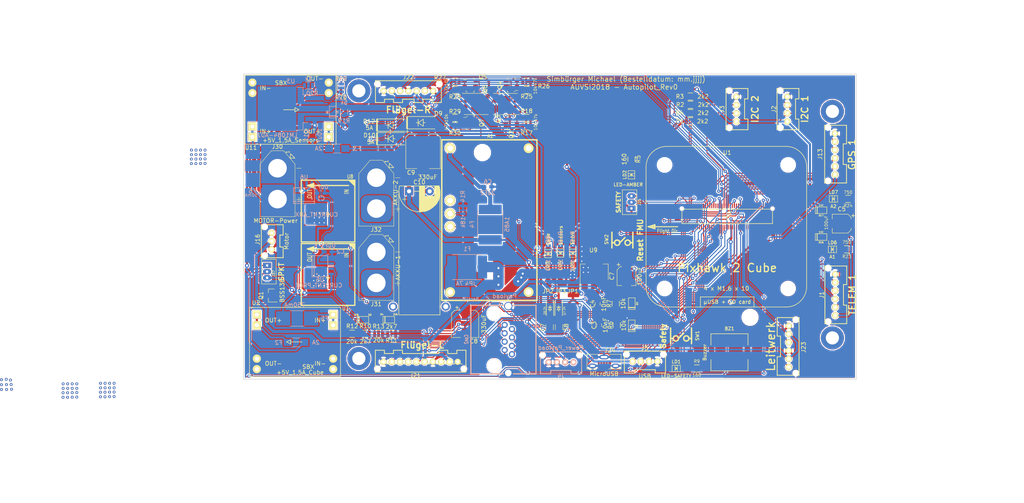
<source format=kicad_pcb>
(kicad_pcb (version 20171130) (host pcbnew "(2018-02-13 revision 365ab99a6)-makepkg")
  (layers (0 F.Cu signal) (31 B.Cu signal) (34 B.Paste user) (35 F.Paste user) (36 B.SilkS user) (37 F.SilkS user) (38 B.Mask user) (39 F.Mask user) (44 Edge.Cuts user))
  (net 0 "")
  (net 1 +5V_Sensors)
  (net 2 /ALARM)
  (net 3 GND)
  (net 4 /BATT­_CURRENT_SENS_PROT_1)
  (net 5 /AUX_BATT­_CURRENT_SENS_1)
  (net 6 /BATT­_CURRENT_SENS_PROT)
  (net 7 /AUX_BATT­_CURRENT_SENS)
  (net 8 /BATT­_VOLTAGE_SENS_PROT)
  (net 9 /AUX_BATT­_VOLTAGE_SENS)
  (net 10 +5V_Servo)
  (net 11 "Net-(F2-Pad1)")
  (net 12 +5V_Cube)
  (net 13 "Net-(F3-Pad1)")
  (net 14 "Net-(F5-Pad2)")
  (net 15 "Net-(F6-Pad2)")
  (net 16 /SERIAL1_RTS)
  (net 17 /SERIAL1_CTS)
  (net 18 /SERIAL1_RX)
  (net 19 /SERIAL1_TX)
  (net 20 /I2C_1_SDA)
  (net 21 /I2C_1_SCL)
  (net 22 /I2C_2_SCL)
  (net 23 /I2C_2_SDA)
  (net 24 /OTG_DP1)
  (net 25 /OTG_DM1)
  (net 26 /SERIAL2_TX)
  (net 27 /SERIAL2_RX)
  (net 28 /SERIAL_3_TX)
  (net 29 /SERIAL_3_RX)
  (net 30 /VDD_3V3_SPECTRUM_EN)
  (net 31 /IO-USART1_RX_SPECTRUM_DSM)
  (net 32 /IO-CH3-PROT)
  (net 33 /FMU-CH1-PROT)
  (net 34 /IO-CH1-PROT)
  (net 35 /IO-CH2-PROT)
  (net 36 /IO-CH5-PROT)
  (net 37 /IO-CH4-PROT)
  (net 38 /IO-CH6-PROT)
  (net 39 /IO-CH7-PROT)
  (net 40 "Net-(J24-Pad4)")
  (net 41 /SAFETY)
  (net 42 /IO-~LED_SAFETY_PROT)
  (net 43 /VBUS)
  (net 44 +3V3)
  (net 45 /FMU-~LED_AMBER)
  (net 46 /FMU-~RESET)
  (net 47 /FMU-CH3-PROT)
  (net 48 /FMU-CH2-PROT)
  (net 49 "Net-(U5-Pad1)")
  (net 50 "Net-(U6-Pad1)")
  (net 51 "Net-(A1-Pad2)")
  (net 52 "Net-(A1-Pad3)")
  (net 53 "Net-(A1-Pad4)")
  (net 54 "Net-(A1-Pad6)")
  (net 55 "Net-(D6-Pad1)")
  (net 56 "Net-(J37-Pad2)")
  (net 57 "Net-(LD1-Pad2)")
  (net 58 "Net-(LD2-Pad2)")
  (net 59 "Net-(Q2-Pad1)")
  (net 60 "Net-(U1-Pad73)")
  (net 61 "Net-(U1-Pad71)")
  (net 62 "Net-(U1-Pad69)")
  (net 63 "Net-(U1-Pad67)")
  (net 64 "Net-(U1-Pad65)")
  (net 65 "Net-(U1-Pad57)")
  (net 66 "Net-(U1-Pad55)")
  (net 67 "Net-(U1-Pad51)")
  (net 68 "Net-(U1-Pad27)")
  (net 69 "Net-(U1-Pad11)")
  (net 70 "Net-(U1-Pad5)")
  (net 71 "Net-(U1-Pad3)")
  (net 72 "Net-(U1-Pad64)")
  (net 73 "Net-(U1-Pad46)")
  (net 74 "Net-(U1-Pad26)")
  (net 75 "Net-(U1-Pad14)")
  (net 76 "Net-(U1-Pad12)")
  (net 77 "Net-(U1-Pad10)")
  (net 78 "Net-(U1-Pad8)")
  (net 79 "Net-(U1-Pad1)")
  (net 80 "Net-(U1-Pad59)")
  (net 81 /Power_Supply/Recuperate)
  (net 82 "Net-(C10-Pad2)")
  (net 83 "Net-(D10-Pad2)")
  (net 84 "Net-(D12-Pad2)")
  (net 85 "Net-(R20-Pad2)")
  (net 86 "Net-(R21-Pad1)")
  (net 87 /Power_Supply/CrossFeed)
  (net 88 /Power_Supply)
  (net 89 "Net-(U1-Pad16)")
  (net 90 "Net-(U1-Pad18)")
  (net 91 "Net-(U1-Pad30)")
  (net 92 "Net-(U1-Pad32)")
  (net 93 "Net-(U1-Pad56)")
  (net 94 "Net-(U1-Pad58)")
  (net 95 "Net-(U1-Pad60)")
  (net 96 "Net-(U1-Pad62)")
  (net 97 "Net-(U1-Pad66)")
  (net 98 "Net-(U1-Pad21)")
  (net 99 "Net-(U1-Pad39)")
  (net 100 "Net-(U1-Pad41)")
  (net 101 "Net-(U1-Pad75)")
  (net 102 "Net-(U1-Pad77)")
  (net 103 "Net-(U1-Pad79)")
  (net 104 "Net-(D16-Pad1)")
  (net 105 "Net-(D17-Pad1)")
  (net 106 "Net-(D7-Pad1)")
  (net 107 /Power_Supply/ID_Ser_1)
  (net 108 /Power_Supply/ID_Cub_1)
  (net 109 /Power_Supply/ID_Sen_1)
  (net 110 /Power_Supply/ID_Cub_2)
  (net 111 /Power_Supply/ID_CrossFeed)
  (net 112 "Net-(Q2-Pad4)")
  (net 113 "Net-(Q3-Pad4)")
  (net 114 "Net-(Q4-Pad1)")
  (net 115 "Net-(Q5-Pad1)")
  (net 116 "Net-(Q5-Pad4)")
  (net 117 "Net-(Q6-Pad4)")
  (net 118 "Net-(Q7-Pad1)")
  (net 119 "Net-(LD3-Pad1)")
  (net 120 "Net-(LD4-Pad1)")
  (net 121 "Net-(LD5-Pad1)")
  (net 122 "Net-(LD6-Pad1)")
  (net 123 "Net-(LD7-Pad1)")
  (module Ideale-Diode-pcb_[JS]:Ideale_Diode_Gen-II_rev00 (layer F.Cu) (at 192.325 135.7 90)
    (fp_text reference U7 (at -7.475 4.2 180) (layer F.SilkS) (effects (font (size 0.95 0.75) (thickness 0.13))))
    (fp_text value Ideal_Diode_PROT)
    (fp_text user OUT (at 5 -4.45 90) (layer F.SilkS) (effects (font (size 1.05 0.8))))
    (fp_text user IN (at 5.5 4.5 90) (layer F.SilkS) (effects (font (size 1.05 0.8))))
    (pad 3 smd roundrect (at 4.7 0 90) (size 2.5 5) (layers F.Cu F.Paste F.Mask) (roundrect_rratio 0.1) (net 3 GND))
    (pad 3 smd roundrect (at -4.7 0 90) (size 2.5 5) (layers F.Cu F.Paste F.Mask) (roundrect_rratio 0.1) (net 3 GND))
    (pad 2 smd roundrect (at 0 -3 90) (size 5 5) (layers F.Cu F.Paste F.Mask) (roundrect_rratio 0.1) (net 49 "Net-(U5-Pad1)"))
    (pad 1 smd roundrect (at 0 3 90) (size 5 5) (layers F.Cu F.Paste F.Mask) (roundrect_rratio 0.1) (net 83 "Net-(D10-Pad2)"))
  )
  (module Ideale-Diode-pcb_[JS]:Ideale_Diode_Gen-II_rev00 (layer F.Cu) (at 192.325 120.3 90)
    (fp_text reference U8 (at 9.15 5.35 180) (layer F.SilkS) (effects (font (size 0.95 0.75) (thickness 0.13))))
    (fp_text value Ideal_Diode_AUX)
    (fp_text user OUT (at 5 -4.45 90) (layer F.SilkS) (effects (font (size 1.05 0.8))))
    (fp_text user IN (at 5.5 4.5 90) (layer F.SilkS) (effects (font (size 1.05 0.8))))
    (pad 3 smd roundrect (at 4.7 0 90) (size 2.5 5) (layers F.Cu F.Paste F.Mask) (roundrect_rratio 0.1) (net 3 GND))
    (pad 3 smd roundrect (at -4.7 0 90) (size 2.5 5) (layers F.Cu F.Paste F.Mask) (roundrect_rratio 0.1) (net 3 GND))
    (pad 2 smd roundrect (at 0 -3 90) (size 5 5) (layers F.Cu F.Paste F.Mask) (roundrect_rratio 0.1) (net 50 "Net-(U6-Pad1)"))
    (pad 1 smd roundrect (at 0 3 90) (size 5 5) (layers F.Cu F.Paste F.Mask) (roundrect_rratio 0.1) (net 84 "Net-(D12-Pad2)"))
  )
  (module stitching_vias:Stitching_Via-0_7mm (layer F.Cu) (at 224.275 95.475 270)
    (fp_text reference REF** hide)
    (fp_text value Stitching_Via-0_7mm hide)
    (pad 1 thru_hole circle (at 0 0 270) (size 0.7 0.7) (drill 0.3) (layers *.Cu) (net 3 GND))
  )
  (module stitching_vias:Stitching_Via-0_7mm (layer F.Cu) (at 223.25 97.825 270)
    (fp_text reference REF** hide)
    (fp_text value Stitching_Via-0_7mm hide)
    (pad 1 thru_hole circle (at 0 0 270) (size 0.7 0.7) (drill 0.3) (layers *.Cu) (net 3 GND))
  )
  (module stitching_vias:Stitching_Via-0_7mm (layer F.Cu) (at 162.45 105.8)
    (fp_text reference REF** hide)
    (fp_text value Stitching_Via-0_7mm hide)
    (pad 1 thru_hole circle (at 0 0) (size 0.7 0.7) (drill 0.3) (layers *.Cu) (net 3 GND))
  )
  (module stitching_vias:Stitching_Via-0_7mm (layer F.Cu) (at 161.35 106.85)
    (fp_text reference REF** hide)
    (fp_text value Stitching_Via-0_7mm hide)
    (pad 1 thru_hole circle (at 0 0) (size 0.7 0.7) (drill 0.3) (layers *.Cu) (net 3 GND))
  )
  (module stitching_vias:Stitching_Via-0_7mm (layer F.Cu) (at 160.25 104.7)
    (fp_text reference REF** hide)
    (fp_text value Stitching_Via-0_7mm hide)
    (pad 1 thru_hole circle (at 0 0) (size 0.7 0.7) (drill 0.3) (layers *.Cu) (net 3 GND))
  )
  (module stitching_vias:Stitching_Via-0_7mm (layer F.Cu) (at 159.15 104.7)
    (fp_text reference REF** hide)
    (fp_text value Stitching_Via-0_7mm hide)
    (pad 1 thru_hole circle (at 0 0) (size 0.7 0.7) (drill 0.3) (layers *.Cu) (net 3 GND))
  )
  (module stitching_vias:Stitching_Via-0_7mm (layer F.Cu) (at 159.125 107.975)
    (fp_text reference REF** hide)
    (fp_text value Stitching_Via-0_7mm hide)
    (pad 1 thru_hole circle (at 0 0) (size 0.7 0.7) (drill 0.3) (layers *.Cu) (net 3 GND))
  )
  (module stitching_vias:Stitching_Via-0_7mm (layer F.Cu) (at 162.45 104.7)
    (fp_text reference REF** hide)
    (fp_text value Stitching_Via-0_7mm hide)
    (pad 1 thru_hole circle (at 0 0) (size 0.7 0.7) (drill 0.3) (layers *.Cu) (net 3 GND))
  )
  (module stitching_vias:Stitching_Via-0_7mm (layer F.Cu) (at 161.35 105.8)
    (fp_text reference REF** hide)
    (fp_text value Stitching_Via-0_7mm hide)
    (pad 1 thru_hole circle (at 0 0) (size 0.7 0.7) (drill 0.3) (layers *.Cu) (net 3 GND))
  )
  (module stitching_vias:Stitching_Via-0_7mm (layer F.Cu) (at 162.45 107.925)
    (fp_text reference REF** hide)
    (fp_text value Stitching_Via-0_7mm hide)
    (pad 1 thru_hole circle (at 0 0) (size 0.7 0.7) (drill 0.3) (layers *.Cu) (net 3 GND))
  )
  (module stitching_vias:Stitching_Via-0_7mm (layer F.Cu) (at 161.35 104.7)
    (fp_text reference REF** hide)
    (fp_text value Stitching_Via-0_7mm hide)
    (pad 1 thru_hole circle (at 0 0) (size 0.7 0.7) (drill 0.3) (layers *.Cu) (net 3 GND))
  )
  (module stitching_vias:Stitching_Via-0_7mm (layer F.Cu) (at 160.225 106.875)
    (fp_text reference REF** hide)
    (fp_text value Stitching_Via-0_7mm hide)
    (pad 1 thru_hole circle (at 0 0) (size 0.7 0.7) (drill 0.3) (layers *.Cu) (net 3 GND))
  )
  (module stitching_vias:Stitching_Via-0_7mm (layer F.Cu) (at 159.125 106.875)
    (fp_text reference REF** hide)
    (fp_text value Stitching_Via-0_7mm hide)
    (pad 1 thru_hole circle (at 0 0) (size 0.7 0.7) (drill 0.3) (layers *.Cu) (net 3 GND))
  )
  (module stitching_vias:Stitching_Via-0_7mm (layer F.Cu) (at 162.45 106.825)
    (fp_text reference REF** hide)
    (fp_text value Stitching_Via-0_7mm hide)
    (pad 1 thru_hole circle (at 0 0) (size 0.7 0.7) (drill 0.3) (layers *.Cu) (net 3 GND))
  )
  (module stitching_vias:Stitching_Via-0_7mm (layer F.Cu) (at 161.35 107.95)
    (fp_text reference REF** hide)
    (fp_text value Stitching_Via-0_7mm hide)
    (pad 1 thru_hole circle (at 0 0) (size 0.7 0.7) (drill 0.3) (layers *.Cu) (net 3 GND))
  )
  (module stitching_vias:Stitching_Via-0_7mm (layer F.Cu) (at 160.225 107.975)
    (fp_text reference REF** hide)
    (fp_text value Stitching_Via-0_7mm hide)
    (pad 1 thru_hole circle (at 0 0) (size 0.7 0.7) (drill 0.3) (layers *.Cu) (net 3 GND))
  )
  (module stitching_vias:Stitching_Via-0_7mm (layer F.Cu) (at 160.25 105.8)
    (fp_text reference REF** hide)
    (fp_text value Stitching_Via-0_7mm hide)
    (pad 1 thru_hole circle (at 0 0) (size 0.7 0.7) (drill 0.3) (layers *.Cu) (net 3 GND))
  )
  (module stitching_vias:Stitching_Via-0_7mm (layer F.Cu) (at 159.15 105.8)
    (fp_text reference REF** hide)
    (fp_text value Stitching_Via-0_7mm hide)
    (pad 1 thru_hole circle (at 0 0) (size 0.7 0.7) (drill 0.3) (layers *.Cu) (net 3 GND))
  )
  (module stitching_vias:Stitching_Via-0_7mm (layer F.Cu) (at 245.225 132.1 270)
    (fp_text reference REF** hide)
    (fp_text value Stitching_Via-0_7mm hide)
    (pad 1 thru_hole circle (at 0 0 270) (size 0.7 0.7) (drill 0.3) (layers *.Cu) (net 3 GND))
  )
  (module stitching_vias:Stitching_Via-0_7mm (layer F.Cu) (at 253.975 129.275)
    (fp_text reference REF** hide)
    (fp_text value Stitching_Via-0_7mm hide)
    (pad 1 thru_hole circle (at 0 0) (size 0.7 0.7) (drill 0.3) (layers *.Cu) (net 3 GND))
  )
  (module stitching_vias:Stitching_Via-0_7mm (layer F.Cu) (at 253.975 128.125)
    (fp_text reference REF** hide)
    (fp_text value Stitching_Via-0_7mm hide)
    (pad 1 thru_hole circle (at 0 0) (size 0.7 0.7) (drill 0.3) (layers *.Cu) (net 3 GND))
  )
  (module stitching_vias:Stitching_Via-0_7mm (layer F.Cu) (at 253.95 130.525)
    (fp_text reference REF** hide)
    (fp_text value Stitching_Via-0_7mm hide)
    (pad 1 thru_hole circle (at 0 0) (size 0.7 0.7) (drill 0.3) (layers *.Cu) (net 3 GND))
  )
  (module stitching_vias:Stitching_Via-0_7mm (layer F.Cu) (at 253.95 131.675)
    (fp_text reference REF** hide)
    (fp_text value Stitching_Via-0_7mm hide)
    (pad 1 thru_hole circle (at 0 0) (size 0.7 0.7) (drill 0.3) (layers *.Cu) (net 3 GND))
  )
  (module stitching_vias:Stitching_Via-0_7mm (layer F.Cu) (at 254.35 134.375 270)
    (fp_text reference REF** hide)
    (fp_text value Stitching_Via-0_7mm hide)
    (pad 1 thru_hole circle (at 0 0 270) (size 0.7 0.7) (drill 0.3) (layers *.Cu) (net 3 GND))
  )
  (module stitching_vias:Stitching_Via-0_7mm (layer F.Cu) (at 255.5 134.375 270)
    (fp_text reference REF** hide)
    (fp_text value Stitching_Via-0_7mm hide)
    (pad 1 thru_hole circle (at 0 0 270) (size 0.7 0.7) (drill 0.3) (layers *.Cu) (net 3 GND))
  )
  (module stitching_vias:Stitching_Via-0_7mm (layer F.Cu) (at 255.5 133.225 270)
    (fp_text reference REF** hide)
    (fp_text value Stitching_Via-0_7mm hide)
    (pad 1 thru_hole circle (at 0 0 270) (size 0.7 0.7) (drill 0.3) (layers *.Cu) (net 3 GND))
  )
  (module stitching_vias:Stitching_Via-0_7mm (layer F.Cu) (at 254.35 133.225 270)
    (fp_text reference REF** hide)
    (fp_text value Stitching_Via-0_7mm hide)
    (pad 1 thru_hole circle (at 0 0 270) (size 0.7 0.7) (drill 0.3) (layers *.Cu) (net 3 GND))
  )
  (module stitching_vias:Stitching_Via-0_7mm (layer F.Cu) (at 246.55 132.1 270)
    (fp_text reference REF** hide)
    (fp_text value Stitching_Via-0_7mm hide)
    (pad 1 thru_hole circle (at 0 0 270) (size 0.7 0.7) (drill 0.3) (layers *.Cu) (net 3 GND))
  )
  (module stitching_vias:Stitching_Via-0_7mm (layer F.Cu) (at 249.3 132.075 270)
    (fp_text reference REF** hide)
    (fp_text value Stitching_Via-0_7mm hide)
    (pad 1 thru_hole circle (at 0 0 270) (size 0.7 0.7) (drill 0.3) (layers *.Cu) (net 3 GND))
  )
  (module stitching_vias:Stitching_Via-0_7mm (layer F.Cu) (at 248.175 132.075 270)
    (fp_text reference REF** hide)
    (fp_text value Stitching_Via-0_7mm hide)
    (pad 1 thru_hole circle (at 0 0 270) (size 0.7 0.7) (drill 0.3) (layers *.Cu) (net 3 GND))
  )
  (module stitching_vias:Stitching_Via-0_7mm (layer F.Cu) (at 259.825 147 270)
    (fp_text reference REF** hide)
    (fp_text value Stitching_Via-0_7mm hide)
    (pad 1 thru_hole circle (at 0 0 270) (size 0.7 0.7) (drill 0.3) (layers *.Cu) (net 3 GND))
  )
  (module stitching_vias:Stitching_Via-0_7mm (layer F.Cu) (at 260.4 146.15 270)
    (fp_text reference REF** hide)
    (fp_text value Stitching_Via-0_7mm hide)
    (pad 1 thru_hole circle (at 0 0 270) (size 0.7 0.7) (drill 0.3) (layers *.Cu) (net 3 GND))
  )
  (module stitching_vias:Stitching_Via-0_7mm (layer F.Cu) (at 264.95 145.475 270)
    (fp_text reference REF** hide)
    (fp_text value Stitching_Via-0_7mm hide)
    (pad 1 thru_hole circle (at 0 0 270) (size 0.7 0.7) (drill 0.3) (layers *.Cu) (net 3 GND))
  )
  (module stitching_vias:Stitching_Via-0_7mm (layer F.Cu) (at 252.125 135.65 270)
    (fp_text reference REF** hide)
    (fp_text value Stitching_Via-0_7mm hide)
    (pad 1 thru_hole circle (at 0 0 270) (size 0.7 0.7) (drill 0.3) (layers *.Cu) (net 87 /Power_Supply/CrossFeed))
  )
  (module stitching_vias:Stitching_Via-0_7mm (layer F.Cu) (at 251.2 135.7 270)
    (fp_text reference REF** hide)
    (fp_text value Stitching_Via-0_7mm hide)
    (pad 1 thru_hole circle (at 0 0 270) (size 0.7 0.7) (drill 0.3) (layers *.Cu) (net 87 /Power_Supply/CrossFeed))
  )
  (module stitching_vias:Stitching_Via-0_7mm (layer F.Cu) (at 251.25 134.95 270)
    (fp_text reference REF** hide)
    (fp_text value Stitching_Via-0_7mm hide)
    (pad 1 thru_hole circle (at 0 0 270) (size 0.7 0.7) (drill 0.3) (layers *.Cu) (net 87 /Power_Supply/CrossFeed))
  )
  (module stitching_vias:Stitching_Via-0_7mm (layer F.Cu) (at 251.3 134.1 270)
    (fp_text reference REF** hide)
    (fp_text value Stitching_Via-0_7mm hide)
    (pad 1 thru_hole circle (at 0 0 270) (size 0.7 0.7) (drill 0.3) (layers *.Cu) (net 87 /Power_Supply/CrossFeed))
  )
  (module Package_SO:PowerPAK_SO-8_Dual (layer F.Cu) (at 235.4 93.5 180)
    (fp_text reference Q3 (at 1.75 -3.675 270) (layer F.SilkS))
    (fp_text value SI7997DP)
    (pad 6 smd rect (at 0.69 1.13 180) (size 3.81 1.65) (layers F.Cu F.Paste F.Mask) (net 111 /Power_Supply/ID_CrossFeed))
    (pad 5 smd rect (at 0.69 -1.13 180) (size 3.81 1.65) (layers F.Cu F.Paste F.Mask) (net 109 /Power_Supply/ID_Sen_1))
    (pad 5 smd rect (at 2.795 -1.905 180) (size 1.02 0.61) (layers F.Cu F.Paste F.Mask) (net 109 /Power_Supply/ID_Sen_1))
    (pad 5 smd rect (at 2.795 -0.635 180) (size 1.02 0.61) (layers F.Cu F.Paste F.Mask) (net 109 /Power_Supply/ID_Sen_1))
    (pad 6 smd rect (at 2.795 0.635 180) (size 1.02 0.61) (layers F.Cu F.Paste F.Mask) (net 111 /Power_Supply/ID_CrossFeed))
    (pad 6 smd rect (at 2.795 1.905 180) (size 1.02 0.61) (layers F.Cu F.Paste F.Mask) (net 111 /Power_Supply/ID_CrossFeed))
    (pad 4 smd rect (at -2.67 1.905 180) (size 1.27 0.61) (layers F.Cu F.Paste F.Mask) (net 113 "Net-(Q3-Pad4)"))
    (pad 3 smd rect (at -2.67 0.635 180) (size 1.27 0.61) (layers F.Cu F.Paste F.Mask) (net 87 /Power_Supply/CrossFeed))
    (pad 2 smd rect (at -2.67 -0.635 180) (size 1.27 0.61) (layers F.Cu F.Paste F.Mask) (net 112 "Net-(Q2-Pad4)"))
    (pad 1 smd rect (at -2.67 -1.905 180) (size 1.27 0.61) (layers F.Cu F.Paste F.Mask) (net 111 /Power_Supply/ID_CrossFeed))
  )
  (module manuf:TEXAS-R-PDSS-T7 (layer F.Cu) (at 231.5 121.7 270)
    (fp_text reference A1 (at -20.375 -0.225 180) (layer F.SilkS) (effects (font (size 0.8 0.8))))
    (fp_text value +5V3_6A_Servo)
    (pad 1 thru_hole circle (at -17.465 -9.525 270) (size 2.4 2.4) (drill 1.4) (layers *.Cu *.Mask F.SilkS) (net 3 GND))
    (pad 2 thru_hole circle (at -17.465 9.525 270) (size 2.4 2.4) (drill 1.4) (layers *.Cu *.Mask F.SilkS) (net 51 "Net-(A1-Pad2)"))
    (pad 3 thru_hole circle (at -4.765 9.525 270) (size 2.4 2.4) (drill 1.4) (layers *.Cu *.Mask F.SilkS) (net 52 "Net-(A1-Pad3)"))
    (pad 4 thru_hole circle (at -1.585 9.525 270) (size 2.4 2.4) (drill 1.4) (layers *.Cu *.Mask F.SilkS) (net 53 "Net-(A1-Pad4)"))
    (pad 5 thru_hole circle (at 1.595 9.525 270) (size 2.4 2.4) (drill 1.4) (layers *.Cu *.Mask F.SilkS) (net 87 /Power_Supply/CrossFeed))
    (pad 6 thru_hole circle (at 17.475 9.525 270) (size 2.4 2.4) (drill 1.4) (layers *.Cu *.Mask F.SilkS) (net 54 "Net-(A1-Pad6)"))
    (pad 7 thru_hole circle (at 17.475 -9.525 270) (size 2.4 2.4) (drill 1.4) (layers *.Cu *.Mask F.SilkS) (net 3 GND))
  )
  (module Capacitors-[MS]:CP_Radial_D10.0mm_P5.00mm_horizontal (layer F.Cu) (at 212 114.7)
    (fp_text reference C10 (at 2.5 -2.2) (layer F.SilkS))
    (fp_text value 10F/3V)
    (pad 4 thru_hole circle (at 8.9 28) (size 2 2) (drill 1.2) (layers *.Cu *.Mask))
    (pad 3 thru_hole circle (at -3.9 28) (size 2 2) (drill 1.2) (layers *.Cu *.Mask))
    (pad 2 thru_hole circle (at 5 0) (size 2 2) (drill 1) (layers *.Cu *.Mask) (net 82 "Net-(C10-Pad2)"))
    (pad 1 thru_hole rect (at 0 0) (size 2 2) (drill 1) (layers *.Cu *.Mask) (net 88 /Power_Supply))
  )
  (module connectors-[JS]:JUMPER-SOLDER-SMD_mit_flaechenanschluss (layer B.Cu) (at 226.925 139.025 270)
    (fp_text reference JP4 (at -1.875 0) (layer B.SilkS) (effects (justify mirror)))
    (fp_text value BackUp (at 1.8 0 180) (layer B.SilkS) (effects (font (size 0.75 0.75) (thickness 0.1)) (justify mirror)))
    (pad 2 smd trapezoid (at 0 0.5 180) (size 0.6 1) (rect_delta 0.1 0) (layers B.Cu B.Mask) (net 54 "Net-(A1-Pad6)"))
    (pad 1 smd trapezoid (at 0 -0.5) (size 0.6 1) (rect_delta 0.1 0) (layers B.Cu B.Mask) (net 107 /Power_Supply/ID_Ser_1))
  )
  (module Power_Integrations:SO-8 (layer B.Cu) (at 190.35 132.875 90)
    (fp_text reference U5 (at -3.305 0.012 -180) (layer B.SilkS) (effects (justify mirror)))
    (fp_text value CURRENT_PROT (at -4.675 -0.25 -180) (layer B.SilkS) (effects (justify mirror)))
    (pad 8 smd oval (at -1.905 2.794 90) (size 0.6096 1.4732) (layers B.Cu B.Paste B.Mask) (net 44 +3V3))
    (pad 7 smd oval (at -0.635 2.794 90) (size 0.6096 1.4732) (layers B.Cu B.Paste B.Mask) (net 4 /BATT­_CURRENT_SENS_PROT_1))
    (pad 6 smd oval (at 0.635 2.794 90) (size 0.6096 1.4732) (layers B.Cu B.Paste B.Mask) (net 44 +3V3))
    (pad 5 smd oval (at 1.905 2.794 90) (size 0.6096 1.4732) (layers B.Cu B.Paste B.Mask) (net 3 GND))
    (pad 4 smd oval (at 1.905 -2.794 90) (size 0.6096 1.4732) (layers B.Cu B.Paste B.Mask) (net 88 /Power_Supply))
    (pad 3 smd oval (at 0.635 -2.794 90) (size 0.6096 1.4732) (layers B.Cu B.Paste B.Mask) (net 88 /Power_Supply))
    (pad 2 smd oval (at -0.635 -2.794 90) (size 0.6096 1.4732) (layers B.Cu B.Paste B.Mask) (net 49 "Net-(U5-Pad1)"))
    (pad 1 smd oval (at -1.905 -2.794 90) (size 0.6096 1.4732) (layers B.Cu B.Paste B.Mask) (net 49 "Net-(U5-Pad1)"))
  )
  (module Pixhawk_2-Cube:Pixhawk-2_Cube (layer F.Cu) (at 289.25 120.8 180)
    (fp_text reference U1 (at 0 15.5 180) (layer F.SilkS))
    (fp_text value Pixhawk_2_Cube_80-Pin_Header)
    (fp_text user "µUSB + SD card" (at 0 -20.75 180) (layer F.SilkS) (effects (font (size 0.9 0.9))))
    (fp_text user "Flight Dir" (at 14.55 -3.55 180) (layer F.SilkS) (effects (font (size 0.9 0.7) (thickness 0.125))))
    (fp_text user "4 x M1,6 x 10" (at 0.2 -17.5 180) (layer F.SilkS))
    (fp_text user 0 (at -0.6 0.8 180) (layer F.SilkS) (effects (font (size 0.9 0.7) (thickness 0.125))))
    (fp_text user "Pixhawk 2 Cube" (at 0 -12.5 180) (layer F.SilkS) (effects (font (size 2 2) (thickness 0.3))))
    (pad "" np_thru_hole circle (at 15.2 -17.5 270) (size 1.8 1.8) (drill 1.8) (layers *.Cu *.Mask) (clearance 1))
    (pad "" np_thru_hole circle (at -14.8 -17.5 270) (size 1.8 1.8) (drill 1.8) (layers *.Cu *.Mask) (clearance 1))
    (pad "" np_thru_hole circle (at 15.2 12.5 270) (size 1.8 1.8) (drill 1.8) (layers *.Cu *.Mask) (clearance 1))
    (pad "" np_thru_hole circle (at -14.8 12.5 270) (size 1.8 1.8) (drill 1.8) (layers *.Cu *.Mask) (clearance 1))
    (pad 0 smd rect (at -12.000832 0.00028 180) (size 1.4 2.1) (layers F.Cu F.Paste F.Mask))
    (pad 0 smd rect (at 11.999168 0 180) (size 1.4 2.1) (layers F.Cu F.Paste F.Mask))
    (pad "" np_thru_hole circle (at -11 1.9 180) (size 0.65 0.65) (drill 0.65) (layers *.Cu *.Mask) (clearance 0.15))
    (pad "" np_thru_hole circle (at 11 1.9 180) (size 0.65 0.65) (drill 0.65) (layers *.Cu *.Mask) (clearance 0.15))
    (pad 2 smd rect (at 9.748336 2.575 180) (size 0.25 1.15) (layers F.Cu F.Paste F.Mask) (net 45 /FMU-~LED_AMBER))
    (pad 1 smd rect (at 9.748336 -2.57472 180) (size 0.25 1.15) (layers F.Cu F.Paste F.Mask) (net 79 "Net-(U1-Pad1)"))
    (pad 4 smd rect (at 9.248336 2.575 180) (size 0.25 1.15) (layers F.Cu F.Paste F.Mask) (net 23 /I2C_2_SDA))
    (pad 6 smd rect (at 8.748336 2.575 180) (size 0.25 1.15) (layers F.Cu F.Paste F.Mask) (net 22 /I2C_2_SCL))
    (pad 8 smd rect (at 8.248336 2.575 180) (size 0.25 1.15) (layers F.Cu F.Paste F.Mask) (net 78 "Net-(U1-Pad8)"))
    (pad 10 smd rect (at 7.748336 2.575 180) (size 0.25 1.15) (layers F.Cu F.Paste F.Mask) (net 77 "Net-(U1-Pad10)"))
    (pad 12 smd rect (at 7.248336 2.575 180) (size 0.25 1.15) (layers F.Cu F.Paste F.Mask) (net 76 "Net-(U1-Pad12)"))
    (pad 14 smd rect (at 6.748336 2.575 180) (size 0.25 1.15) (layers F.Cu F.Paste F.Mask) (net 75 "Net-(U1-Pad14)"))
    (pad 16 smd rect (at 6.248336 2.575 180) (size 0.25 1.15) (layers F.Cu F.Paste F.Mask) (net 89 "Net-(U1-Pad16)"))
    (pad 18 smd rect (at 5.748336 2.575 180) (size 0.25 1.15) (layers F.Cu F.Paste F.Mask) (net 90 "Net-(U1-Pad18)"))
    (pad 20 smd rect (at 5.248336 2.575 180) (size 0.25 1.15) (layers F.Cu F.Paste F.Mask) (net 29 /SERIAL_3_RX))
    (pad 22 smd rect (at 4.748336 2.575 180) (size 0.25 1.15) (layers F.Cu F.Paste F.Mask) (net 28 /SERIAL_3_TX))
    (pad 24 smd rect (at 4.248336 2.575 180) (size 0.25 1.15) (layers F.Cu F.Paste F.Mask) (net 2 /ALARM))
    (pad 26 smd rect (at 3.748336 2.575 180) (size 0.25 1.15) (layers F.Cu F.Paste F.Mask) (net 74 "Net-(U1-Pad26)"))
    (pad 28 smd rect (at 3.248336 2.575 180) (size 0.25 1.15) (layers F.Cu F.Paste F.Mask) (net 42 /IO-~LED_SAFETY_PROT))
    (pad 30 smd rect (at 2.748336 2.575 180) (size 0.25 1.15) (layers F.Cu F.Paste F.Mask) (net 91 "Net-(U1-Pad30)"))
    (pad 32 smd rect (at 2.248336 2.575 180) (size 0.25 1.15) (layers F.Cu F.Paste F.Mask) (net 92 "Net-(U1-Pad32)"))
    (pad 34 smd rect (at 1.748336 2.575 180) (size 0.25 1.15) (layers F.Cu F.Paste F.Mask) (net 27 /SERIAL2_RX))
    (pad 36 smd rect (at 1.248336 2.575 180) (size 0.25 1.15) (layers F.Cu F.Paste F.Mask) (net 26 /SERIAL2_TX))
    (pad 38 smd rect (at 0.748336 2.575 180) (size 0.25 1.15) (layers F.Cu F.Paste F.Mask) (net 18 /SERIAL1_RX))
    (pad 40 smd rect (at 0.248336 2.575 180) (size 0.25 1.15) (layers F.Cu F.Paste F.Mask) (net 19 /SERIAL1_TX))
    (pad 42 smd rect (at -0.251664 2.575 180) (size 0.25 1.15) (layers F.Cu F.Paste F.Mask) (net 16 /SERIAL1_RTS))
    (pad 44 smd rect (at -0.751664 2.575 180) (size 0.25 1.15) (layers F.Cu F.Paste F.Mask) (net 17 /SERIAL1_CTS))
    (pad 46 smd rect (at -1.251664 2.575 180) (size 0.25 1.15) (layers F.Cu F.Paste F.Mask) (net 73 "Net-(U1-Pad46)"))
    (pad 48 smd rect (at -1.751664 2.575 180) (size 0.25 1.15) (layers F.Cu F.Paste F.Mask) (net 31 /IO-USART1_RX_SPECTRUM_DSM))
    (pad 50 smd rect (at -2.251664 2.575 180) (size 0.25 1.15) (layers F.Cu F.Paste F.Mask) (net 33 /FMU-CH1-PROT))
    (pad 52 smd rect (at -2.751664 2.575 180) (size 0.25 1.15) (layers F.Cu F.Paste F.Mask) (net 48 /FMU-CH2-PROT))
    (pad 54 smd rect (at -3.251664 2.575 180) (size 0.25 1.15) (layers F.Cu F.Paste F.Mask) (net 47 /FMU-CH3-PROT))
    (pad 56 smd rect (at -3.751664 2.575 180) (size 0.25 1.15) (layers F.Cu F.Paste F.Mask) (net 93 "Net-(U1-Pad56)"))
    (pad 58 smd rect (at -4.251664 2.575 180) (size 0.25 1.15) (layers F.Cu F.Paste F.Mask) (net 94 "Net-(U1-Pad58)"))
    (pad 60 smd rect (at -4.751664 2.575 180) (size 0.25 1.15) (layers F.Cu F.Paste F.Mask) (net 95 "Net-(U1-Pad60)"))
    (pad 62 smd rect (at -5.251664 2.575 180) (size 0.25 1.15) (layers F.Cu F.Paste F.Mask) (net 96 "Net-(U1-Pad62)"))
    (pad 64 smd rect (at -5.751664 2.575 180) (size 0.25 1.15) (layers F.Cu F.Paste F.Mask) (net 72 "Net-(U1-Pad64)"))
    (pad 66 smd rect (at -6.251664 2.575 180) (size 0.25 1.15) (layers F.Cu F.Paste F.Mask) (net 97 "Net-(U1-Pad66)"))
    (pad 68 smd rect (at -6.751664 2.575 180) (size 0.25 1.15) (layers F.Cu F.Paste F.Mask) (net 39 /IO-CH7-PROT))
    (pad 70 smd rect (at -7.251664 2.575 180) (size 0.25 1.15) (layers F.Cu F.Paste F.Mask) (net 38 /IO-CH6-PROT))
    (pad 72 smd rect (at -7.751664 2.575 180) (size 0.25 1.15) (layers F.Cu F.Paste F.Mask) (net 36 /IO-CH5-PROT))
    (pad 74 smd rect (at -8.251664 2.575 180) (size 0.25 1.15) (layers F.Cu F.Paste F.Mask) (net 37 /IO-CH4-PROT))
    (pad 76 smd rect (at -8.751664 2.575 180) (size 0.25 1.15) (layers F.Cu F.Paste F.Mask) (net 32 /IO-CH3-PROT))
    (pad 78 smd rect (at -9.251664 2.575 180) (size 0.25 1.15) (layers F.Cu F.Paste F.Mask) (net 35 /IO-CH2-PROT))
    (pad 80 smd rect (at -9.751664 2.575 180) (size 0.25 1.15) (layers F.Cu F.Paste F.Mask) (net 34 /IO-CH1-PROT))
    (pad 3 smd rect (at 9.248336 -2.57472 180) (size 0.25 1.15) (layers F.Cu F.Paste F.Mask) (net 71 "Net-(U1-Pad3)"))
    (pad 5 smd rect (at 8.748336 -2.57472 180) (size 0.25 1.15) (layers F.Cu F.Paste F.Mask) (net 70 "Net-(U1-Pad5)"))
    (pad 7 smd rect (at 8.248336 -2.57472 180) (size 0.25 1.15) (layers F.Cu F.Paste F.Mask) (net 46 /FMU-~RESET))
    (pad 9 smd rect (at 7.748336 -2.57472 180) (size 0.25 1.15) (layers F.Cu F.Paste F.Mask) (net 10 +5V_Servo))
    (pad 11 smd rect (at 7.248336 -2.57472 180) (size 0.25 1.15) (layers F.Cu F.Paste F.Mask) (net 69 "Net-(U1-Pad11)"))
    (pad 13 smd rect (at 6.748336 -2.57472 180) (size 0.25 1.15) (layers F.Cu F.Paste F.Mask) (net 3 GND))
    (pad 15 smd rect (at 6.248336 -2.57472 180) (size 0.25 1.15) (layers F.Cu F.Paste F.Mask) (net 3 GND))
    (pad 17 smd rect (at 5.748336 -2.57472 180) (size 0.25 1.15) (layers F.Cu F.Paste F.Mask) (net 41 /SAFETY))
    (pad 19 smd rect (at 5.248336 -2.57472 180) (size 0.25 1.15) (layers F.Cu F.Paste F.Mask) (net 30 /VDD_3V3_SPECTRUM_EN))
    (pad 21 smd rect (at 4.748336 -2.57472 180) (size 0.25 1.15) (layers F.Cu F.Paste F.Mask) (net 98 "Net-(U1-Pad21)"))
    (pad 23 smd rect (at 4.248336 -2.57472 180) (size 0.25 1.15) (layers F.Cu F.Paste F.Mask) (net 9 /AUX_BATT­_VOLTAGE_SENS))
    (pad 25 smd rect (at 3.748336 -2.57472 180) (size 0.25 1.15) (layers F.Cu F.Paste F.Mask) (net 7 /AUX_BATT­_CURRENT_SENS))
    (pad 27 smd rect (at 3.248336 -2.57472 180) (size 0.25 1.15) (layers F.Cu F.Paste F.Mask) (net 68 "Net-(U1-Pad27)"))
    (pad 29 smd rect (at 2.748336 -2.57472 180) (size 0.25 1.15) (layers F.Cu F.Paste F.Mask) (net 43 /VBUS))
    (pad 31 smd rect (at 2.248336 -2.57472 180) (size 0.25 1.15) (layers F.Cu F.Paste F.Mask) (net 24 /OTG_DP1))
    (pad 33 smd rect (at 1.748336 -2.57472 180) (size 0.25 1.15) (layers F.Cu F.Paste F.Mask) (net 25 /OTG_DM1))
    (pad 35 smd rect (at 1.248336 -2.57472 180) (size 0.25 1.15) (layers F.Cu F.Paste F.Mask) (net 20 /I2C_1_SDA))
    (pad 37 smd rect (at 0.748336 -2.57472 180) (size 0.25 1.15) (layers F.Cu F.Paste F.Mask) (net 21 /I2C_1_SCL))
    (pad 39 smd rect (at 0.248336 -2.57472 180) (size 0.25 1.15) (layers F.Cu F.Paste F.Mask) (net 99 "Net-(U1-Pad39)"))
    (pad 41 smd rect (at -0.251664 -2.57472 180) (size 0.25 1.15) (layers F.Cu F.Paste F.Mask) (net 100 "Net-(U1-Pad41)"))
    (pad 43 smd rect (at -0.751664 -2.57472 180) (size 0.25 1.15) (layers F.Cu F.Paste F.Mask) (net 12 +5V_Cube))
    (pad 45 smd rect (at -1.251664 -2.57472 180) (size 0.25 1.15) (layers F.Cu F.Paste F.Mask) (net 12 +5V_Cube))
    (pad 47 smd rect (at -1.751664 -2.57472 180) (size 0.25 1.15) (layers F.Cu F.Paste F.Mask) (net 8 /BATT­_VOLTAGE_SENS_PROT))
    (pad 49 smd rect (at -2.251664 -2.57472 180) (size 0.25 1.15) (layers F.Cu F.Paste F.Mask) (net 6 /BATT­_CURRENT_SENS_PROT))
    (pad 51 smd rect (at -2.751664 -2.57472 180) (size 0.25 1.15) (layers F.Cu F.Paste F.Mask) (net 67 "Net-(U1-Pad51)"))
    (pad 53 smd rect (at -3.251664 -2.57472 180) (size 0.25 1.15) (layers F.Cu F.Paste F.Mask) (net 10 +5V_Servo))
    (pad 55 smd rect (at -3.751664 -2.57472 180) (size 0.25 1.15) (layers F.Cu F.Paste F.Mask) (net 66 "Net-(U1-Pad55)"))
    (pad 57 smd rect (at -4.251664 -2.57472 180) (size 0.25 1.15) (layers F.Cu F.Paste F.Mask) (net 65 "Net-(U1-Pad57)"))
    (pad 59 smd rect (at -4.751664 -2.57472 180) (size 0.25 1.15) (layers F.Cu F.Paste F.Mask) (net 80 "Net-(U1-Pad59)"))
    (pad 61 smd rect (at -5.251664 -2.57472 180) (size 0.25 1.15) (layers F.Cu F.Paste F.Mask) (net 12 +5V_Cube))
    (pad 63 smd rect (at -5.751664 -2.57472 180) (size 0.25 1.15) (layers F.Cu F.Paste F.Mask) (net 12 +5V_Cube))
    (pad 65 smd rect (at -6.251664 -2.57472 180) (size 0.25 1.15) (layers F.Cu F.Paste F.Mask) (net 64 "Net-(U1-Pad65)"))
    (pad 67 smd rect (at -6.751664 -2.57472 180) (size 0.25 1.15) (layers F.Cu F.Paste F.Mask) (net 63 "Net-(U1-Pad67)"))
    (pad 69 smd rect (at -7.251664 -2.57472 180) (size 0.25 1.15) (layers F.Cu F.Paste F.Mask) (net 62 "Net-(U1-Pad69)"))
    (pad 71 smd rect (at -7.751664 -2.57472 180) (size 0.25 1.15) (layers F.Cu F.Paste F.Mask) (net 61 "Net-(U1-Pad71)"))
    (pad 73 smd rect (at -8.251664 -2.57472 180) (size 0.25 1.15) (layers F.Cu F.Paste F.Mask) (net 60 "Net-(U1-Pad73)"))
    (pad 75 smd rect (at -8.751664 -2.57472 180) (size 0.25 1.15) (layers F.Cu F.Paste F.Mask) (net 101 "Net-(U1-Pad75)"))
    (pad 77 smd rect (at -9.251664 -2.57472 180) (size 0.25 1.15) (layers F.Cu F.Paste F.Mask) (net 102 "Net-(U1-Pad77)"))
    (pad 79 smd rect (at -9.751664 -2.57472 180) (size 0.25 1.15) (layers F.Cu F.Paste F.Mask) (net 103 "Net-(U1-Pad79)"))
  )
  (module Power-IC:Mini_MP1584EN (layer F.Cu) (at 184.3 151.275)
    (fp_text reference U2 (at -9.475 -9.475) (layer F.SilkS))
    (fp_text value +5V_1,5A_Cube (at 1.25 7.41) (layer F.SilkS))
    (fp_text user SBX (at 3.22 6.05) (layer F.SilkS))
    (fp_text user OUT- (at -5.25 5.25) (layer F.SilkS))
    (fp_text user IN- (at 6.1 5.25) (layer F.SilkS))
    (fp_text user IN+ (at 6.1 -5.25) (layer F.SilkS))
    (fp_text user OUT+ (at -5.25 -5.25) (layer F.SilkS))
    (pad 1 thru_hole rect (at 9.271 -6.604) (size 2 2) (drill 1) (layers *.Cu *.Mask F.SilkS) (net 14 "Net-(F5-Pad2)"))
    (pad 2 thru_hole rect (at 9.271 -4.064) (size 2 2) (drill 1) (layers *.Cu *.Mask F.SilkS) (net 14 "Net-(F5-Pad2)"))
    (pad 4 thru_hole circle (at 9.271 6.604) (size 2 2) (drill 1) (layers *.Cu *.Mask F.SilkS) (net 3 GND))
    (pad 3 thru_hole circle (at 9.271 4.064) (size 2 2) (drill 1) (layers *.Cu *.Mask F.SilkS) (net 3 GND))
    (pad 8 thru_hole rect (at -9.271 -6.604) (size 2 2) (drill 1) (layers *.Cu *.Mask F.SilkS) (net 11 "Net-(F2-Pad1)"))
    (pad 7 thru_hole rect (at -9.271 -4.064) (size 2 2) (drill 1) (layers *.Cu *.Mask F.SilkS) (net 11 "Net-(F2-Pad1)"))
    (pad 6 thru_hole circle (at -9.271 4.064) (size 2 2) (drill 1) (layers *.Cu *.Mask F.SilkS) (net 3 GND))
    (pad 5 thru_hole circle (at -9.271 6.604) (size 2 2) (drill 1) (layers *.Cu *.Mask F.SilkS) (net 3 GND))
  )
  (module Power-IC:Mini_MP1584EN (layer F.Cu) (at 183.225 94.9 180)
    (fp_text reference U11 (at 9.625 -9.2) (layer F.SilkS))
    (fp_text value +5V_1,5A_Sensors (at -0.01 -7.42 180) (layer F.SilkS))
    (fp_text user SBX (at 2.33 6.5 180) (layer F.SilkS))
    (fp_text user OUT- (at -5.91 7.57 180) (layer F.SilkS))
    (fp_text user IN- (at 6.1 5.25 180) (layer F.SilkS))
    (fp_text user IN+ (at 6.1 -5.25 180) (layer F.SilkS))
    (fp_text user OUT+ (at -5.25 -5.25 180) (layer F.SilkS))
    (pad 1 thru_hole rect (at 9.271 -6.604 180) (size 2 2) (drill 1) (layers *.Cu *.Mask F.SilkS) (net 15 "Net-(F6-Pad2)"))
    (pad 2 thru_hole rect (at 9.271 -4.064 180) (size 2 2) (drill 1) (layers *.Cu *.Mask F.SilkS) (net 15 "Net-(F6-Pad2)"))
    (pad 4 thru_hole circle (at 9.271 6.604 180) (size 2 2) (drill 1) (layers *.Cu *.Mask F.SilkS) (net 3 GND))
    (pad 3 thru_hole circle (at 9.271 4.064 180) (size 2 2) (drill 1) (layers *.Cu *.Mask F.SilkS) (net 3 GND))
    (pad 8 thru_hole rect (at -9.271 -6.604 180) (size 2 2) (drill 1) (layers *.Cu *.Mask F.SilkS) (net 13 "Net-(F3-Pad1)"))
    (pad 7 thru_hole rect (at -9.271 -4.064 180) (size 2 2) (drill 1) (layers *.Cu *.Mask F.SilkS) (net 13 "Net-(F3-Pad1)"))
    (pad 6 thru_hole circle (at -9.271 4.064 180) (size 2 2) (drill 1) (layers *.Cu *.Mask F.SilkS) (net 3 GND))
    (pad 5 thru_hole circle (at -9.271 6.604 180) (size 2 2) (drill 1) (layers *.Cu *.Mask F.SilkS) (net 3 GND))
  )
  (module w_smd_diode:sod123 (layer B.Cu) (at 193.45 95.475 270)
    (fp_text reference D8 (at 0 1.30048 270) (layer B.SilkS) (effects (font (size 0.4 0.4) (thickness 0.1)) (justify mirror)))
    (fp_text value 3V (at 0 -1.19888 270) (layer B.SilkS) (effects (font (size 0.4 0.4) (thickness 0.1)) (justify mirror)))
    (pad 1 smd rect (at -1.67386 0 270) (size 0.8509 0.8509) (layers B.Cu B.Paste B.Mask) (net 81 /Power_Supply/Recuperate))
    (pad 2 smd rect (at 1.67386 0 270) (size 0.8509 0.8509) (layers B.Cu B.Paste B.Mask) (net 88 /Power_Supply))
  )
  (module connectors-[JS]:JUMPER-SOLDER-SMD_mit_flaechenanschluss (layer F.Cu) (at 251.766819 136.840018)
    (fp_text reference JP1 (at 0 2.1336) (layer F.SilkS))
    (fp_text value Servo)
    (pad 2 smd trapezoid (at 0 -0.5 90) (size 0.6 1) (rect_delta 0.1 0) (layers F.Cu F.Mask) (net 87 /Power_Supply/CrossFeed))
    (pad 1 smd trapezoid (at 0 0.5 270) (size 0.6 1) (rect_delta 0.1 0) (layers F.Cu F.Mask) (net 10 +5V_Servo))
  )
  (module stitching_vias:Stitching_Via-0_7mm (layer F.Cu) (at 139.275 161.325)
    (fp_text reference REF** hide)
    (fp_text value Stitching_Via-0_7mm hide)
    (pad 1 thru_hole circle (at 0 0) (size 0.7 0.7) (drill 0.3) (layers *.Cu) (net 3 GND))
  )
  (module stitching_vias:Stitching_Via-0_7mm (layer F.Cu) (at 137.075 162.425)
    (fp_text reference REF** hide)
    (fp_text value Stitching_Via-0_7mm hide)
    (pad 1 thru_hole circle (at 0 0) (size 0.7 0.7) (drill 0.3) (layers *.Cu) (net 3 GND))
  )
  (module stitching_vias:Stitching_Via-0_7mm (layer F.Cu) (at 138.175 162.425)
    (fp_text reference REF** hide)
    (fp_text value Stitching_Via-0_7mm hide)
    (pad 1 thru_hole circle (at 0 0) (size 0.7 0.7) (drill 0.3) (layers *.Cu) (net 3 GND))
  )
  (module stitching_vias:Stitching_Via-0_7mm (layer F.Cu) (at 138.15 163.5)
    (fp_text reference REF** hide)
    (fp_text value Stitching_Via-0_7mm hide)
    (pad 1 thru_hole circle (at 0 0) (size 0.7 0.7) (drill 0.3) (layers *.Cu) (net 3 GND))
  )
  (module stitching_vias:Stitching_Via-0_7mm (layer F.Cu) (at 138.15 164.6)
    (fp_text reference REF** hide)
    (fp_text value Stitching_Via-0_7mm hide)
    (pad 1 thru_hole circle (at 0 0) (size 0.7 0.7) (drill 0.3) (layers *.Cu) (net 3 GND))
  )
  (module stitching_vias:Stitching_Via-0_7mm (layer F.Cu) (at 139.275 164.575)
    (fp_text reference REF** hide)
    (fp_text value Stitching_Via-0_7mm hide)
    (pad 1 thru_hole circle (at 0 0) (size 0.7 0.7) (drill 0.3) (layers *.Cu) (net 3 GND))
  )
  (module stitching_vias:Stitching_Via-0_7mm (layer F.Cu) (at 140.375 163.45)
    (fp_text reference REF** hide)
    (fp_text value Stitching_Via-0_7mm hide)
    (pad 1 thru_hole circle (at 0 0) (size 0.7 0.7) (drill 0.3) (layers *.Cu) (net 3 GND))
  )
  (module stitching_vias:Stitching_Via-0_7mm (layer F.Cu) (at 137.05 163.5)
    (fp_text reference REF** hide)
    (fp_text value Stitching_Via-0_7mm hide)
    (pad 1 thru_hole circle (at 0 0) (size 0.7 0.7) (drill 0.3) (layers *.Cu) (net 3 GND))
  )
  (module stitching_vias:Stitching_Via-0_7mm (layer F.Cu) (at 140.375 161.325)
    (fp_text reference REF** hide)
    (fp_text value Stitching_Via-0_7mm hide)
    (pad 1 thru_hole circle (at 0 0) (size 0.7 0.7) (drill 0.3) (layers *.Cu) (net 3 GND))
  )
  (module stitching_vias:Stitching_Via-0_7mm (layer F.Cu) (at 139.275 163.475)
    (fp_text reference REF** hide)
    (fp_text value Stitching_Via-0_7mm hide)
    (pad 1 thru_hole circle (at 0 0) (size 0.7 0.7) (drill 0.3) (layers *.Cu) (net 3 GND))
  )
  (module stitching_vias:Stitching_Via-0_7mm (layer F.Cu) (at 140.375 164.55)
    (fp_text reference REF** hide)
    (fp_text value Stitching_Via-0_7mm hide)
    (pad 1 thru_hole circle (at 0 0) (size 0.7 0.7) (drill 0.3) (layers *.Cu) (net 3 GND))
  )
  (module stitching_vias:Stitching_Via-0_7mm (layer F.Cu) (at 140.375 162.425)
    (fp_text reference REF** hide)
    (fp_text value Stitching_Via-0_7mm hide)
    (pad 1 thru_hole circle (at 0 0) (size 0.7 0.7) (drill 0.3) (layers *.Cu) (net 3 GND))
  )
  (module stitching_vias:Stitching_Via-0_7mm (layer F.Cu) (at 137.05 164.6)
    (fp_text reference REF** hide)
    (fp_text value Stitching_Via-0_7mm hide)
    (pad 1 thru_hole circle (at 0 0) (size 0.7 0.7) (drill 0.3) (layers *.Cu) (net 3 GND))
  )
  (module stitching_vias:Stitching_Via-0_7mm (layer F.Cu) (at 137.075 161.325)
    (fp_text reference REF** hide)
    (fp_text value Stitching_Via-0_7mm hide)
    (pad 1 thru_hole circle (at 0 0) (size 0.7 0.7) (drill 0.3) (layers *.Cu) (net 3 GND))
  )
  (module stitching_vias:Stitching_Via-0_7mm (layer F.Cu) (at 138.175 161.325)
    (fp_text reference REF** hide)
    (fp_text value Stitching_Via-0_7mm hide)
    (pad 1 thru_hole circle (at 0 0) (size 0.7 0.7) (drill 0.3) (layers *.Cu) (net 3 GND))
  )
  (module stitching_vias:Stitching_Via-0_7mm (layer F.Cu) (at 139.275 162.425)
    (fp_text reference REF** hide)
    (fp_text value Stitching_Via-0_7mm hide)
    (pad 1 thru_hole circle (at 0 0) (size 0.7 0.7) (drill 0.3) (layers *.Cu) (net 3 GND))
  )
  (module devices_[JS]:PKMCS0909E4000-R1 (layer F.Cu) (at 289.8 153.8)
    (fp_text reference BZ1 (at 0 -5.75) (layer F.SilkS) (effects (font (size 0.8 0.8))))
    (fp_text value Buzzer (at -6 0.03 90) (layer F.SilkS) (effects (font (size 0.8 0.8))))
    (pad 2 smd rect (at 4.35 0) (size 1.3 3.4) (layers F.Cu F.Paste F.Mask) (net 3 GND))
    (pad 1 smd rect (at -4.35 0) (size 1.3 3.4) (layers F.Cu F.Paste F.Mask) (net 2 /ALARM))
  )
  (module TO_SOT_Packages_SMD:TO-263-3_TabPin2 (layer B.Cu) (at 183.3 94.625 180)
    (fp_text reference U3 (at 0 6.65 180) (layer B.SilkS) (effects (justify mirror)))
    (fp_text value LM1084-ADJ (at 3.225 -6.45 180) (layer B.SilkS) (effects (justify mirror)))
    (pad 2 smd rect (at 0.95 -2.775 180) (size 4.55 5.25) (layers B.Cu B.Paste) (net 81 /Power_Supply/Recuperate))
    (pad 2 smd rect (at 5.8 2.775 180) (size 4.55 5.25) (layers B.Cu B.Paste) (net 81 /Power_Supply/Recuperate))
    (pad 2 smd rect (at 0.95 2.775 180) (size 4.55 5.25) (layers B.Cu B.Paste) (net 81 /Power_Supply/Recuperate))
    (pad 2 smd rect (at 5.8 -2.775 180) (size 4.55 5.25) (layers B.Cu B.Paste) (net 81 /Power_Supply/Recuperate))
    (pad 2 smd rect (at 3.375 0 180) (size 9.4 10.8) (layers B.Cu B.Mask) (net 81 /Power_Supply/Recuperate))
    (pad 3 smd rect (at -5.775 -2.54 180) (size 4.6 1.1) (layers B.Cu B.Paste B.Mask) (net 88 /Power_Supply))
    (pad 2 smd rect (at -5.775 0 180) (size 4.6 1.1) (layers B.Cu B.Paste B.Mask) (net 81 /Power_Supply/Recuperate))
    (pad 1 smd rect (at -5.775 2.54 180) (size 4.6 1.1) (layers B.Cu B.Paste B.Mask) (net 85 "Net-(R20-Pad2)"))
  )
  (module Resistors-Mini-SMD:R_0805 (layer F.Cu) (at 195.475 89.6 90)
    (fp_text reference R22 (at 2.25 0.025 180) (layer F.SilkS))
    (fp_text value 470 (at -2.225 0 180) (layer F.SilkS))
    (pad 1 smd rect (at -0.95 0 90) (size 0.7 1.3) (layers F.Cu F.Paste F.Mask) (net 3 GND))
    (pad 2 smd rect (at 0.95 0 90) (size 0.7 1.3) (layers F.Cu F.Paste F.Mask) (net 86 "Net-(R21-Pad1)"))
  )
  (module Resistors-Mini-SMD:R_0805 (layer B.Cu) (at 195.5 89.6 270)
    (fp_text reference R21 (at -2.25 0) (layer B.SilkS) (effects (justify mirror)))
    (fp_text value 12k (at 2.325 0.025 180) (layer B.SilkS) (effects (justify mirror)))
    (pad 2 smd rect (at 0.95 0 270) (size 0.7 1.3) (layers B.Cu B.Paste B.Mask) (net 85 "Net-(R20-Pad2)"))
    (pad 1 smd rect (at -0.95 0 270) (size 0.7 1.3) (layers B.Cu B.Paste B.Mask) (net 86 "Net-(R21-Pad1)"))
  )
  (module Resistors-Mini-SMD:R_0805 (layer B.Cu) (at 187.55 89)
    (fp_text reference R20 (at 0.925 1.9) (layer B.SilkS) (effects (justify mirror)))
    (fp_text value 1k (at 0 -1.675) (layer B.SilkS) (effects (justify mirror)))
    (pad 1 smd rect (at -0.95 0) (size 0.7 1.3) (layers B.Cu B.Paste B.Mask) (net 81 /Power_Supply/Recuperate))
    (pad 2 smd rect (at 0.95 0) (size 0.7 1.3) (layers B.Cu B.Paste B.Mask) (net 85 "Net-(R20-Pad2)"))
  )
  (module Resistors-Mini-SMD:R_0805 (layer B.Cu) (at 196.2 95.325 90)
    (fp_text reference R19 (at -2.225 0 180) (layer B.SilkS) (effects (justify mirror)))
    (fp_text value 5k (at 2.2 0 180) (layer B.SilkS) (effects (justify mirror)))
    (pad 1 smd rect (at -0.95 0 90) (size 0.7 1.3) (layers B.Cu B.Paste B.Mask) (net 82 "Net-(C10-Pad2)"))
    (pad 2 smd rect (at 0.95 0 90) (size 0.7 1.3) (layers B.Cu B.Paste B.Mask) (net 81 /Power_Supply/Recuperate))
  )
  (module General_smd-[JS]:SOD-128 (layer F.Cu) (at 207.55 98.625 180)
    (fp_text reference D12 (at 5.25 0.9 180) (layer F.SilkS))
    (fp_text value 5A (at 5.2 -0.675 180) (layer F.SilkS))
    (pad 2 smd rect (at 2.2 0 180) (size 1.5 2.2) (layers F.Cu F.Paste F.Mask) (net 84 "Net-(D12-Pad2)"))
    (pad 1 smd rect (at -2.2 0 180) (size 1.5 2.2) (layers F.Cu F.Paste F.Mask) (net 81 /Power_Supply/Recuperate))
  )
  (module General_smd-[JS]:SOD-128 (layer F.Cu) (at 207.55 101.925 180)
    (fp_text reference D10 (at 5.175 0.825 180) (layer F.SilkS))
    (fp_text value 5A (at 4.875 -0.825 180) (layer F.SilkS))
    (pad 1 smd rect (at -2.2 0 180) (size 1.5 2.2) (layers F.Cu F.Paste F.Mask) (net 81 /Power_Supply/Recuperate))
    (pad 2 smd rect (at 2.2 0 180) (size 1.5 2.2) (layers F.Cu F.Paste F.Mask) (net 83 "Net-(D10-Pad2)"))
  )
  (module General_smd-[JS]:SOD-128 (layer F.Cu) (at 214.85 98.05 180)
    (fp_text reference D9 (at -4.275 2.25 180) (layer F.SilkS))
    (fp_text value 30V/2W)
    (pad 2 smd rect (at 2.2 0 180) (size 1.5 2.2) (layers F.Cu F.Paste F.Mask) (net 81 /Power_Supply/Recuperate))
    (pad 1 smd rect (at -2.2 0 180) (size 1.5 2.2) (layers F.Cu F.Paste F.Mask) (net 3 GND))
  )
  (module Capacitors_SMD:C_0805 (layer B.Cu) (at 188.525 101.2 270)
    (fp_text reference C11 (at 0 1.5 270) (layer B.SilkS) (effects (justify mirror)))
    (fp_text value 10uF (at 0 -1.75 270) (layer B.SilkS) (effects (justify mirror)))
    (pad 2 smd rect (at 1 0 270) (size 1 1.25) (layers B.Cu B.Paste B.Mask) (net 3 GND))
    (pad 1 smd rect (at -1 0 270) (size 1 1.25) (layers B.Cu B.Paste B.Mask) (net 88 /Power_Supply))
  )
  (module Capacitors_SMD:CP_Elec_8x10.5 (layer F.Cu) (at 215.4 105 270)
    (fp_text reference C9 (at 5.15 2.925) (layer F.SilkS))
    (fp_text value 330uF (at 6.25 -1.1) (layer F.SilkS))
    (fp_text user + (at -4.78 3.91 270) (layer F.SilkS))
    (pad 2 smd rect (at 3.05 0 90) (size 4 2.5) (layers F.Cu F.Paste F.Mask) (net 3 GND))
    (pad 1 smd rect (at -3.05 0 90) (size 4 2.5) (layers F.Cu F.Paste F.Mask) (net 81 /Power_Supply/Recuperate))
  )
  (module Capacitors_SMD:C_0603_HandSoldering (layer B.Cu) (at 190.575 115.175)
    (fp_text reference C1 (at 0 1.25) (layer B.SilkS) (effects (justify mirror)))
    (fp_text value 0uF1 (at 0 -1.525) (layer B.SilkS) (effects (justify mirror)))
    (pad 2 smd rect (at 0.95 0) (size 1.2 0.75) (layers B.Cu B.Paste B.Mask) (net 3 GND))
    (pad 1 smd rect (at -0.95 0) (size 1.2 0.75) (layers B.Cu B.Paste B.Mask) (net 44 +3V3))
  )
  (module Capacitors_SMD:C_0603_HandSoldering (layer F.Cu) (at 258.16 147.225 90)
    (fp_text reference C3 (at 0 -1.25 90) (layer F.SilkS))
    (fp_text value 10nF (at 0 1.5 90) (layer F.SilkS))
    (pad 2 smd rect (at 0.95 0 90) (size 1.2 0.75) (layers F.Cu F.Paste F.Mask) (net 3 GND))
    (pad 1 smd rect (at -0.95 0 90) (size 1.2 0.75) (layers F.Cu F.Paste F.Mask) (net 4 /BATT­_CURRENT_SENS_PROT_1))
  )
  (module Capacitors_SMD:C_0603_HandSoldering (layer F.Cu) (at 257.79 142.035 90)
    (fp_text reference C4 (at 0 -1.25 90) (layer F.SilkS))
    (fp_text value 10nF (at 0 1.5 90) (layer F.SilkS))
    (pad 2 smd rect (at 0.95 0 90) (size 1.2 0.75) (layers F.Cu F.Paste F.Mask) (net 3 GND))
    (pad 1 smd rect (at -0.95 0 90) (size 1.2 0.75) (layers F.Cu F.Paste F.Mask) (net 5 /AUX_BATT­_CURRENT_SENS_1))
  )
  (module Capacitors_SMD:C_0603_HandSoldering (layer B.Cu) (at 192.325 129.4)
    (fp_text reference C2 (at 3.025 -0.075) (layer B.SilkS) (effects (justify mirror)))
    (fp_text value 0uF1 (at 0 -1.5) (layer B.SilkS) (effects (justify mirror)))
    (pad 2 smd rect (at 0.95 0) (size 1.2 0.75) (layers B.Cu B.Paste B.Mask) (net 3 GND))
    (pad 1 smd rect (at -0.95 0) (size 1.2 0.75) (layers B.Cu B.Paste B.Mask) (net 44 +3V3))
  )
  (module w_smd_diode:sod123 (layer F.Cu) (at 207.082136 145.893605 180)
    (fp_text reference D4 (at 1.7 1.3 180) (layer F.SilkS) (effects (font (size 0.4 0.4) (thickness 0.1))))
    (fp_text value 3V6 (at -1.6 1.3 180) (layer F.SilkS) (effects (font (size 0.4 0.4) (thickness 0.1))))
    (pad 2 smd rect (at 1.67386 0 180) (size 0.8509 0.8509) (layers F.Cu F.Paste F.Mask) (net 9 /AUX_BATT­_VOLTAGE_SENS))
    (pad 1 smd rect (at -1.67386 0 180) (size 0.8509 0.8509) (layers F.Cu F.Paste F.Mask) (net 3 GND))
  )
  (module w_smd_diode:sod123 (layer F.Cu) (at 200.775 145.9 180)
    (fp_text reference D3 (at -1.7 1.2 180) (layer F.SilkS) (effects (font (size 0.4 0.4) (thickness 0.1))))
    (fp_text value 3V6 (at 1.6 1.2 180) (layer F.SilkS) (effects (font (size 0.4 0.4) (thickness 0.1))))
    (pad 1 smd rect (at -1.67386 0 180) (size 0.8509 0.8509) (layers F.Cu F.Paste F.Mask) (net 3 GND))
    (pad 2 smd rect (at 1.67386 0 180) (size 0.8509 0.8509) (layers F.Cu F.Paste F.Mask) (net 8 /BATT­_VOLTAGE_SENS_PROT))
  )
  (module Resistors-Mini-SMD:R_0805 (layer B.Cu) (at 251.766819 128.840018 270)
    (fp_text reference R15 (at -3.05 0 270) (layer B.SilkS) (effects (justify mirror)))
    (fp_text value 160 (at 3.8 0 270) (layer B.SilkS) (effects (justify mirror)))
    (pad 1 smd rect (at -0.95 0 270) (size 0.7 1.3) (layers B.Cu B.Paste B.Mask) (net 121 "Net-(LD5-Pad1)"))
    (pad 2 smd rect (at 0.95 0 270) (size 0.7 1.3) (layers B.Cu B.Paste B.Mask) (net 107 /Power_Supply/ID_Ser_1))
  )
  (module w_smd_leds:Led_0805 (layer F.Cu) (at 251.766819 129.740018 270)
    (fp_text reference LD5 (at 3.1 0.1 270) (layer F.SilkS) (effects (font (size 0.8001 0.8001) (thickness 0.14986))))
    (fp_text value Servo (at -3.7 0.1 270) (layer F.SilkS) (effects (font (size 0.8001 0.8001) (thickness 0.14986))))
    (pad 1 smd rect (at -1.04902 0 270) (size 1.19888 1.19888) (layers F.Cu F.Paste F.Mask) (net 121 "Net-(LD5-Pad1)"))
    (pad 2 smd rect (at 1.04902 0 270) (size 1.19888 1.19888) (layers F.Cu F.Paste F.Mask) (net 3 GND))
  )
  (module w_smd_diode:sod123 (layer F.Cu) (at 266.09 141.975 270)
    (fp_text reference D2 (at 0 -1.30048 270) (layer F.SilkS) (effects (font (size 0.4 0.4) (thickness 0.1))))
    (fp_text value 3V6 hide)
    (pad 1 smd rect (at -1.67386 0 270) (size 0.8509 0.8509) (layers F.Cu F.Paste F.Mask) (net 3 GND))
    (pad 2 smd rect (at 1.67386 0 270) (size 0.8509 0.8509) (layers F.Cu F.Paste F.Mask) (net 7 /AUX_BATT­_CURRENT_SENS))
  )
  (module w_smd_diode:sod123 (layer F.Cu) (at 266.07 147.365 270)
    (fp_text reference D1 (at 0 -1.30048 270) (layer F.SilkS) (effects (font (size 0.4 0.4) (thickness 0.1))))
    (fp_text value 3V6 hide)
    (pad 2 smd rect (at 1.67386 0 270) (size 0.8509 0.8509) (layers F.Cu F.Paste F.Mask) (net 6 /BATT­_CURRENT_SENS_PROT))
    (pad 1 smd rect (at -1.67386 0 270) (size 0.8509 0.8509) (layers F.Cu F.Paste F.Mask) (net 3 GND))
  )
  (module Resistors_SMD:R_1812_HandSoldering (layer B.Cu) (at 174.05 108.525 90)
    (fp_text reference F6 (at -6.125 -0.125 180) (layer B.SilkS) (effects (justify mirror)))
    (fp_text value 750mA (at -7.1 -0.025 180) (layer B.SilkS) (effects (font (size 0.75 0.75) (thickness 0.1)) (justify mirror)))
    (pad 2 smd rect (at 3.4 0 90) (size 3.5 3.5) (layers B.Cu B.Paste B.Mask) (net 15 "Net-(F6-Pad2)"))
    (pad 1 smd rect (at -3.4 0 90) (size 3.5 3.5) (layers B.Cu B.Paste B.Mask) (net 88 /Power_Supply))
  )
  (module Resistors_SMD:R_1812_HandSoldering (layer B.Cu) (at 184.825 145.575)
    (fp_text reference F5 (at 6.65 0) (layer B.SilkS) (effects (justify mirror)))
    (fp_text value 750mA (at -0.59 -3.29) (layer B.SilkS) (effects (justify mirror)))
    (pad 1 smd rect (at -3.4 0) (size 3.5 3.5) (layers B.Cu B.Paste B.Mask) (net 88 /Power_Supply))
    (pad 2 smd rect (at 3.4 0) (size 3.5 3.5) (layers B.Cu B.Paste B.Mask) (net 14 "Net-(F5-Pad2)"))
  )
  (module Resistors-Mini-SMD:R_0805 (layer B.Cu) (at 225.1 119.2 270)
    (fp_text reference R14 (at -3.25 0.05 270) (layer B.SilkS) (effects (justify mirror)))
    (fp_text value 18k (at 3.05 0 270) (layer B.SilkS) (effects (justify mirror)))
    (pad 2 smd rect (at 0.95 0 270) (size 0.7 1.3) (layers B.Cu B.Paste B.Mask) (net 53 "Net-(A1-Pad4)"))
    (pad 1 smd rect (at -0.95 0 270) (size 0.7 1.3) (layers B.Cu B.Paste B.Mask) (net 3 GND))
  )
  (module Resistors-Mini-SMD:R_0805 (layer B.Cu) (at 245.766819 128.888782 270)
    (fp_text reference R8 (at -2.55 0 270) (layer B.SilkS) (effects (justify mirror)))
    (fp_text value 160 (at 3.751236 0 270) (layer B.SilkS) (effects (justify mirror)))
    (pad 1 smd rect (at -0.95 0 270) (size 0.7 1.3) (layers B.Cu B.Paste B.Mask) (net 119 "Net-(LD3-Pad1)"))
    (pad 2 smd rect (at 0.95 0 270) (size 0.7 1.3) (layers B.Cu B.Paste B.Mask) (net 108 /Power_Supply/ID_Cub_1))
  )
  (module con-lumberg:Fuse_SMD2920 (layer B.Cu) (at 231.7 122.8 90)
    (fp_text reference F4 (at 0.05 -4.4 90) (layer B.SilkS) (effects (justify mirror)))
    (fp_text value 1A85 (at 0.05 4.1 90) (layer B.SilkS) (effects (justify mirror)))
    (pad 2 smd rect (at 3.7 0) (size 5.6 2.3) (layers B.Cu B.Paste B.Mask) (net 51 "Net-(A1-Pad2)"))
    (pad 1 smd rect (at -3.7 0) (size 5.6 2.3) (layers B.Cu B.Paste B.Mask) (net 88 /Power_Supply))
  )
  (module Resistors_SMD:R_1206_HandSoldering (layer B.Cu) (at 194.525 104.325)
    (fp_text reference F3 (at 4.9 0) (layer B.SilkS) (effects (justify mirror)))
    (fp_text value 2A (at -4.5 -0.025) (layer B.SilkS) (effects (justify mirror)))
    (pad 2 smd rect (at 2 0) (size 2 1.7) (layers B.Cu B.Paste B.Mask) (net 109 /Power_Supply/ID_Sen_1))
    (pad 1 smd rect (at -2 0) (size 2 1.7) (layers B.Cu B.Paste B.Mask) (net 13 "Net-(F3-Pad1)"))
  )
  (module Resistors_SMD:R_1206_HandSoldering (layer B.Cu) (at 184.55 151.4)
    (fp_text reference F2 (at -4.25 0.05) (layer B.SilkS) (effects (justify mirror)))
    (fp_text value 2A (at 4.8 0) (layer B.SilkS) (effects (justify mirror)))
    (pad 1 smd rect (at -2 0) (size 2 1.7) (layers B.Cu B.Paste B.Mask) (net 11 "Net-(F2-Pad1)"))
    (pad 2 smd rect (at 2 0) (size 2 1.7) (layers B.Cu B.Paste B.Mask) (net 108 /Power_Supply/ID_Cub_1))
  )
  (module con-lumberg:Fuse_SMD2920 (layer B.Cu) (at 226.1 133.1)
    (fp_text reference F1 (at 0 -4.4) (layer B.SilkS) (effects (justify mirror)))
    (fp_text value 7A (at -1.825 4) (layer B.SilkS) (effects (justify mirror)))
    (pad 1 smd rect (at -3.7 0 270) (size 5.6 2.3) (layers B.Cu B.Paste B.Mask) (net 54 "Net-(A1-Pad6)"))
    (pad 2 smd rect (at 3.7 0 270) (size 5.6 2.3) (layers B.Cu B.Paste B.Mask) (net 107 /Power_Supply/ID_Ser_1))
  )
  (module Resistors-Mini-SMD:R_0805 (layer B.Cu) (at 248.766819 128.890018 270)
    (fp_text reference R16 (at -3.05 0 270) (layer B.SilkS) (effects (justify mirror)))
    (fp_text value 160 (at 3.65 0 270) (layer B.SilkS) (effects (justify mirror)))
    (pad 1 smd rect (at -0.95 0 270) (size 0.7 1.3) (layers B.Cu B.Paste B.Mask) (net 120 "Net-(LD4-Pad1)"))
    (pad 2 smd rect (at 0.95 0 270) (size 0.7 1.3) (layers B.Cu B.Paste B.Mask) (net 109 /Power_Supply/ID_Sen_1))
  )
  (module w_smd_leds:Led_0805 (layer F.Cu) (at 248.766819 129.690018 270)
    (fp_text reference LD4 (at 3 0.1 270) (layer F.SilkS) (effects (font (size 0.8001 0.8001) (thickness 0.14986))))
    (fp_text value Sensors (at -4.3 -0.1 270) (layer F.SilkS) (effects (font (size 0.8001 0.8001) (thickness 0.14986))))
    (pad 2 smd rect (at 1.04902 0 270) (size 1.19888 1.19888) (layers F.Cu F.Paste F.Mask) (net 3 GND))
    (pad 1 smd rect (at -1.04902 0 270) (size 1.19888 1.19888) (layers F.Cu F.Paste F.Mask) (net 120 "Net-(LD4-Pad1)"))
  )
  (module w_smd_leds:Led_0805 (layer F.Cu) (at 245.766819 129.840018 270)
    (fp_text reference LD3 (at 3 0.1 270) (layer F.SilkS) (effects (font (size 0.8001 0.8001) (thickness 0.14986))))
    (fp_text value Cube (at -3.5 0 270) (layer F.SilkS) (effects (font (size 0.8001 0.8001) (thickness 0.14986))))
    (pad 1 smd rect (at -1.04902 0 270) (size 1.19888 1.19888) (layers F.Cu F.Paste F.Mask) (net 119 "Net-(LD3-Pad1)"))
    (pad 2 smd rect (at 1.04902 0 270) (size 1.19888 1.19888) (layers F.Cu F.Paste F.Mask) (net 3 GND))
  )
  (module w_smd_leds:Led_0805 (layer F.Cu) (at 266 110.7 90)
    (fp_text reference LD2 (at 0 -1.651 90) (layer F.SilkS) (effects (font (size 0.8001 0.8001) (thickness 0.14986))))
    (fp_text value LED-AMBER (at -2.4 -0.8) (layer F.SilkS) (effects (font (size 0.8001 0.8001) (thickness 0.14986))))
    (pad 1 smd rect (at -1.04902 0 90) (size 1.19888 1.19888) (layers F.Cu F.Paste F.Mask) (net 12 +5V_Cube))
    (pad 2 smd rect (at 1.04902 0 90) (size 1.19888 1.19888) (layers F.Cu F.Paste F.Mask) (net 58 "Net-(LD2-Pad2)"))
  )
  (module conn-test:JUMPER-SOLDER-SMD (layer F.Cu) (at 248.766819 136.840018)
    (fp_text reference JP3 (at 0 2.1336) (layer F.SilkS))
    (fp_text value Sensors)
    (fp_line (start -0.6604 -0.254) (end 0.6604 -0.254) (layer F.Cu) (width 0.15))
    (fp_line (start 0.6604 -0.254) (end 0.6604 -0.3556) (layer F.Cu) (width 0.15))
    (fp_line (start 0.6604 -0.3556) (end -0.6604 -0.3556) (layer F.Cu) (width 0.15))
    (fp_line (start -0.6604 -0.3556) (end -0.6604 -0.4572) (layer F.Cu) (width 0.15))
    (fp_line (start -0.6604 -0.4572) (end 0.6096 -0.4572) (layer F.Cu) (width 0.15))
    (fp_line (start 0.6096 -0.4572) (end 0.6096 -0.5588) (layer F.Cu) (width 0.15))
    (fp_line (start 0.6096 -0.5588) (end -0.5588 -0.5588) (layer F.Cu) (width 0.15))
    (fp_line (start -0.5588 -0.5588) (end -0.508 -0.6604) (layer F.Cu) (width 0.15))
    (fp_line (start -0.508 -0.6604) (end 0.4572 -0.6604) (layer F.Cu) (width 0.15))
    (fp_line (start 0.4572 -0.6604) (end 0.3556 -0.762) (layer F.Cu) (width 0.15))
    (fp_line (start 0.3556 -0.762) (end -0.3556 -0.762) (layer F.Cu) (width 0.15))
    (fp_line (start -0.3556 -0.762) (end -0.3048 -0.8128) (layer F.Cu) (width 0.15))
    (fp_line (start -0.3048 -0.8128) (end 0.254 -0.8128) (layer F.Cu) (width 0.15))
    (fp_line (start 0.6096 0.4572) (end 0.6096 0.5588) (layer F.Cu) (width 0.15))
    (fp_line (start 0.6096 0.5588) (end -0.508 0.5588) (layer F.Cu) (width 0.15))
    (fp_line (start -0.508 0.5588) (end -0.508 0.6604) (layer F.Cu) (width 0.15))
    (fp_line (start -0.508 0.6604) (end 0.4572 0.6604) (layer F.Cu) (width 0.15))
    (fp_line (start 0.4572 0.6604) (end 0.4572 0.7112) (layer F.Cu) (width 0.15))
    (fp_line (start 0.4572 0.7112) (end -0.4064 0.7112) (layer F.Cu) (width 0.15))
    (fp_line (start -0.4064 0.7112) (end -0.4064 0.762) (layer F.Cu) (width 0.15))
    (fp_line (start -0.4064 0.762) (end 0.3048 0.762) (layer F.Cu) (width 0.15))
    (fp_line (start 0.3048 0.762) (end 0.3048 0.8128) (layer F.Cu) (width 0.15))
    (fp_line (start 0.3048 0.8128) (end -0.254 0.8128) (layer F.Cu) (width 0.15))
    (fp_line (start -0.7112 0.254) (end 0.6604 0.254) (layer F.Cu) (width 0.15))
    (fp_line (start 0.6604 0.254) (end 0.6604 0.3556) (layer F.Cu) (width 0.15))
    (fp_line (start 0.6604 0.3556) (end -0.6604 0.3556) (layer F.Cu) (width 0.15))
    (fp_line (start -0.6604 0.3556) (end -0.6604 0.4572) (layer F.Cu) (width 0.15))
    (fp_line (start -0.6604 0.4572) (end 0.6096 0.4572) (layer F.Cu) (width 0.15))
    (fp_line (start 0.6096 0.4572) (end 0.6096 0.508) (layer F.Cu) (width 0.15))
    (fp_line (start -0.762 0.1524) (end 0.762 0.1524) (layer F.Cu) (width 0.15))
    (fp_line (start -0.762 -0.1524) (end 0.762 -0.1524) (layer F.Cu) (width 0.15))
    (fp_arc (start 0 -0.1524) (end 0 -0.9144) (angle 90) (layer F.Cu) (width 0.15))
    (fp_arc (start 0 -0.1524) (end -0.762 -0.1524) (angle 90) (layer F.Cu) (width 0.15))
    (fp_arc (start 0 0.1524) (end 0 0.9144) (angle 90) (layer F.Cu) (width 0.15))
    (fp_arc (start 0 0.1524) (end 0.762 0.1524) (angle 90) (layer F.Cu) (width 0.15))
    (pad 2 smd trapezoid (at 0 -0.5 90) (size 0.6 1) (rect_delta 0.1 0) (layers F.Cu F.Mask) (net 111 /Power_Supply/ID_CrossFeed))
    (pad 1 smd trapezoid (at 0 0.5 270) (size 0.6 1) (rect_delta 0.1 0) (layers F.Cu F.Mask) (net 1 +5V_Sensors))
  )
  (module conn-test:JUMPER-SOLDER-SMD (layer F.Cu) (at 245.766819 136.840018)
    (fp_text reference JP2 (at 0 2.1336) (layer F.SilkS))
    (fp_text value Cube)
    (fp_arc (start 0 0.1524) (end 0.762 0.1524) (angle 90) (layer F.Cu) (width 0.15))
    (fp_arc (start 0 0.1524) (end 0 0.9144) (angle 90) (layer F.Cu) (width 0.15))
    (fp_arc (start 0 -0.1524) (end -0.762 -0.1524) (angle 90) (layer F.Cu) (width 0.15))
    (fp_arc (start 0 -0.1524) (end 0 -0.9144) (angle 90) (layer F.Cu) (width 0.15))
    (fp_line (start -0.762 -0.1524) (end 0.762 -0.1524) (layer F.Cu) (width 0.15))
    (fp_line (start -0.762 0.1524) (end 0.762 0.1524) (layer F.Cu) (width 0.15))
    (fp_line (start 0.6096 0.4572) (end 0.6096 0.508) (layer F.Cu) (width 0.15))
    (fp_line (start -0.6604 0.4572) (end 0.6096 0.4572) (layer F.Cu) (width 0.15))
    (fp_line (start -0.6604 0.3556) (end -0.6604 0.4572) (layer F.Cu) (width 0.15))
    (fp_line (start 0.6604 0.3556) (end -0.6604 0.3556) (layer F.Cu) (width 0.15))
    (fp_line (start 0.6604 0.254) (end 0.6604 0.3556) (layer F.Cu) (width 0.15))
    (fp_line (start -0.7112 0.254) (end 0.6604 0.254) (layer F.Cu) (width 0.15))
    (fp_line (start 0.3048 0.8128) (end -0.254 0.8128) (layer F.Cu) (width 0.15))
    (fp_line (start 0.3048 0.762) (end 0.3048 0.8128) (layer F.Cu) (width 0.15))
    (fp_line (start -0.4064 0.762) (end 0.3048 0.762) (layer F.Cu) (width 0.15))
    (fp_line (start -0.4064 0.7112) (end -0.4064 0.762) (layer F.Cu) (width 0.15))
    (fp_line (start 0.4572 0.7112) (end -0.4064 0.7112) (layer F.Cu) (width 0.15))
    (fp_line (start 0.4572 0.6604) (end 0.4572 0.7112) (layer F.Cu) (width 0.15))
    (fp_line (start -0.508 0.6604) (end 0.4572 0.6604) (layer F.Cu) (width 0.15))
    (fp_line (start -0.508 0.5588) (end -0.508 0.6604) (layer F.Cu) (width 0.15))
    (fp_line (start 0.6096 0.5588) (end -0.508 0.5588) (layer F.Cu) (width 0.15))
    (fp_line (start 0.6096 0.4572) (end 0.6096 0.5588) (layer F.Cu) (width 0.15))
    (fp_line (start -0.3048 -0.8128) (end 0.254 -0.8128) (layer F.Cu) (width 0.15))
    (fp_line (start -0.3556 -0.762) (end -0.3048 -0.8128) (layer F.Cu) (width 0.15))
    (fp_line (start 0.3556 -0.762) (end -0.3556 -0.762) (layer F.Cu) (width 0.15))
    (fp_line (start 0.4572 -0.6604) (end 0.3556 -0.762) (layer F.Cu) (width 0.15))
    (fp_line (start -0.508 -0.6604) (end 0.4572 -0.6604) (layer F.Cu) (width 0.15))
    (fp_line (start -0.5588 -0.5588) (end -0.508 -0.6604) (layer F.Cu) (width 0.15))
    (fp_line (start 0.6096 -0.5588) (end -0.5588 -0.5588) (layer F.Cu) (width 0.15))
    (fp_line (start 0.6096 -0.4572) (end 0.6096 -0.5588) (layer F.Cu) (width 0.15))
    (fp_line (start -0.6604 -0.4572) (end 0.6096 -0.4572) (layer F.Cu) (width 0.15))
    (fp_line (start -0.6604 -0.3556) (end -0.6604 -0.4572) (layer F.Cu) (width 0.15))
    (fp_line (start 0.6604 -0.3556) (end -0.6604 -0.3556) (layer F.Cu) (width 0.15))
    (fp_line (start 0.6604 -0.254) (end 0.6604 -0.3556) (layer F.Cu) (width 0.15))
    (fp_line (start -0.6604 -0.254) (end 0.6604 -0.254) (layer F.Cu) (width 0.15))
    (pad 1 smd trapezoid (at 0 0.5 270) (size 0.6 1) (rect_delta 0.1 0) (layers F.Cu F.Mask) (net 12 +5V_Cube))
    (pad 2 smd trapezoid (at 0 -0.5 90) (size 0.6 1) (rect_delta 0.1 0) (layers F.Cu F.Mask) (net 110 /Power_Supply/ID_Cub_2))
  )
  (module General_smd-[JS]:SOD-123F (layer F.Cu) (at 248.325 143.15 270)
    (fp_text reference D7 (at 1.13 -1.47 270) (layer F.SilkS) (effects (font (size 0.5 0.5) (thickness 0.075))))
    (fp_text value 2A (at 0 -1.35 270) (layer F.SilkS) (effects (font (size 0.5 0.5) (thickness 0.075))))
    (pad 1 smd rect (at 1.4 0 270) (size 1.3 1.3) (layers F.Cu F.Paste F.Mask) (net 106 "Net-(D7-Pad1)"))
    (pad 2 smd rect (at -1.4 0 270) (size 1.3 1.3) (layers F.Cu F.Paste F.Mask) (net 1 +5V_Sensors))
  )
  (module General_smd-[JS]:SOD-123F (layer F.Cu) (at 246.225 143.15 270)
    (fp_text reference D6 (at 1.05 1.3 270) (layer F.SilkS) (effects (font (size 0.5 0.5) (thickness 0.075))))
    (fp_text value 2A (at 0 1.325 270) (layer F.SilkS) (effects (font (size 0.5 0.5) (thickness 0.075))))
    (pad 2 smd rect (at -1.4 0 270) (size 1.3 1.3) (layers F.Cu F.Paste F.Mask) (net 12 +5V_Cube))
    (pad 1 smd rect (at 1.4 0 270) (size 1.3 1.3) (layers F.Cu F.Paste F.Mask) (net 55 "Net-(D6-Pad1)"))
  )
  (module Capacitors_SMD:CP_Elec_6.3x5.8 (layer F.Cu) (at 225.6 146.9 270)
    (fp_text reference C8 (at 4.2 -2.1) (layer F.SilkS))
    (fp_text value 330uF (at 0 -4.56 270) (layer F.SilkS))
    (fp_text user + (at -3.975 2.025 270) (layer F.SilkS))
    (pad 2 smd rect (at 2.7 0 90) (size 3.5 1.6) (layers F.Cu F.Paste F.Mask) (net 3 GND))
    (pad 1 smd rect (at -2.7 0 90) (size 3.5 1.6) (layers F.Cu F.Paste F.Mask) (net 54 "Net-(A1-Pad6)"))
  )
  (module Capacitors_SMD:CP_Elec_4x5.8 (layer F.Cu) (at 264.8 135.3 270)
    (fp_text reference C7 (at 0 3.54 270) (layer F.SilkS))
    (fp_text value 100uF (at -0.02 -3.16 270) (layer F.SilkS))
    (fp_text user + (at -2.78 2.01 270) (layer F.SilkS))
    (pad 2 smd rect (at 1.8 0 90) (size 2.6 1.6) (layers F.Cu F.Paste F.Mask) (net 3 GND))
    (pad 1 smd rect (at -1.8 0 90) (size 2.6 1.6) (layers F.Cu F.Paste F.Mask) (net 12 +5V_Cube))
  )
  (module Capacitors_SMD:C_0603_HandSoldering (layer B.Cu) (at 231.1 113.6 180)
    (fp_text reference C6 (at 0 1.25 180) (layer B.SilkS) (effects (justify mirror)))
    (fp_text value 2uF2 (at 0 -1.5 180) (layer B.SilkS) (effects (justify mirror)))
    (pad 2 smd rect (at 0.95 0 180) (size 1.2 0.75) (layers B.Cu B.Paste B.Mask) (net 51 "Net-(A1-Pad2)"))
    (pad 1 smd rect (at -0.95 0 180) (size 1.2 0.75) (layers B.Cu B.Paste B.Mask) (net 3 GND))
  )
  (module Capacitors_SMD:CP_Elec_4x5.8 (layer F.Cu) (at 317.05 122.55 180)
    (fp_text reference C5 (at 0 3.54 180) (layer F.SilkS))
    (fp_text value 100uF (at 3.75 0.25 270) (layer F.SilkS) (effects (font (size 0.75 0.75) (thickness 0.1))))
    (fp_text user + (at -2.78 2.01 180) (layer F.SilkS))
    (pad 1 smd rect (at -1.8 0) (size 2.6 1.6) (layers F.Cu F.Paste F.Mask) (net 1 +5V_Sensors))
    (pad 2 smd rect (at 1.8 0) (size 2.6 1.6) (layers F.Cu F.Paste F.Mask) (net 3 GND))
  )
  (module JST_PA:JST-PA-04_Top-entry-type (layer F.Cu) (at 269.275 156.025)
    (fp_text reference J5 (at -0.022266 -3.254382) (layer F.SilkS))
    (fp_text value USB (at -0.022266 3.545618) (layer F.SilkS))
    (pad "" np_thru_hole circle (at 4.5 -1.7) (size 1.2 1.2) (drill 1.2) (layers *.Cu *.Mask F.SilkS))
    (pad "" np_thru_hole circle (at -4.5 -1.7) (size 1.2 1.2) (drill 1.2) (layers *.Cu *.Mask F.SilkS))
    (pad 4 thru_hole circle (at 3 0) (size 1.5 1.5) (drill 0.8) (layers *.Cu *.Mask F.SilkS) (net 3 GND))
    (pad 3 thru_hole circle (at 1 0) (size 1.5 1.5) (drill 0.8) (layers *.Cu *.Mask F.SilkS) (net 25 /OTG_DM1))
    (pad 2 thru_hole circle (at -1 0) (size 1.5 1.5) (drill 0.8) (layers *.Cu *.Mask F.SilkS) (net 24 /OTG_DP1))
    (pad 1 thru_hole circle (at -3 0) (size 1.5 1.5) (drill 0.8) (layers *.Cu *.Mask F.SilkS) (net 43 /VBUS))
  )
  (module stitching_vias:Stitching_Via-0_7mm (layer F.Cu) (at 128 161.45)
    (fp_text reference REF** hide)
    (fp_text value Stitching_Via-0_7mm hide)
    (pad 1 thru_hole circle (at 0 0) (size 0.7 0.7) (drill 0.3) (layers *.Cu) (net 3 GND))
  )
  (module stitching_vias:Stitching_Via-0_7mm (layer F.Cu) (at 129.1 161.45)
    (fp_text reference REF** hide)
    (fp_text value Stitching_Via-0_7mm hide)
    (pad 1 thru_hole circle (at 0 0) (size 0.7 0.7) (drill 0.3) (layers *.Cu) (net 3 GND))
  )
  (module stitching_vias:Stitching_Via-0_7mm (layer F.Cu) (at 130.2 162.55)
    (fp_text reference REF** hide)
    (fp_text value Stitching_Via-0_7mm hide)
    (pad 1 thru_hole circle (at 0 0) (size 0.7 0.7) (drill 0.3) (layers *.Cu) (net 3 GND))
  )
  (module stitching_vias:Stitching_Via-0_7mm (layer F.Cu) (at 127.975 164.725)
    (fp_text reference REF** hide)
    (fp_text value Stitching_Via-0_7mm hide)
    (pad 1 thru_hole circle (at 0 0) (size 0.7 0.7) (drill 0.3) (layers *.Cu) (net 3 GND))
  )
  (module stitching_vias:Stitching_Via-0_7mm (layer F.Cu) (at 114.18 160.36)
    (fp_text reference REF** hide)
    (fp_text value Stitching_Via-0_7mm hide)
    (pad 1 thru_hole circle (at 0 0) (size 0.7 0.7) (drill 0.3) (layers *.Cu) (net 3 GND))
  )
  (module stitching_vias:Stitching_Via-0_7mm (layer F.Cu) (at 115.2 160.55)
    (fp_text reference REF** hide)
    (fp_text value Stitching_Via-0_7mm hide)
    (pad 1 thru_hole circle (at 0 0) (size 0.7 0.7) (drill 0.3) (layers *.Cu) (net 3 GND))
  )
  (module stitching_vias:Stitching_Via-0_7mm (layer F.Cu) (at 113.02 160.45)
    (fp_text reference REF** hide)
    (fp_text value Stitching_Via-0_7mm hide)
    (pad 1 thru_hole circle (at 0 0) (size 0.7 0.7) (drill 0.3) (layers *.Cu) (net 3 GND))
  )
  (module stitching_vias:Stitching_Via-0_7mm (layer F.Cu) (at 113.01 161.67)
    (fp_text reference REF** hide)
    (fp_text value Stitching_Via-0_7mm hide)
    (pad 1 thru_hole circle (at 0 0) (size 0.7 0.7) (drill 0.3) (layers *.Cu) (net 3 GND))
  )
  (module stitching_vias:Stitching_Via-0_7mm (layer F.Cu) (at 115.37 161.62)
    (fp_text reference REF** hide)
    (fp_text value Stitching_Via-0_7mm hide)
    (pad 1 thru_hole circle (at 0 0) (size 0.7 0.7) (drill 0.3) (layers *.Cu) (net 3 GND))
  )
  (module stitching_vias:Stitching_Via-0_7mm (layer F.Cu) (at 114.23 161.65)
    (fp_text reference REF** hide)
    (fp_text value Stitching_Via-0_7mm hide)
    (pad 1 thru_hole circle (at 0 0) (size 0.7 0.7) (drill 0.3) (layers *.Cu) (net 3 GND))
  )
  (module stitching_vias:Stitching_Via-0_7mm (layer F.Cu) (at 114.26 162.82)
    (fp_text reference REF** hide)
    (fp_text value Stitching_Via-0_7mm hide)
    (pad 1 thru_hole circle (at 0 0) (size 0.7 0.7) (drill 0.3) (layers *.Cu) (net 3 GND))
  )
  (module stitching_vias:Stitching_Via-0_7mm (layer F.Cu) (at 115.46 162.79)
    (fp_text reference REF** hide)
    (fp_text value Stitching_Via-0_7mm hide)
    (pad 1 thru_hole circle (at 0 0) (size 0.7 0.7) (drill 0.3) (layers *.Cu) (net 3 GND))
  )
  (module stitching_vias:Stitching_Via-0_7mm (layer F.Cu) (at 189 120.025 90)
    (fp_text reference REF** hide)
    (fp_text value Stitching_Via-0_7mm hide)
    (pad 1 thru_hole circle (at 0 0 90) (size 0.7 0.7) (drill 0.3) (layers *.Cu) (net 50 "Net-(U6-Pad1)"))
  )
  (module stitching_vias:Stitching_Via-0_7mm (layer F.Cu) (at 190.2 120.025 90)
    (fp_text reference REF** hide)
    (fp_text value Stitching_Via-0_7mm hide)
    (pad 1 thru_hole circle (at 0 0 90) (size 0.7 0.7) (drill 0.3) (layers *.Cu) (net 50 "Net-(U6-Pad1)"))
  )
  (module stitching_vias:Stitching_Via-0_7mm (layer F.Cu) (at 189.005 121.135 90)
    (fp_text reference REF** hide)
    (fp_text value Stitching_Via-0_7mm hide)
    (pad 1 thru_hole circle (at 0 0 90) (size 0.7 0.7) (drill 0.3) (layers *.Cu) (net 50 "Net-(U6-Pad1)"))
  )
  (module stitching_vias:Stitching_Via-0_7mm (layer F.Cu) (at 190.2 121.125 90)
    (fp_text reference REF** hide)
    (fp_text value Stitching_Via-0_7mm hide)
    (pad 1 thru_hole circle (at 0 0 90) (size 0.7 0.7) (drill 0.3) (layers *.Cu) (net 50 "Net-(U6-Pad1)"))
  )
  (module stitching_vias:Stitching_Via-0_7mm (layer F.Cu) (at 191.375 122.345 90)
    (fp_text reference REF** hide)
    (fp_text value Stitching_Via-0_7mm hide)
    (pad 1 thru_hole circle (at 0 0 90) (size 0.7 0.7) (drill 0.3) (layers *.Cu) (net 50 "Net-(U6-Pad1)"))
  )
  (module stitching_vias:Stitching_Via-0_7mm (layer F.Cu) (at 190.205 122.345 90)
    (fp_text reference REF** hide)
    (fp_text value Stitching_Via-0_7mm hide)
    (pad 1 thru_hole circle (at 0 0 90) (size 0.7 0.7) (drill 0.3) (layers *.Cu) (net 50 "Net-(U6-Pad1)"))
  )
  (module stitching_vias:Stitching_Via-0_7mm (layer F.Cu) (at 191.375 121.135 90)
    (fp_text reference REF** hide)
    (fp_text value Stitching_Via-0_7mm hide)
    (pad 1 thru_hole circle (at 0 0 90) (size 0.7 0.7) (drill 0.3) (layers *.Cu) (net 50 "Net-(U6-Pad1)"))
  )
  (module stitching_vias:Stitching_Via-0_7mm (layer F.Cu) (at 191.375 120.035 90)
    (fp_text reference REF** hide)
    (fp_text value Stitching_Via-0_7mm hide)
    (pad 1 thru_hole circle (at 0 0 90) (size 0.7 0.7) (drill 0.3) (layers *.Cu) (net 50 "Net-(U6-Pad1)"))
  )
  (module stitching_vias:Stitching_Via-0_7mm (layer F.Cu) (at 189.005 122.345 90)
    (fp_text reference REF** hide)
    (fp_text value Stitching_Via-0_7mm hide)
    (pad 1 thru_hole circle (at 0 0 90) (size 0.7 0.7) (drill 0.3) (layers *.Cu) (net 50 "Net-(U6-Pad1)"))
  )
  (module Resistors-Mini-SMD:R_0805 (layer F.Cu) (at 207.782136 149.293605)
    (fp_text reference R11 (at -0.04817 1.652428) (layer F.SilkS))
    (fp_text value 2k7 (at -0.04817 -1.747572) (layer F.SilkS))
    (pad 2 smd rect (at 0.95 0) (size 0.7 1.3) (layers F.Cu F.Paste F.Mask) (net 3 GND))
    (pad 1 smd rect (at -0.95 0) (size 0.7 1.3) (layers F.Cu F.Paste F.Mask) (net 9 /AUX_BATT­_VOLTAGE_SENS))
  )
  (module Resistors-Mini-SMD:R_0805 (layer F.Cu) (at 204.582136 149.293605)
    (fp_text reference R13 (at 0 -1.8) (layer F.SilkS))
    (fp_text value 20k (at 0 1.6) (layer F.SilkS))
    (pad 1 smd rect (at -0.95 0) (size 0.7 1.3) (layers F.Cu F.Paste F.Mask) (net 84 "Net-(D12-Pad2)"))
    (pad 2 smd rect (at 0.95 0) (size 0.7 1.3) (layers F.Cu F.Paste F.Mask) (net 9 /AUX_BATT­_VOLTAGE_SENS))
  )
  (module Mounting_Holes:MountingHole_3.2mm_M3_DIN965_Pad (layer F.Cu) (at 199.8 155.3)
    (fp_text reference REF** hide)
    (fp_text value MountingHole_3.2mm_M3_DIN965_Pad)
    (pad 1 thru_hole circle (at 0 0) (size 5.6 5.6) (drill 3.2) (layers *.Cu *.Mask))
  )
  (module Mounting_Holes:MountingHole_3.2mm_M3_DIN965_Pad (layer F.Cu) (at 199.8 90.3)
    (fp_text reference REF** hide)
    (fp_text value MountingHole_3.2mm_M3_DIN965_Pad)
    (pad 1 thru_hole circle (at 0 0) (size 5.6 5.6) (drill 3.2) (layers *.Cu *.Mask))
  )
  (module Mounting_Holes:MountingHole_3.2mm_M3_DIN965_Pad (layer F.Cu) (at 314.8 95.3)
    (fp_text reference REF** hide)
    (fp_text value MountingHole_3.2mm_M3_DIN965_Pad)
    (pad 1 thru_hole circle (at 0 0) (size 5.6 5.6) (drill 3.2) (layers *.Cu *.Mask))
  )
  (module Mounting_Holes:MountingHole_3.2mm_M3_DIN965_Pad (layer F.Cu) (at 314.8 150.3)
    (fp_text reference REF** hide)
    (fp_text value MountingHole_3.2mm_M3_DIN965_Pad)
    (pad 1 thru_hole circle (at 0 0) (size 5.6 5.6) (drill 3.2) (layers *.Cu *.Mask))
  )
  (module stitching_vias:Stitching_Via-0_7mm (layer F.Cu) (at 188.85 137.65)
    (fp_text reference REF** hide)
    (fp_text value Stitching_Via-0_7mm hide)
    (pad 1 thru_hole circle (at 0 0) (size 0.7 0.7) (drill 0.3) (layers *.Cu) (net 49 "Net-(U5-Pad1)"))
  )
  (module stitching_vias:Stitching_Via-0_7mm (layer F.Cu) (at 188.85 135.15)
    (fp_text reference REF** hide)
    (fp_text value Stitching_Via-0_7mm hide)
    (pad 1 thru_hole circle (at 0 0) (size 0.7 0.7) (drill 0.3) (layers *.Cu) (net 49 "Net-(U5-Pad1)"))
  )
  (module stitching_vias:Stitching_Via-0_7mm (layer F.Cu) (at 188.85 136.4)
    (fp_text reference REF** hide)
    (fp_text value Stitching_Via-0_7mm hide)
    (pad 1 thru_hole circle (at 0 0) (size 0.7 0.7) (drill 0.3) (layers *.Cu) (net 49 "Net-(U5-Pad1)"))
  )
  (module stitching_vias:Stitching_Via-0_7mm (layer F.Cu) (at 191.35 137.65)
    (fp_text reference REF** hide)
    (fp_text value Stitching_Via-0_7mm hide)
    (pad 1 thru_hole circle (at 0 0) (size 0.7 0.7) (drill 0.3) (layers *.Cu) (net 49 "Net-(U5-Pad1)"))
  )
  (module stitching_vias:Stitching_Via-0_7mm (layer F.Cu) (at 190.1 137.65)
    (fp_text reference REF** hide)
    (fp_text value Stitching_Via-0_7mm hide)
    (pad 1 thru_hole circle (at 0 0) (size 0.7 0.7) (drill 0.3) (layers *.Cu) (net 49 "Net-(U5-Pad1)"))
  )
  (module stitching_vias:Stitching_Via-0_7mm (layer F.Cu) (at 191.35 136.4)
    (fp_text reference REF** hide)
    (fp_text value Stitching_Via-0_7mm hide)
    (pad 1 thru_hole circle (at 0 0) (size 0.7 0.7) (drill 0.3) (layers *.Cu) (net 49 "Net-(U5-Pad1)"))
  )
  (module stitching_vias:Stitching_Via-0_7mm (layer F.Cu) (at 191.35 135.15)
    (fp_text reference REF** hide)
    (fp_text value Stitching_Via-0_7mm hide)
    (pad 1 thru_hole circle (at 0 0) (size 0.7 0.7) (drill 0.3) (layers *.Cu) (net 49 "Net-(U5-Pad1)"))
  )
  (module stencil-holes-[JS]:stencil_hole_3mm_exempted (layer F.Cu) (at 229.8 105.3)
    (fp_text reference REF** hide)
    (fp_text value stencil_hole_3mm hide)
    (pad "" np_thru_hole circle (at 0 0) (size 3.2 3.2) (drill 3.2) (layers *.Cu *.Paste *.Mask) (clearance 0.5))
  )
  (module stencil-holes-[JS]:stencil_hole_3mm_exempted (layer F.Cu) (at 294.8 145.3)
    (fp_text reference REF** hide)
    (fp_text value stencil_hole_3mm hide)
    (pad "" np_thru_hole circle (at 0 0) (size 3.2 3.2) (drill 3.2) (layers *.Cu *.Paste *.Mask) (clearance 0.5))
  )
  (module stitching_vias:Stitching_Via-0_7mm (layer F.Cu) (at 190.1 136.4)
    (fp_text reference REF** hide)
    (fp_text value Stitching_Via-0_7mm hide)
    (pad 1 thru_hole circle (at 0 0) (size 0.7 0.7) (drill 0.3) (layers *.Cu) (net 49 "Net-(U5-Pad1)"))
  )
  (module stitching_vias:Stitching_Via-0_7mm (layer F.Cu) (at 190.1 135.15)
    (fp_text reference REF** hide)
    (fp_text value Stitching_Via-0_7mm hide)
    (pad 1 thru_hole circle (at 0 0) (size 0.7 0.7) (drill 0.3) (layers *.Cu) (net 49 "Net-(U5-Pad1)"))
  )
  (module stitching_vias:Stitching_Via-0_7mm (layer F.Cu) (at 113.02 162.82)
    (fp_text reference REF** hide)
    (fp_text value Stitching_Via-0_7mm hide)
    (pad 1 thru_hole circle (at 0 0) (size 0.7 0.7) (drill 0.3) (layers *.Cu) (net 3 GND))
  )
  (module stitching_vias:Stitching_Via-0_7mm (layer F.Cu) (at 130.2 161.45)
    (fp_text reference REF** hide)
    (fp_text value Stitching_Via-0_7mm hide)
    (pad 1 thru_hole circle (at 0 0) (size 0.7 0.7) (drill 0.3) (layers *.Cu) (net 3 GND))
  )
  (module Power_Integrations:SO-8 (layer B.Cu) (at 186.5 115.75 180)
    (fp_text reference U6 (at 0 4.475) (layer B.SilkS) (effects (justify mirror)))
    (fp_text value CURRENT_AUX (at -3.05 -4.6) (layer B.SilkS) (effects (justify mirror)))
    (pad 1 smd oval (at -1.905 -2.794 180) (size 0.6096 1.4732) (layers B.Cu B.Paste B.Mask) (net 50 "Net-(U6-Pad1)"))
    (pad 2 smd oval (at -0.635 -2.794 180) (size 0.6096 1.4732) (layers B.Cu B.Paste B.Mask) (net 50 "Net-(U6-Pad1)"))
    (pad 3 smd oval (at 0.635 -2.794 180) (size 0.6096 1.4732) (layers B.Cu B.Paste B.Mask) (net 88 /Power_Supply))
    (pad 4 smd oval (at 1.905 -2.794 180) (size 0.6096 1.4732) (layers B.Cu B.Paste B.Mask) (net 88 /Power_Supply))
    (pad 5 smd oval (at 1.905 2.794 180) (size 0.6096 1.4732) (layers B.Cu B.Paste B.Mask) (net 3 GND))
    (pad 6 smd oval (at 0.635 2.794 180) (size 0.6096 1.4732) (layers B.Cu B.Paste B.Mask) (net 44 +3V3))
    (pad 7 smd oval (at -0.635 2.794 180) (size 0.6096 1.4732) (layers B.Cu B.Paste B.Mask) (net 5 /AUX_BATT­_CURRENT_SENS_1))
    (pad 8 smd oval (at -1.905 2.794 180) (size 0.6096 1.4732) (layers B.Cu B.Paste B.Mask) (net 44 +3V3))
  )
  (module JST_PA:JST-PA-10_Top-entry-type (layer F.Cu) (at 214.8 156.1 180)
    (fp_text reference J21 (at 1.29 -3.35 180) (layer F.SilkS))
    (fp_text value Flügel-L (at -0.4 4.06 180) (layer F.SilkS) (effects (font (size 1.6 1.6) (thickness 0.3))))
    (pad 10 thru_hole circle (at 9 0 180) (size 1.5 1.5) (drill 0.8) (layers *.Cu *.Mask F.SilkS) (net 3 GND))
    (pad 8 thru_hole circle (at 5 0 180) (size 1.5 1.5) (drill 0.8) (layers *.Cu *.Mask F.SilkS) (net 22 /I2C_2_SCL))
    (pad 9 thru_hole circle (at 7 0 180) (size 1.5 1.5) (drill 0.8) (layers *.Cu *.Mask F.SilkS) (net 23 /I2C_2_SDA))
    (pad 6 thru_hole circle (at 1 0 180) (size 1.5 1.5) (drill 0.8) (layers *.Cu *.Mask F.SilkS) (net 39 /IO-CH7-PROT))
    (pad 7 thru_hole circle (at 3 0 180) (size 1.5 1.5) (drill 0.8) (layers *.Cu *.Mask F.SilkS) (net 1 +5V_Sensors))
    (pad 5 thru_hole circle (at -1 0 180) (size 1.5 1.5) (drill 0.8) (layers *.Cu *.Mask F.SilkS) (net 10 +5V_Servo))
    (pad "" np_thru_hole circle (at 10.5 -1.7 180) (size 1.2 1.2) (drill 1.2) (layers *.Cu *.Mask F.SilkS))
    (pad "" np_thru_hole circle (at -10.5 -1.7 180) (size 1.2 1.2) (drill 1.2) (layers *.Cu *.Mask F.SilkS))
    (pad 4 thru_hole circle (at -3 0 180) (size 1.5 1.5) (drill 0.8) (layers *.Cu *.Mask F.SilkS) (net 3 GND))
    (pad 3 thru_hole circle (at -5 0 180) (size 1.5 1.5) (drill 0.8) (layers *.Cu *.Mask F.SilkS) (net 36 /IO-CH5-PROT))
    (pad 2 thru_hole circle (at -7 0 180) (size 1.5 1.5) (drill 0.8) (layers *.Cu *.Mask F.SilkS) (net 10 +5V_Servo))
    (pad 1 thru_hole circle (at -9 0 180) (size 1.5 1.5) (drill 0.8) (layers *.Cu *.Mask F.SilkS) (net 3 GND))
  )
  (module JST_ZH:JST_ZH_B3B-ZR (layer F.Cu) (at 265.55 117.3 90)
    (fp_text reference J25 (at -0.054382 2.422266 90) (layer F.SilkS) (effects (font (size 0.6 0.6) (thickness 0.127))))
    (fp_text value SAFETY (at -0.05 -2.7 90) (layer F.SilkS) (effects (font (thickness 0.25))))
    (pad 3 thru_hole oval (at 1.45 0.45 90) (size 1.3 2) (drill 0.6) (layers *.Cu *.Mask) (net 41 /SAFETY))
    (pad 2 thru_hole oval (at -0.05 0.45 90) (size 1.3 2) (drill 0.6) (layers *.Cu *.Mask) (net 42 /IO-~LED_SAFETY_PROT))
    (pad 1 thru_hole rect (at -1.55 0.45 90) (size 1.3 2) (drill 0.6) (layers *.Cu *.Mask) (net 12 +5V_Cube))
  )
  (module JST_PA:JST-PA-03_Top-entry-type (layer F.Cu) (at 178.625 126.825 90)
    (fp_text reference J16 (at 0.4 -3.4 90) (layer F.SilkS))
    (fp_text value Motor (at 0 3.6 90) (layer F.SilkS))
    (pad "" np_thru_hole circle (at 3.5 -1.7 90) (size 1.2 1.2) (drill 1.2) (layers *.Cu *.Mask F.SilkS))
    (pad "" np_thru_hole circle (at -3.5 -1.7 90) (size 1.2 1.2) (drill 1.2) (layers *.Cu *.Mask F.SilkS))
    (pad 3 thru_hole circle (at 2 0 90) (size 1.5 1.5) (drill 0.8) (layers *.Cu *.Mask F.SilkS) (net 32 /IO-CH3-PROT))
    (pad 2 thru_hole circle (at 0 0 90) (size 1.5 1.5) (drill 0.8) (layers *.Cu *.Mask F.SilkS) (net 10 +5V_Servo))
    (pad 1 thru_hole circle (at -2 0 90) (size 1.5 1.5) (drill 0.8) (layers *.Cu *.Mask F.SilkS) (net 3 GND))
  )
  (module JST_PA:JST-PA-06_Top-entry-type (layer F.Cu) (at 315.425 105.675 90)
    (fp_text reference J13 (at 0 -3.625 90) (layer F.SilkS))
    (fp_text value "GPS 1" (at -0.102266 4.125618 90) (layer F.SilkS) (effects (font (size 1.6 1.6) (thickness 0.3))))
    (pad 6 thru_hole circle (at 5 0 90) (size 1.5 1.5) (drill 0.8) (layers *.Cu *.Mask F.SilkS) (net 3 GND))
    (pad 5 thru_hole circle (at 3 0 90) (size 1.5 1.5) (drill 0.8) (layers *.Cu *.Mask F.SilkS) (net 20 /I2C_1_SDA))
    (pad "" np_thru_hole circle (at 6.5 -1.7 90) (size 1.2 1.2) (drill 1.2) (layers *.Cu *.Mask F.SilkS))
    (pad "" np_thru_hole circle (at -6.5 -1.7 90) (size 1.2 1.2) (drill 1.2) (layers *.Cu *.Mask F.SilkS))
    (pad 4 thru_hole circle (at 1 0 90) (size 1.5 1.5) (drill 0.8) (layers *.Cu *.Mask F.SilkS) (net 21 /I2C_1_SCL))
    (pad 3 thru_hole circle (at -1 0 90) (size 1.5 1.5) (drill 0.8) (layers *.Cu *.Mask F.SilkS) (net 29 /SERIAL_3_RX))
    (pad 2 thru_hole circle (at -3 0 90) (size 1.5 1.5) (drill 0.8) (layers *.Cu *.Mask F.SilkS) (net 28 /SERIAL_3_TX))
    (pad 1 thru_hole circle (at -5 0 90) (size 1.5 1.5) (drill 0.8) (layers *.Cu *.Mask F.SilkS) (net 12 +5V_Cube))
  )
  (module JST_PA:JST-PA-06_Top-entry-type (layer F.Cu) (at 315.475 139.85 90)
    (fp_text reference J1 (at -0.022266 -3.254382 90) (layer F.SilkS))
    (fp_text value "TELEM 1" (at 0.025 4.15 90) (layer F.SilkS) (effects (font (size 1.6 1.6) (thickness 0.3))))
    (pad 6 thru_hole circle (at 5 0 90) (size 1.5 1.5) (drill 0.8) (layers *.Cu *.Mask F.SilkS) (net 3 GND))
    (pad 5 thru_hole circle (at 3 0 90) (size 1.5 1.5) (drill 0.8) (layers *.Cu *.Mask F.SilkS) (net 16 /SERIAL1_RTS))
    (pad "" np_thru_hole circle (at 6.5 -1.7 90) (size 1.2 1.2) (drill 1.2) (layers *.Cu *.Mask F.SilkS))
    (pad "" np_thru_hole circle (at -6.5 -1.7 90) (size 1.2 1.2) (drill 1.2) (layers *.Cu *.Mask F.SilkS))
    (pad 4 thru_hole circle (at 1 0 90) (size 1.5 1.5) (drill 0.8) (layers *.Cu *.Mask F.SilkS) (net 17 /SERIAL1_CTS))
    (pad 3 thru_hole circle (at -1 0 90) (size 1.5 1.5) (drill 0.8) (layers *.Cu *.Mask F.SilkS) (net 18 /SERIAL1_RX))
    (pad 2 thru_hole circle (at -3 0 90) (size 1.5 1.5) (drill 0.8) (layers *.Cu *.Mask F.SilkS) (net 19 /SERIAL1_TX))
    (pad 1 thru_hole circle (at -5 0 90) (size 1.5 1.5) (drill 0.8) (layers *.Cu *.Mask F.SilkS) (net 1 +5V_Sensors))
  )
  (module JST_PA:JST-PA-04_Top-entry-type (layer F.Cu) (at 303.85 94.75 90)
    (fp_text reference J2 (at -0.022266 -3.254382 90) (layer F.SilkS))
    (fp_text value "I2C 1" (at 0 4.25 90) (layer F.SilkS) (effects (font (size 1.6 1.6) (thickness 0.3))))
    (pad "" np_thru_hole circle (at 4.5 -1.7 90) (size 1.2 1.2) (drill 1.2) (layers *.Cu *.Mask F.SilkS))
    (pad "" np_thru_hole circle (at -4.5 -1.7 90) (size 1.2 1.2) (drill 1.2) (layers *.Cu *.Mask F.SilkS))
    (pad 4 thru_hole circle (at 3 0 90) (size 1.5 1.5) (drill 0.8) (layers *.Cu *.Mask F.SilkS) (net 3 GND))
    (pad 3 thru_hole circle (at 1 0 90) (size 1.5 1.5) (drill 0.8) (layers *.Cu *.Mask F.SilkS) (net 20 /I2C_1_SDA))
    (pad 2 thru_hole circle (at -1 0 90) (size 1.5 1.5) (drill 0.8) (layers *.Cu *.Mask F.SilkS) (net 21 /I2C_1_SCL))
    (pad 1 thru_hole circle (at -3 0 90) (size 1.5 1.5) (drill 0.8) (layers *.Cu *.Mask F.SilkS) (net 1 +5V_Sensors))
  )
  (module Resistors-Mini-SMD:R_0805 (layer F.Cu) (at 280.325 91.7)
    (fp_text reference R3 (at -2.575 -0.025) (layer F.SilkS))
    (fp_text value 2k2 (at 3.05 -0.025) (layer F.SilkS))
    (pad 2 smd rect (at 0.95 0) (size 0.7 1.3) (layers F.Cu F.Paste F.Mask) (net 20 /I2C_1_SDA))
    (pad 1 smd rect (at -0.95 0) (size 0.7 1.3) (layers F.Cu F.Paste F.Mask) (net 44 +3V3))
  )
  (module Resistors-Mini-SMD:R_0805 (layer F.Cu) (at 280.325 97.7)
    (fp_text reference R1 (at -2.55 -0.025) (layer F.SilkS))
    (fp_text value 2k2 (at 2.95 0) (layer F.SilkS))
    (pad 1 smd rect (at -0.95 0) (size 0.7 1.3) (layers F.Cu F.Paste F.Mask) (net 44 +3V3))
    (pad 2 smd rect (at 0.95 0) (size 0.7 1.3) (layers F.Cu F.Paste F.Mask) (net 21 /I2C_1_SCL))
  )
  (module Resistors-Mini-SMD:R_0805 (layer F.Cu) (at 262.19 141.975 270)
    (fp_text reference R7 (at 0 1.6 90) (layer F.SilkS))
    (fp_text value 10k (at 0 -1.8 270) (layer F.SilkS))
    (pad 2 smd rect (at 0.95 0 270) (size 0.7 1.3) (layers F.Cu F.Paste F.Mask) (net 7 /AUX_BATT­_CURRENT_SENS))
    (pad 1 smd rect (at -0.95 0 270) (size 0.7 1.3) (layers F.Cu F.Paste F.Mask) (net 5 /AUX_BATT­_CURRENT_SENS_1))
  )
  (module Resistors-Mini-SMD:R_0805 (layer F.Cu) (at 201.375 149.3)
    (fp_text reference R10 (at 0 -1.848313) (layer F.SilkS))
    (fp_text value 2k7 (at 0 1.9) (layer F.SilkS))
    (pad 2 smd rect (at 0.95 0) (size 0.7 1.3) (layers F.Cu F.Paste F.Mask) (net 3 GND))
    (pad 1 smd rect (at -0.95 0) (size 0.7 1.3) (layers F.Cu F.Paste F.Mask) (net 8 /BATT­_VOLTAGE_SENS_PROT))
  )
  (module Connectors_USB:USB_Micro-B_Vertical_Molex-105133-0001 (layer F.Cu) (at 259.35 156.025 180)
    (fp_text reference J24 (at -1.4 2.7 180) (layer F.SilkS))
    (fp_text value MicroUSB (at 0 -3 180) (layer F.SilkS))
    (pad 6 thru_hole oval (at 0 1.075 180) (size 2.2 1.1) (drill oval 1.6 0.5) (layers *.Cu *.Mask) (net 3 GND))
    (pad 6 thru_hole oval (at 2.8 -1.075 180) (size 1.8 1.1) (drill oval 1.2 0.5) (layers *.Cu *.Mask) (net 3 GND))
    (pad 6 thru_hole oval (at -2.8 -1.075 180) (size 1.8 1.1) (drill oval 1.2 0.5) (layers *.Cu *.Mask) (net 3 GND))
    (pad 1 smd rect (at -1.3 -0.825 180) (size 0.45 1.5) (layers F.Cu F.Paste F.Mask) (net 43 /VBUS))
    (pad 5 smd rect (at 1.3 -0.825 180) (size 0.45 1.5) (layers F.Cu F.Paste F.Mask) (net 3 GND))
    (pad 2 smd rect (at -0.65 -0.825 180) (size 0.45 1.5) (layers F.Cu F.Paste F.Mask) (net 25 /OTG_DM1))
    (pad 4 smd rect (at 0.65 -0.825 180) (size 0.45 1.5) (layers F.Cu F.Paste F.Mask) (net 40 "Net-(J24-Pad4)"))
    (pad 3 smd rect (at 0 -0.825 180) (size 0.45 1.5) (layers F.Cu F.Paste F.Mask) (net 24 /OTG_DP1))
  )
  (module Resistors-Mini-SMD:R_0805 (layer F.Cu) (at 280.325 93.7)
    (fp_text reference R2 (at -2.5 -0.025) (layer F.SilkS))
    (fp_text value 2k2 (at 3.15 -0.025) (layer F.SilkS))
    (pad 2 smd rect (at 0.95 0) (size 0.7 1.3) (layers F.Cu F.Paste F.Mask) (net 23 /I2C_2_SDA))
    (pad 1 smd rect (at -0.95 0) (size 0.7 1.3) (layers F.Cu F.Paste F.Mask) (net 44 +3V3))
  )
  (module Resistors-Mini-SMD:R_0805 (layer F.Cu) (at 280.325 95.7)
    (fp_text reference R4 (at -2.625 -0.05) (layer F.SilkS))
    (fp_text value 2k2 (at 3.075 -0.025) (layer F.SilkS))
    (pad 1 smd rect (at -0.95 0) (size 0.7 1.3) (layers F.Cu F.Paste F.Mask) (net 44 +3V3))
    (pad 2 smd rect (at 0.95 0) (size 0.7 1.3) (layers F.Cu F.Paste F.Mask) (net 22 /I2C_2_SCL))
  )
  (module Resistors-Mini-SMD:R_0805 (layer F.Cu) (at 266 106.9 270)
    (fp_text reference R5 (at 0 -1.65 270) (layer F.SilkS))
    (fp_text value 160 (at 0 1.75 270) (layer F.SilkS))
    (pad 1 smd rect (at -0.95 0 270) (size 0.7 1.3) (layers F.Cu F.Paste F.Mask) (net 45 /FMU-~LED_AMBER))
    (pad 2 smd rect (at 0.95 0 270) (size 0.7 1.3) (layers F.Cu F.Paste F.Mask) (net 58 "Net-(LD2-Pad2)"))
  )
  (module Resistors-Mini-SMD:R_0805 (layer F.Cu) (at 262.42 147.225 270)
    (fp_text reference R6 (at 0 1.5 270) (layer F.SilkS))
    (fp_text value 10k (at 0.05 -1.7 270) (layer F.SilkS))
    (pad 1 smd rect (at -0.95 0 270) (size 0.7 1.3) (layers F.Cu F.Paste F.Mask) (net 4 /BATT­_CURRENT_SENS_PROT_1))
    (pad 2 smd rect (at 0.95 0 270) (size 0.7 1.3) (layers F.Cu F.Paste F.Mask) (net 6 /BATT­_CURRENT_SENS_PROT))
  )
  (module Resistors-Mini-SMD:R_0805 (layer F.Cu) (at 281.87 157.73)
    (fp_text reference R9 (at 0 -1.75) (layer F.SilkS) (effects (font (size 0.75 0.75) (thickness 0.1))))
    (fp_text value 160 (at 0 1.58) (layer F.SilkS) (effects (font (size 0.75 0.75) (thickness 0.1))))
    (pad 2 smd rect (at 0.95 0) (size 0.7 1.3) (layers F.Cu F.Paste F.Mask) (net 42 /IO-~LED_SAFETY_PROT))
    (pad 1 smd rect (at -0.95 0) (size 0.7 1.3) (layers F.Cu F.Paste F.Mask) (net 57 "Net-(LD1-Pad2)"))
  )
  (module Resistors-Mini-SMD:R_0805 (layer F.Cu) (at 198.175 149.3)
    (fp_text reference R12 (at 0.013929 -1.851687) (layer F.SilkS))
    (fp_text value 20k (at -0.086071 1.898313) (layer F.SilkS))
    (pad 1 smd rect (at -0.95 0) (size 0.7 1.3) (layers F.Cu F.Paste F.Mask) (net 83 "Net-(D10-Pad2)"))
    (pad 2 smd rect (at 0.95 0) (size 0.7 1.3) (layers F.Cu F.Paste F.Mask) (net 8 /BATT­_VOLTAGE_SENS_PROT))
  )
  (module manuf:CK-PTS645-SMD (layer F.Cu) (at 278.05 149.8 270)
    (fp_text reference SW1 (at -0.025 -3.95 270) (layer F.SilkS) (effects (font (size 0.8 0.8))))
    (fp_text value Safety (at 0.04 4.33 270) (layer F.SilkS) (effects (font (size 1.3 1.3) (thickness 0.3))))
    (pad 1 smd rect (at -3.975 2.25) (size 1.3 1.55) (layers F.Cu F.Paste F.Mask) (net 12 +5V_Cube))
    (pad 2 smd rect (at 3.975 2.25) (size 1.3 1.55) (layers F.Cu F.Paste F.Mask) (net 12 +5V_Cube))
    (pad 3 smd rect (at -3.975 -2.25) (size 1.3 1.55) (layers F.Cu F.Paste F.Mask) (net 41 /SAFETY))
    (pad 4 smd rect (at 3.975 -2.25) (size 1.3 1.55) (layers F.Cu F.Paste F.Mask) (net 41 /SAFETY))
  )
  (module manuf:CK-PTS645-SMD (layer F.Cu) (at 263.8 126.55 270)
    (fp_text reference SW2 (at -0.15 3.85 90) (layer F.SilkS) (effects (font (size 0.8 0.8))))
    (fp_text value "Reset FMU" (at 0.01 -4.33 270) (layer F.SilkS) (effects (font (size 1.3 1.3) (thickness 0.3))))
    (pad 4 smd rect (at 3.975 -2.25) (size 1.3 1.55) (layers F.Cu F.Paste F.Mask) (net 3 GND))
    (pad 3 smd rect (at -3.975 -2.25) (size 1.3 1.55) (layers F.Cu F.Paste F.Mask) (net 3 GND))
    (pad 2 smd rect (at 3.975 2.25) (size 1.3 1.55) (layers F.Cu F.Paste F.Mask) (net 46 /FMU-~RESET))
    (pad 1 smd rect (at -3.975 2.25) (size 1.3 1.55) (layers F.Cu F.Paste F.Mask) (net 46 /FMU-~RESET))
  )
  (module JST_PA:JST-PA-07_Top-entry-type (layer F.Cu) (at 211.825 90.35)
    (fp_text reference J22 (at 0 -3.325) (layer F.SilkS))
    (fp_text value Flügel-R (at 0.01 4.57) (layer F.SilkS) (effects (font (size 1.6 1.6) (thickness 0.3))))
    (pad 1 thru_hole circle (at -6 0) (size 1.5 1.5) (drill 0.8) (layers *.Cu *.Mask F.SilkS) (net 3 GND))
    (pad 2 thru_hole circle (at -4 0) (size 1.5 1.5) (drill 0.8) (layers *.Cu *.Mask F.SilkS) (net 10 +5V_Servo))
    (pad 3 thru_hole circle (at -2 0) (size 1.5 1.5) (drill 0.8) (layers *.Cu *.Mask F.SilkS) (net 34 /IO-CH1-PROT))
    (pad 4 thru_hole circle (at 0 0) (size 1.5 1.5) (drill 0.8) (layers *.Cu *.Mask F.SilkS) (net 3 GND))
    (pad "" np_thru_hole circle (at -7.5 -1.7) (size 1.2 1.2) (drill 1.2) (layers *.Cu *.Mask F.SilkS))
    (pad "" np_thru_hole circle (at 7.5 -1.7) (size 1.2 1.2) (drill 1.2) (layers *.Cu *.Mask F.SilkS))
    (pad 6 thru_hole circle (at 4 0) (size 1.5 1.5) (drill 0.8) (layers *.Cu *.Mask F.SilkS) (net 38 /IO-CH6-PROT))
    (pad 5 thru_hole circle (at 2 0) (size 1.5 1.5) (drill 0.8) (layers *.Cu *.Mask F.SilkS) (net 10 +5V_Servo))
    (pad 7 thru_hole circle (at 6 0) (size 1.5 1.5) (drill 0.8) (layers *.Cu *.Mask F.SilkS) (net 3 GND))
  )
  (module TO_SOT_Packages_SMD:SOT-23 (layer F.Cu) (at 178.59 140 180)
    (fp_text reference Q1 (at 2.55 -0.02 -90) (layer F.SilkS))
    (fp_text value BSS138 (at -2.6 1.19 -90) (layer F.SilkS))
    (pad 3 smd rect (at 1 0 180) (size 0.9 0.8) (layers F.Cu F.Paste F.Mask) (net 3 GND))
    (pad 2 smd rect (at -1 0.95 180) (size 0.9 0.8) (layers F.Cu F.Paste F.Mask) (net 56 "Net-(J37-Pad2)"))
    (pad 1 smd rect (at -1 -0.95 180) (size 0.9 0.8) (layers F.Cu F.Paste F.Mask) (net 30 /VDD_3V3_SPECTRUM_EN))
  )
  (module UAV-Modules-[JS]:XT60-Top_Entry (layer F.Cu) (at 204.05 129.45 270)
    (fp_text reference J31 (at 12.65 0.05) (layer F.SilkS))
    (fp_text value AKKU-1 (at 3.85 -5.25 270) (layer F.SilkS))
    (fp_text user 1 (at -3.95 -2.5 270) (layer F.SilkS) (effects (font (size 0.85 0.65) (thickness 0.125))))
    (pad 1 thru_hole roundrect (at 7.5 0 270) (size 6.5 7.5) (drill 4.5) (layers *.Cu *.Mask) (net 83 "Net-(D10-Pad2)"))
    (pad 2 thru_hole roundrect (at 0 0 270) (size 6.5 7.5) (drill 4.5) (layers *.Cu *.Mask) (roundrect_rratio 0.45) (net 3 GND))
  )
  (module UAV-Modules-[JS]:XT60-Top_Entry (layer F.Cu) (at 204.05 111.4 270)
    (fp_text reference J32 (at 12.6 0.05) (layer F.SilkS))
    (fp_text value AKKU-2 (at 3.7 -4.675 270) (layer F.SilkS))
    (fp_text user 1 (at -3.95 -2.5 270) (layer F.SilkS) (effects (font (size 0.85 0.65) (thickness 0.125))))
    (pad 1 thru_hole roundrect (at 7.5 0 270) (size 6.5 7.5) (drill 4.5) (layers *.Cu *.Mask) (net 84 "Net-(D12-Pad2)"))
    (pad 2 thru_hole roundrect (at 0 0 270) (size 6.5 7.5) (drill 4.5) (layers *.Cu *.Mask) (roundrect_rratio 0.45) (net 3 GND))
  )
  (module w_smd_leds:Led_0805 (layer F.Cu) (at 276.87 157.73)
    (fp_text reference LD1 (at 0 -1.651) (layer F.SilkS) (effects (font (size 0.8001 0.8001) (thickness 0.14986))))
    (fp_text value LED-SAFETY (at 0 1.80086) (layer F.SilkS) (effects (font (size 0.8001 0.8001) (thickness 0.14986))))
    (pad 1 smd rect (at -1.04902 0) (size 1.19888 1.19888) (layers F.Cu F.Paste F.Mask) (net 12 +5V_Cube))
    (pad 2 smd rect (at 1.04902 0) (size 1.19888 1.19888) (layers F.Cu F.Paste F.Mask) (net 57 "Net-(LD1-Pad2)"))
  )
  (module JST_PA:JST-PA-06_Top-entry-type (layer F.Cu) (at 304.2 152.375 270)
    (fp_text reference J23 (at 0.2 -3.6 270) (layer F.SilkS))
    (fp_text value Leitwerk (at 0 4.36 270) (layer F.SilkS) (effects (font (size 2 2) (thickness 0.3))))
    (pad 6 thru_hole circle (at 5 0 270) (size 1.5 1.5) (drill 0.8) (layers *.Cu *.Mask F.SilkS) (net 37 /IO-CH4-PROT))
    (pad 5 thru_hole circle (at 3 0 270) (size 1.5 1.5) (drill 0.8) (layers *.Cu *.Mask F.SilkS) (net 10 +5V_Servo))
    (pad "" np_thru_hole circle (at 6.5 -1.7 270) (size 1.2 1.2) (drill 1.2) (layers *.Cu *.Mask F.SilkS))
    (pad "" np_thru_hole circle (at -6.5 -1.7 270) (size 1.2 1.2) (drill 1.2) (layers *.Cu *.Mask F.SilkS))
    (pad 4 thru_hole circle (at 1 0 270) (size 1.5 1.5) (drill 0.8) (layers *.Cu *.Mask F.SilkS) (net 3 GND))
    (pad 3 thru_hole circle (at -1 0 270) (size 1.5 1.5) (drill 0.8) (layers *.Cu *.Mask F.SilkS) (net 35 /IO-CH2-PROT))
    (pad 2 thru_hole circle (at -3 0 270) (size 1.5 1.5) (drill 0.8) (layers *.Cu *.Mask F.SilkS) (net 10 +5V_Servo))
    (pad 1 thru_hole circle (at -5 0 270) (size 1.5 1.5) (drill 0.8) (layers *.Cu *.Mask F.SilkS) (net 3 GND))
  )
  (module TO_SOT_Packages_SMD:SOT-223-3Lead_TabPin2 (layer F.Cu) (at 256.95 134.275 90)
    (fp_text reference U9 (at 5.28 -0.19 -180) (layer F.SilkS))
    (fp_text value LD1117S33TR_SOT223 hide)
    (pad 1 smd rect (at -3.15 -2.3 90) (size 2 1.5) (layers F.Cu F.Paste F.Mask) (net 3 GND))
    (pad 3 smd rect (at -3.15 2.3 90) (size 2 1.5) (layers F.Cu F.Paste F.Mask) (net 12 +5V_Cube))
    (pad 2 smd rect (at -3.15 0 90) (size 2 1.5) (layers F.Cu F.Paste F.Mask) (net 44 +3V3))
    (pad 2 smd rect (at 3.15 0 90) (size 2 3.8) (layers F.Cu F.Paste F.Mask) (net 44 +3V3))
  )
  (module JST_ZH:JST_ZH_B3B-ZR (layer F.Cu) (at 177.97 134.26 270)
    (fp_text reference J37 (at 0.4 -1.125 270) (layer F.SilkS) (effects (font (size 0.6 0.6) (thickness 0.127))))
    (fp_text value SPKT (at -0.01 -3.03 270) (layer F.SilkS) (effects (font (size 1.2 1.2) (thickness 0.25))))
    (pad 1 thru_hole rect (at -1.55 0.45 270) (size 1.3 2) (drill 0.6) (layers *.Cu *.Mask) (net 31 /IO-USART1_RX_SPECTRUM_DSM))
    (pad 2 thru_hole oval (at -0.05 0.45 270) (size 1.3 2) (drill 0.6) (layers *.Cu *.Mask) (net 56 "Net-(J37-Pad2)"))
    (pad 3 thru_hole oval (at 1.45 0.45 270) (size 1.3 2) (drill 0.6) (layers *.Cu *.Mask) (net 44 +3V3))
  )
  (module UAV-Modules-[JS]:XT60-Top_Entry (layer F.Cu) (at 180.05 109.1 270)
    (fp_text reference J30 (at -5.23 0.03) (layer F.SilkS))
    (fp_text value MOTOR-Power (at 12.73 0.45) (layer F.SilkS))
    (fp_text user 1 (at -3.95 -2.5 270) (layer F.SilkS) (effects (font (size 0.85 0.65) (thickness 0.125))))
    (pad 1 thru_hole roundrect (at 7.5 0 270) (size 6.5 7.5) (drill 4.5) (layers *.Cu *.Mask) (net 88 /Power_Supply))
    (pad 2 thru_hole roundrect (at 0 0 270) (size 6.5 7.5) (drill 4.5) (layers *.Cu *.Mask) (roundrect_rratio 0.45) (net 3 GND))
  )
  (module stitching_vias:Stitching_Via-0_7mm (layer F.Cu) (at 129.1 162.55)
    (fp_text reference REF** hide)
    (fp_text value Stitching_Via-0_7mm hide)
    (pad 1 thru_hole circle (at 0 0) (size 0.7 0.7) (drill 0.3) (layers *.Cu) (net 3 GND))
  )
  (module stitching_vias:Stitching_Via-0_7mm (layer F.Cu) (at 128 162.55)
    (fp_text reference REF** hide)
    (fp_text value Stitching_Via-0_7mm hide)
    (pad 1 thru_hole circle (at 0 0) (size 0.7 0.7) (drill 0.3) (layers *.Cu) (net 3 GND))
  )
  (module stitching_vias:Stitching_Via-0_7mm (layer F.Cu) (at 252.15 134.9 270)
    (fp_text reference REF** hide)
    (fp_text value Stitching_Via-0_7mm hide)
    (pad 1 thru_hole circle (at 0 0 270) (size 0.7 0.7) (drill 0.3) (layers *.Cu) (net 87 /Power_Supply/CrossFeed))
  )
  (module stitching_vias:Stitching_Via-0_7mm (layer F.Cu) (at 252.125 134.125 270)
    (fp_text reference REF** hide)
    (fp_text value Stitching_Via-0_7mm hide)
    (pad 1 thru_hole circle (at 0 0 270) (size 0.7 0.7) (drill 0.3) (layers *.Cu) (net 87 /Power_Supply/CrossFeed))
  )
  (module stitching_vias:Stitching_Via-0_7mm (layer F.Cu) (at 131.3 162.55)
    (fp_text reference REF** hide)
    (fp_text value Stitching_Via-0_7mm hide)
    (pad 1 thru_hole circle (at 0 0) (size 0.7 0.7) (drill 0.3) (layers *.Cu) (net 3 GND))
  )
  (module stitching_vias:Stitching_Via-0_7mm (layer F.Cu) (at 131.3 161.45)
    (fp_text reference REF** hide)
    (fp_text value Stitching_Via-0_7mm hide)
    (pad 1 thru_hole circle (at 0 0) (size 0.7 0.7) (drill 0.3) (layers *.Cu) (net 3 GND))
  )
  (module stitching_vias:Stitching_Via-0_7mm (layer F.Cu) (at 127.975 163.625)
    (fp_text reference REF** hide)
    (fp_text value Stitching_Via-0_7mm hide)
    (pad 1 thru_hole circle (at 0 0) (size 0.7 0.7) (drill 0.3) (layers *.Cu) (net 3 GND))
  )
  (module stitching_vias:Stitching_Via-0_7mm (layer F.Cu) (at 129.075 164.725)
    (fp_text reference REF** hide)
    (fp_text value Stitching_Via-0_7mm hide)
    (pad 1 thru_hole circle (at 0 0) (size 0.7 0.7) (drill 0.3) (layers *.Cu) (net 3 GND))
  )
  (module stitching_vias:Stitching_Via-0_7mm (layer F.Cu) (at 129.075 163.625)
    (fp_text reference REF** hide)
    (fp_text value Stitching_Via-0_7mm hide)
    (pad 1 thru_hole circle (at 0 0) (size 0.7 0.7) (drill 0.3) (layers *.Cu) (net 3 GND))
  )
  (module stitching_vias:Stitching_Via-0_7mm (layer F.Cu) (at 130.2 164.7)
    (fp_text reference REF** hide)
    (fp_text value Stitching_Via-0_7mm hide)
    (pad 1 thru_hole circle (at 0 0) (size 0.7 0.7) (drill 0.3) (layers *.Cu) (net 3 GND))
  )
  (module stitching_vias:Stitching_Via-0_7mm (layer F.Cu) (at 130.2 163.6)
    (fp_text reference REF** hide)
    (fp_text value Stitching_Via-0_7mm hide)
    (pad 1 thru_hole circle (at 0 0) (size 0.7 0.7) (drill 0.3) (layers *.Cu) (net 3 GND))
  )
  (module stitching_vias:Stitching_Via-0_7mm (layer F.Cu) (at 131.3 164.675)
    (fp_text reference REF** hide)
    (fp_text value Stitching_Via-0_7mm hide)
    (pad 1 thru_hole circle (at 0 0) (size 0.7 0.7) (drill 0.3) (layers *.Cu) (net 3 GND))
  )
  (module stitching_vias:Stitching_Via-0_7mm (layer F.Cu) (at 131.3 163.575)
    (fp_text reference REF** hide)
    (fp_text value Stitching_Via-0_7mm hide)
    (pad 1 thru_hole circle (at 0 0) (size 0.7 0.7) (drill 0.3) (layers *.Cu) (net 3 GND))
  )
  (module RJHSE-5380 (layer B.Cu) (at 235.2 147.15 270)
    (fp_text reference Con2 (at 3.5 9.3 270) (layer B.SilkS) (effects (font (size 0.9 0.6)) (justify mirror)))
    (fp_text value Payload (at -7 0) (layer B.SilkS) (effects (justify mirror)))
    (pad 9 thru_hole circle (at -4.572 -0.889 270) (size 2 2) (drill 1.6) (layers *.Cu *.Mask) (net 3 GND))
    (pad "" thru_hole circle (at 9.906 2.54 270) (size 3.3 3.3) (drill 3.3) (layers *.Cu *.Mask B.SilkS))
    (pad "" thru_hole circle (at -2.794 2.54 270) (size 3.3 3.3) (drill 3.3) (layers *.Cu *.Mask B.SilkS))
    (pad 1 thru_hole circle (at 0 0 270) (size 1.50114 1.50114) (drill 0.889) (layers *.Cu *.Mask) (net 3 GND))
    (pad 7 thru_hole circle (at 6.096 0 270) (size 1.50114 1.50114) (drill 0.889) (layers *.Cu *.Mask) (net 20 /I2C_1_SDA))
    (pad 3 thru_hole circle (at 2.032 0 270) (size 1.50114 1.50114) (drill 0.889) (layers *.Cu *.Mask) (net 27 /SERIAL2_RX))
    (pad 5 thru_hole circle (at 4.064 0 270) (size 1.50114 1.50114) (drill 0.889) (layers *.Cu *.Mask) (net 48 /FMU-CH2-PROT))
    (pad 2 thru_hole circle (at 1.016 -1.778 270) (size 1.50114 1.50114) (drill 0.889) (layers *.Cu *.Mask) (net 26 /SERIAL2_TX))
    (pad 4 thru_hole circle (at 3.048 -1.778 270) (size 1.50114 1.50114) (drill 0.889) (layers *.Cu *.Mask) (net 47 /FMU-CH3-PROT))
    (pad 6 thru_hole circle (at 5.08 -1.778 270) (size 1.50114 1.50114) (drill 0.889) (layers *.Cu *.Mask) (net 33 /FMU-CH1-PROT))
    (pad 8 thru_hole circle (at 7.112 -1.778 270) (size 1.50114 1.50114) (drill 0.889) (layers *.Cu *.Mask) (net 21 /I2C_1_SCL))
    (pad 9 thru_hole circle (at 11.684 -0.889 270) (size 2 2) (drill 1.6) (layers *.Cu *.Mask) (net 3 GND))
  )
  (module JST_PA:JST-PA-04_Top-entry-type (layer F.Cu) (at 291.475 94.75 90)
    (fp_text reference J3 (at 0 -3.45 90) (layer F.SilkS))
    (fp_text value "I2C 2" (at 0 4.55 90) (layer F.SilkS) (effects (font (size 1.6 1.6) (thickness 0.3))))
    (pad 1 thru_hole circle (at -3 0 90) (size 1.5 1.5) (drill 0.8) (layers *.Cu *.Mask F.SilkS) (net 1 +5V_Sensors))
    (pad 2 thru_hole circle (at -1 0 90) (size 1.5 1.5) (drill 0.8) (layers *.Cu *.Mask F.SilkS) (net 22 /I2C_2_SCL))
    (pad 3 thru_hole circle (at 1 0 90) (size 1.5 1.5) (drill 0.8) (layers *.Cu *.Mask F.SilkS) (net 23 /I2C_2_SDA))
    (pad 4 thru_hole circle (at 3 0 90) (size 1.5 1.5) (drill 0.8) (layers *.Cu *.Mask F.SilkS) (net 3 GND))
    (pad "" np_thru_hole circle (at -4.5 -1.7 90) (size 1.2 1.2) (drill 1.2) (layers *.Cu *.Mask F.SilkS))
    (pad "" np_thru_hole circle (at 4.5 -1.7 90) (size 1.2 1.2) (drill 1.2) (layers *.Cu *.Mask F.SilkS))
  )
  (module JST_PA:JST-PA-04_Top-entry-type (layer B.Cu) (at 248.9 156.2 180)
    (fp_text reference J4 (at 0 -3.25 180) (layer B.SilkS) (effects (justify mirror)))
    (fp_text value Power_Payload (at 0.05 3.5 180) (layer B.SilkS) (effects (justify mirror)))
    (pad "" np_thru_hole circle (at 4.5 1.7 180) (size 1.2 1.2) (drill 1.2) (layers *.Cu *.Mask B.SilkS))
    (pad "" np_thru_hole circle (at -4.5 1.7 180) (size 1.2 1.2) (drill 1.2) (layers *.Cu *.Mask B.SilkS))
    (pad 4 thru_hole circle (at 3 0 180) (size 1.5 1.5) (drill 0.8) (layers *.Cu *.Mask B.SilkS) (net 3 GND))
    (pad 3 thru_hole circle (at 1 0 180) (size 1.5 1.5) (drill 0.8) (layers *.Cu *.Mask B.SilkS) (net 3 GND))
    (pad 2 thru_hole circle (at -1 0 180) (size 1.5 1.5) (drill 0.8) (layers *.Cu *.Mask B.SilkS) (net 88 /Power_Supply))
    (pad 1 thru_hole circle (at -3 0 180) (size 1.5 1.5) (drill 0.8) (layers *.Cu *.Mask B.SilkS) (net 88 /Power_Supply))
  )
  (module w_smd_diode:sod123 (layer F.Cu) (at 312.05 125.8 180)
    (fp_text reference D16 (at 0 -1.30048 180) (layer F.SilkS) (effects (font (size 0.4 0.4) (thickness 0.1))))
    (fp_text value 14V (at 0 1.19888 180) (layer F.SilkS) (effects (font (size 0.4 0.4) (thickness 0.1))))
    (pad 1 smd rect (at -1.67386 0 180) (size 0.8509 0.8509) (layers F.Cu F.Paste F.Mask) (net 104 "Net-(D16-Pad1)"))
    (pad 2 smd rect (at 1.67386 0 180) (size 0.8509 0.8509) (layers F.Cu F.Paste F.Mask) (net 83 "Net-(D10-Pad2)"))
  )
  (module w_smd_diode:sod123 (layer F.Cu) (at 312.05 119.3 180)
    (fp_text reference D17 (at 0 -1.30048 180) (layer F.SilkS) (effects (font (size 0.4 0.4) (thickness 0.1))))
    (fp_text value 14V (at 0 1.19888 180) (layer F.SilkS) (effects (font (size 0.4 0.4) (thickness 0.1))))
    (pad 2 smd rect (at 1.67386 0 180) (size 0.8509 0.8509) (layers F.Cu F.Paste F.Mask) (net 84 "Net-(D12-Pad2)"))
    (pad 1 smd rect (at -1.67386 0 180) (size 0.8509 0.8509) (layers F.Cu F.Paste F.Mask) (net 105 "Net-(D17-Pad1)"))
  )
  (module w_smd_leds:Led_0805 (layer F.Cu) (at 314.8 128.8)
    (fp_text reference LD6 (at 0 -1.651) (layer F.SilkS) (effects (font (size 0.8001 0.8001) (thickness 0.14986))))
    (fp_text value A1 (at 0 1.80086) (layer F.SilkS) (effects (font (size 0.8001 0.8001) (thickness 0.14986))))
    (pad 1 smd rect (at -1.04902 0) (size 1.19888 1.19888) (layers F.Cu F.Paste F.Mask) (net 122 "Net-(LD6-Pad1)"))
    (pad 2 smd rect (at 1.04902 0) (size 1.19888 1.19888) (layers F.Cu F.Paste F.Mask) (net 3 GND))
  )
  (module w_smd_leds:Led_0805 (layer F.Cu) (at 315.05 116.55)
    (fp_text reference LD7 (at 0 -1.651) (layer F.SilkS) (effects (font (size 0.8001 0.8001) (thickness 0.14986))))
    (fp_text value A2 (at 0 1.80086) (layer F.SilkS) (effects (font (size 0.8001 0.8001) (thickness 0.14986))))
    (pad 2 smd rect (at 1.04902 0) (size 1.19888 1.19888) (layers F.Cu F.Paste F.Mask) (net 3 GND))
    (pad 1 smd rect (at -1.04902 0) (size 1.19888 1.19888) (layers F.Cu F.Paste F.Mask) (net 123 "Net-(LD7-Pad1)"))
  )
  (module Resistors-Mini-SMD:R_0805 (layer F.Cu) (at 318.3 128.8 180)
    (fp_text reference R23 (at 0 -1.75 180) (layer F.SilkS) (effects (font (size 0.75 0.75) (thickness 0.1))))
    (fp_text value 750 (at 0 1.75 180) (layer F.SilkS) (effects (font (size 0.75 0.75) (thickness 0.1))))
    (pad 2 smd rect (at 0.95 0 180) (size 0.7 1.3) (layers F.Cu F.Paste F.Mask) (net 104 "Net-(D16-Pad1)"))
    (pad 1 smd rect (at -0.95 0 180) (size 0.7 1.3) (layers F.Cu F.Paste F.Mask) (net 122 "Net-(LD6-Pad1)"))
  )
  (module Resistors-Mini-SMD:R_0805 (layer F.Cu) (at 318.6 116.55 180)
    (fp_text reference R24 (at 0 -1.644472 180) (layer F.SilkS) (effects (font (size 0.75 0.75) (thickness 0.1))))
    (fp_text value 750 (at 0 1.605528 180) (layer F.SilkS) (effects (font (size 0.75 0.75) (thickness 0.1))))
    (pad 1 smd rect (at -0.95 0 180) (size 0.7 1.3) (layers F.Cu F.Paste F.Mask) (net 123 "Net-(LD7-Pad1)"))
    (pad 2 smd rect (at 0.95 0 180) (size 0.7 1.3) (layers F.Cu F.Paste F.Mask) (net 105 "Net-(D17-Pad1)"))
  )
  (module digikey-footprints:SOT-23-6 (layer F.Cu) (at 236.85 98.075 90)
    (fp_text reference Q2 (at -2.8 0 90) (layer F.SilkS))
    (fp_text value DMMT5401-7-F)
    (pad 3 smd rect (at 0.95 1.35 90) (size 0.55 1) (layers F.Cu F.Paste F.Mask) (net 59 "Net-(Q2-Pad1)"))
    (pad 2 smd rect (at 0 1.35 90) (size 0.55 1) (layers F.Cu F.Paste F.Mask) (net 59 "Net-(Q2-Pad1)"))
    (pad 1 smd rect (at -0.95 1.35 90) (size 0.55 1) (layers F.Cu F.Paste F.Mask) (net 59 "Net-(Q2-Pad1)"))
    (pad 4 smd rect (at 0.95 -1.35 90) (size 0.55 1) (layers F.Cu F.Paste F.Mask) (net 112 "Net-(Q2-Pad4)"))
    (pad 5 smd rect (at 0 -1.35 90) (size 0.55 1) (layers F.Cu F.Paste F.Mask) (net 111 /Power_Supply/ID_CrossFeed))
    (pad 6 smd rect (at -0.95 -1.35 90) (size 0.55 1) (layers F.Cu F.Paste F.Mask) (net 109 /Power_Supply/ID_Sen_1))
  )
  (module digikey-footprints:SOT-23-6 (layer F.Cu) (at 236.85 88.925 90)
    (fp_text reference Q4 (at 0 -2.775 90) (layer F.SilkS))
    (fp_text value DMMT5401-7-F)
    (pad 6 smd rect (at -0.95 -1.35 90) (size 0.55 1) (layers F.Cu F.Paste F.Mask) (net 111 /Power_Supply/ID_CrossFeed))
    (pad 5 smd rect (at 0 -1.35 90) (size 0.55 1) (layers F.Cu F.Paste F.Mask) (net 87 /Power_Supply/CrossFeed))
    (pad 4 smd rect (at 0.95 -1.35 90) (size 0.55 1) (layers F.Cu F.Paste F.Mask) (net 113 "Net-(Q3-Pad4)"))
    (pad 1 smd rect (at -0.95 1.35 90) (size 0.55 1) (layers F.Cu F.Paste F.Mask) (net 114 "Net-(Q4-Pad1)"))
    (pad 2 smd rect (at 0 1.35 90) (size 0.55 1) (layers F.Cu F.Paste F.Mask) (net 114 "Net-(Q4-Pad1)"))
    (pad 3 smd rect (at 0.95 1.35 90) (size 0.55 1) (layers F.Cu F.Paste F.Mask) (net 114 "Net-(Q4-Pad1)"))
  )
  (module digikey-footprints:SOT-23-6 (layer F.Cu) (at 226.847058 88.921253 270)
    (fp_text reference Q5 (at -1.946253 -3.052942) (layer F.SilkS))
    (fp_text value DMMT5401-7-F)
    (pad 3 smd rect (at 0.95 1.35 270) (size 0.55 1) (layers F.Cu F.Paste F.Mask) (net 115 "Net-(Q5-Pad1)"))
    (pad 2 smd rect (at 0 1.35 270) (size 0.55 1) (layers F.Cu F.Paste F.Mask) (net 115 "Net-(Q5-Pad1)"))
    (pad 1 smd rect (at -0.95 1.35 270) (size 0.55 1) (layers F.Cu F.Paste F.Mask) (net 115 "Net-(Q5-Pad1)"))
    (pad 4 smd rect (at 0.95 -1.35 270) (size 0.55 1) (layers F.Cu F.Paste F.Mask) (net 116 "Net-(Q5-Pad4)"))
    (pad 5 smd rect (at 0 -1.35 270) (size 0.55 1) (layers F.Cu F.Paste F.Mask) (net 110 /Power_Supply/ID_Cub_2))
    (pad 6 smd rect (at -0.95 -1.35 270) (size 0.55 1) (layers F.Cu F.Paste F.Mask) (net 108 /Power_Supply/ID_Cub_1))
  )
  (module Package_SO:PowerPAK_SO-8_Dual (layer F.Cu) (at 228.297058 93.496253)
    (fp_text reference Q6 (at 2.15 -3.665 90) (layer F.SilkS))
    (fp_text value SI7997DP)
    (pad 1 smd rect (at -2.67 -1.905) (size 1.27 0.61) (layers F.Cu F.Paste F.Mask) (net 110 /Power_Supply/ID_Cub_2))
    (pad 2 smd rect (at -2.67 -0.635) (size 1.27 0.61) (layers F.Cu F.Paste F.Mask) (net 116 "Net-(Q5-Pad4)"))
    (pad 3 smd rect (at -2.67 0.635) (size 1.27 0.61) (layers F.Cu F.Paste F.Mask) (net 87 /Power_Supply/CrossFeed))
    (pad 4 smd rect (at -2.67 1.905) (size 1.27 0.61) (layers F.Cu F.Paste F.Mask) (net 117 "Net-(Q6-Pad4)"))
    (pad 6 smd rect (at 2.795 1.905) (size 1.02 0.61) (layers F.Cu F.Paste F.Mask) (net 107 /Power_Supply/ID_Ser_1))
    (pad 6 smd rect (at 2.795 0.635) (size 1.02 0.61) (layers F.Cu F.Paste F.Mask) (net 107 /Power_Supply/ID_Ser_1))
    (pad 5 smd rect (at 2.795 -0.635) (size 1.02 0.61) (layers F.Cu F.Paste F.Mask) (net 108 /Power_Supply/ID_Cub_1))
    (pad 5 smd rect (at 2.795 -1.905) (size 1.02 0.61) (layers F.Cu F.Paste F.Mask) (net 108 /Power_Supply/ID_Cub_1))
    (pad 5 smd rect (at 0.69 -1.13) (size 3.81 1.65) (layers F.Cu F.Paste F.Mask) (net 108 /Power_Supply/ID_Cub_1))
    (pad 6 smd rect (at 0.69 1.13) (size 3.81 1.65) (layers F.Cu F.Paste F.Mask) (net 107 /Power_Supply/ID_Ser_1))
  )
  (module digikey-footprints:SOT-23-6 (layer F.Cu) (at 226.847058 98.071253 270)
    (fp_text reference Q7 (at 0 -2.8 270) (layer F.SilkS))
    (fp_text value DMMT5401-7-F)
    (pad 6 smd rect (at -0.95 -1.35 270) (size 0.55 1) (layers F.Cu F.Paste F.Mask) (net 107 /Power_Supply/ID_Ser_1))
    (pad 5 smd rect (at 0 -1.35 270) (size 0.55 1) (layers F.Cu F.Paste F.Mask) (net 87 /Power_Supply/CrossFeed))
    (pad 4 smd rect (at 0.95 -1.35 270) (size 0.55 1) (layers F.Cu F.Paste F.Mask) (net 117 "Net-(Q6-Pad4)"))
    (pad 1 smd rect (at -0.95 1.35 270) (size 0.55 1) (layers F.Cu F.Paste F.Mask) (net 118 "Net-(Q7-Pad1)"))
    (pad 2 smd rect (at 0 1.35 270) (size 0.55 1) (layers F.Cu F.Paste F.Mask) (net 118 "Net-(Q7-Pad1)"))
    (pad 3 smd rect (at 0.95 1.35 270) (size 0.55 1) (layers F.Cu F.Paste F.Mask) (net 118 "Net-(Q7-Pad1)"))
  )
  (module Resistors-Mini-SMD:R_0805 (layer F.Cu) (at 240.55 98.9 180)
    (fp_text reference R17 (at 0 -1.65 180) (layer F.SilkS))
    (fp_text value 10k (at -2.175 -0.025 270) (layer F.SilkS) (effects (font (size 0.75 0.75) (thickness 0.1))))
    (pad 1 smd rect (at -0.95 0 180) (size 0.7 1.3) (layers F.Cu F.Paste F.Mask) (net 3 GND))
    (pad 2 smd rect (at 0.95 0 180) (size 0.7 1.3) (layers F.Cu F.Paste F.Mask) (net 59 "Net-(Q2-Pad1)"))
  )
  (module Resistors-Mini-SMD:R_0805 (layer F.Cu) (at 240.55 96.9 180)
    (fp_text reference R18 (at 0 1.7 180) (layer F.SilkS))
    (fp_text value 47k (at -2.225 0.025 270) (layer F.SilkS) (effects (font (size 0.75 0.75) (thickness 0.1))))
    (pad 2 smd rect (at 0.95 0 180) (size 0.7 1.3) (layers F.Cu F.Paste F.Mask) (net 112 "Net-(Q2-Pad4)"))
    (pad 1 smd rect (at -0.95 0 180) (size 0.7 1.3) (layers F.Cu F.Paste F.Mask) (net 3 GND))
  )
  (module Resistors-Mini-SMD:R_0805 (layer F.Cu) (at 240.55 90.1 180)
    (fp_text reference R25 (at 0 -1.575 180) (layer F.SilkS))
    (fp_text value 10k (at -2.1 0 270) (layer F.SilkS) (effects (font (size 0.75 0.75) (thickness 0.1))))
    (pad 1 smd rect (at -0.95 0 180) (size 0.7 1.3) (layers F.Cu F.Paste F.Mask) (net 3 GND))
    (pad 2 smd rect (at 0.95 0 180) (size 0.7 1.3) (layers F.Cu F.Paste F.Mask) (net 114 "Net-(Q4-Pad1)"))
  )
  (module Resistors-Mini-SMD:R_0805 (layer F.Cu) (at 240.55 88.1 180)
    (fp_text reference R26 (at -4.175 -1.075 180) (layer F.SilkS))
    (fp_text value 47k (at -2.125 0 270) (layer F.SilkS) (effects (font (size 0.75 0.75) (thickness 0.1))))
    (pad 2 smd rect (at 0.95 0 180) (size 0.7 1.3) (layers F.Cu F.Paste F.Mask) (net 113 "Net-(Q3-Pad4)"))
    (pad 1 smd rect (at -0.95 0 180) (size 0.7 1.3) (layers F.Cu F.Paste F.Mask) (net 3 GND))
  )
  (module Resistors-Mini-SMD:R_0805 (layer F.Cu) (at 223.149558 88.096254)
    (fp_text reference R27 (at -3.649558 -0.996254) (layer F.SilkS))
    (fp_text value 10k (at -2.1025 -0.000001 90) (layer F.SilkS) (effects (font (size 0.75 0.75) (thickness 0.1))))
    (pad 1 smd rect (at -0.95 0) (size 0.7 1.3) (layers F.Cu F.Paste F.Mask) (net 3 GND))
    (pad 2 smd rect (at 0.95 0) (size 0.7 1.3) (layers F.Cu F.Paste F.Mask) (net 115 "Net-(Q5-Pad1)"))
  )
  (module Resistors-Mini-SMD:R_0805 (layer F.Cu) (at 223.147058 90.096253)
    (fp_text reference R28 (at 0 1.675) (layer F.SilkS))
    (fp_text value 47k (at -2.125 0 -90) (layer F.SilkS) (effects (font (size 0.75 0.75) (thickness 0.1))))
    (pad 2 smd rect (at 0.95 0) (size 0.7 1.3) (layers F.Cu F.Paste F.Mask) (net 116 "Net-(Q5-Pad4)"))
    (pad 1 smd rect (at -0.95 0) (size 0.7 1.3) (layers F.Cu F.Paste F.Mask) (net 3 GND))
  )
  (module Resistors-Mini-SMD:R_0805 (layer F.Cu) (at 223.147058 96.896253)
    (fp_text reference R29 (at 0 -1.575) (layer F.SilkS))
    (fp_text value 10k (at -2.1 0 270) (layer F.SilkS) (effects (font (size 0.75 0.75) (thickness 0.1))))
    (pad 1 smd rect (at -0.95 0) (size 0.7 1.3) (layers F.Cu F.Paste F.Mask) (net 3 GND))
    (pad 2 smd rect (at 0.95 0) (size 0.7 1.3) (layers F.Cu F.Paste F.Mask) (net 118 "Net-(Q7-Pad1)"))
  )
  (module Resistors-Mini-SMD:R_0805 (layer F.Cu) (at 223.147058 98.896253)
    (fp_text reference R30 (at 0 1.675) (layer F.SilkS))
    (fp_text value 47k (at -2.125 0 90) (layer F.SilkS) (effects (font (size 0.75 0.75) (thickness 0.1))))
    (pad 2 smd rect (at 0.95 0) (size 0.7 1.3) (layers F.Cu F.Paste F.Mask) (net 117 "Net-(Q6-Pad4)"))
    (pad 1 smd rect (at -0.95 0) (size 0.7 1.3) (layers F.Cu F.Paste F.Mask) (net 3 GND))
  )
  (module Resistor_SMD:R_1206_3216Metric (layer F.Cu) (at 246.125 147.7 90)
    (fp_text reference F7 (at 0 -1.625 90) (layer F.SilkS))
    (fp_text value 1A5)
    (pad 2 smd rect (at 1.505 0 90) (size 1.07 1.8) (layers F.Cu F.Paste F.Mask) (net 55 "Net-(D6-Pad1)"))
    (pad 1 smd rect (at -1.505 0 90) (size 1.07 1.8) (layers F.Cu F.Paste F.Mask) (net 43 /VBUS))
  )
  (module Resistor_SMD:R_1206_3216Metric (layer F.Cu) (at 248.425 147.7 90)
    (fp_text reference F8 (at 0 1.75 90) (layer F.SilkS))
    (fp_text value 1A5)
    (pad 1 smd rect (at -1.505 0 90) (size 1.07 1.8) (layers F.Cu F.Paste F.Mask) (net 43 /VBUS))
    (pad 2 smd rect (at 1.505 0 90) (size 1.07 1.8) (layers F.Cu F.Paste F.Mask) (net 106 "Net-(D7-Pad1)"))
  )
  (gr_text "Simbürger Michael (Bestelldatum: mm.jjjj)\nAUVSI2018 - Autopilot_Rev0 " (at 264.675 88.425) (layer F.SilkS) (effects (font (size 1.2 1.2))))
  (gr_line (start 171.8 160.3) (end 171.8 86.25) (layer Edge.Cuts) (width 0.15))
  (gr_line (start 320.6 86.25) (end 171.8 86.25) (layer Edge.Cuts) (width 0.15))
  (gr_line (start 320.6 160.3) (end 320.6 86.25) (layer Edge.Cuts) (width 0.15))
  (gr_line (start 171.8 160.3) (end 320.6 160.3) (layer Edge.Cuts) (width 0.15))
  (segment (start 247.100022 140.524978) (end 241.8272 140.524978) (width 0.25) (layer B.Cu) (net 1))
  (segment (start 247.575 140.05) (end 247.100022 140.524978) (width 0.25) (layer B.Cu) (net 1))
  (segment (start 237.444824 140.7) (end 237.094801 140.349977) (width 0.25) (layer B.Cu) (net 1))
  (segment (start 241.8272 140.524978) (end 241.652178 140.7) (width 0.25) (layer B.Cu) (net 1))
  (segment (start 237.094801 140.349977) (end 231.277201 140.349977) (width 0.25) (layer B.Cu) (net 1))
  (segment (start 218.60001 153.39999) (end 217.465685 153.39999) (width 0.25) (layer B.Cu) (net 1))
  (segment (start 217.465685 153.39999) (end 216.9 153.39999) (width 0.25) (layer B.Cu) (net 1))
  (segment (start 222.949999 149.050001) (end 218.60001 153.39999) (width 0.25) (layer B.Cu) (net 1))
  (segment (start 222.949999 146.301999) (end 222.949999 149.050001) (width 0.25) (layer B.Cu) (net 1))
  (segment (start 225.8772 145.749978) (end 223.50202 145.749978) (width 0.25) (layer B.Cu) (net 1))
  (segment (start 231.277201 140.349977) (end 225.8772 145.749978) (width 0.25) (layer B.Cu) (net 1))
  (segment (start 223.50202 145.749978) (end 222.949999 146.301999) (width 0.25) (layer B.Cu) (net 1))
  (segment (start 241.652178 140.7) (end 237.444824 140.7) (width 0.25) (layer B.Cu) (net 1))
  (segment (start 211.8 156.1) (end 214.50001 153.39999) (width 0.25) (layer F.Cu) (net 1))
  (segment (start 216.334315 153.39999) (end 216.9 153.39999) (width 0.25) (layer F.Cu) (net 1))
  (segment (start 214.50001 153.39999) (end 216.334315 153.39999) (width 0.25) (layer F.Cu) (net 1))
  (via (at 216.9 153.39999) (size 0.8) (drill 0.3) (layers F.Cu B.Cu) (net 1))
  (segment (start 311.8 118.65) (end 310.825 117.675) (width 0.5) (layer F.Cu) (net 1))
  (segment (start 311.8 120.4) (end 311.8 118.65) (width 0.5) (layer F.Cu) (net 1))
  (segment (start 312.65 121.25) (end 311.8 120.4) (width 0.5) (layer F.Cu) (net 1))
  (segment (start 318.35 122.55) (end 317.05 121.25) (width 0.5) (layer F.Cu) (net 1))
  (segment (start 317.05 121.25) (end 312.65 121.25) (width 0.5) (layer F.Cu) (net 1))
  (segment (start 310.825 117.675) (end 309.85 117.675) (width 0.5) (layer F.Cu) (net 1))
  (segment (start 318.85 122.55) (end 318.35 122.55) (width 0.5) (layer F.Cu) (net 1))
  (segment (start 309.85 117.675) (end 309.35 117.175) (width 0.5) (layer F.Cu) (net 1))
  (segment (start 309.35 117.175) (end 309.35 113.115685) (width 0.5) (layer F.Cu) (net 1))
  (segment (start 309.35 113.115685) (end 309.35 112.55) (width 0.5) (layer F.Cu) (net 1))
  (segment (start 263.35 104.75) (end 266.6 101.5) (width 0.5) (layer F.Cu) (net 1))
  (segment (start 250.15 126.15) (end 263.35 112.95) (width 0.5) (layer F.Cu) (net 1))
  (segment (start 263.35 112.95) (end 263.35 104.75) (width 0.5) (layer F.Cu) (net 1))
  (segment (start 266.6 101.5) (end 271.775 101.5) (width 0.5) (layer F.Cu) (net 1))
  (segment (start 275.3 97.975) (end 275.3 93) (width 0.5) (layer F.Cu) (net 1))
  (segment (start 250.15 137.2) (end 250.15 126.15) (width 0.5) (layer F.Cu) (net 1))
  (segment (start 248.766819 137.340018) (end 250.009982 137.340018) (width 0.5) (layer F.Cu) (net 1))
  (segment (start 250.009982 137.340018) (end 250.15 137.2) (width 0.5) (layer F.Cu) (net 1))
  (segment (start 275.3 93) (end 278.375 89.925) (width 0.5) (layer F.Cu) (net 1))
  (segment (start 271.775 101.5) (end 275.3 97.975) (width 0.5) (layer F.Cu) (net 1))
  (segment (start 278.375 89.925) (end 281.9 89.925) (width 0.5) (layer F.Cu) (net 1))
  (segment (start 248.325 140.075) (end 248.325 137.781837) (width 0.5) (layer F.Cu) (net 1))
  (segment (start 248.325 141.75) (end 248.325 140.075) (width 0.5) (layer F.Cu) (net 1))
  (segment (start 248.325 140.075) (end 247.6 140.075) (width 0.25) (layer F.Cu) (net 1))
  (segment (start 247.6 140.075) (end 247.575 140.05) (width 0.5) (layer F.Cu) (net 1))
  (via (at 247.575 140.05) (size 0.8) (drill 0.3) (layers F.Cu B.Cu) (net 1))
  (segment (start 281.9 89.925) (end 289.725 97.75) (width 0.5) (layer B.Cu) (net 1))
  (segment (start 289.725 97.75) (end 291.475 97.75) (width 0.5) (layer B.Cu) (net 1))
  (via (at 281.9 89.925) (size 1) (drill 0.5) (layers F.Cu B.Cu) (net 1))
  (segment (start 309.35 111.984315) (end 309.35 112.55) (width 0.5) (layer B.Cu) (net 1))
  (segment (start 309.35 103.25) (end 309.35 111.984315) (width 0.5) (layer B.Cu) (net 1))
  (segment (start 303.85 97.75) (end 309.35 103.25) (width 0.5) (layer B.Cu) (net 1))
  (via (at 309.35 112.55) (size 0.8) (drill 0.3) (layers F.Cu B.Cu) (net 1))
  (segment (start 319.275 144.05) (end 318.475 144.85) (width 0.5) (layer B.Cu) (net 1))
  (segment (start 318.475 144.85) (end 315.475 144.85) (width 0.5) (layer B.Cu) (net 1))
  (segment (start 319.275 126.175) (end 319.275 144.05) (width 0.5) (layer B.Cu) (net 1))
  (segment (start 318.85 125.75) (end 319.275 126.175) (width 0.5) (layer F.Cu) (net 1))
  (segment (start 318.85 122.55) (end 318.85 125.75) (width 0.5) (layer F.Cu) (net 1))
  (via (at 319.275 126.175) (size 0.8) (drill 0.3) (layers F.Cu B.Cu) (net 1))
  (segment (start 291.475 97.75) (end 292.53566 97.75) (width 0.5) (layer B.Cu) (net 1))
  (segment (start 292.53566 97.75) (end 303.85 97.75) (width 0.5) (layer B.Cu) (net 1))
  (segment (start 248.325 137.781837) (end 248.766819 137.340018) (width 0.5) (layer F.Cu) (net 1))
  (segment (start 283.704842 122.104473) (end 281.35 124.459315) (width 0.25) (layer B.Cu) (net 2))
  (segment (start 281.35 124.459315) (end 281.35 126.659315) (width 0.25) (layer B.Cu) (net 2))
  (segment (start 281.35 126.659315) (end 281.35 127.225) (width 0.25) (layer B.Cu) (net 2))
  (segment (start 277.675 135.775) (end 281.35 132.1) (width 0.25) (layer F.Cu) (net 2))
  (segment (start 281.35 132.1) (end 281.35 127.790685) (width 0.25) (layer F.Cu) (net 2))
  (segment (start 281.35 127.790685) (end 281.35 127.225) (width 0.25) (layer F.Cu) (net 2))
  (segment (start 285.025 116.8) (end 283.704842 118.120158) (width 0.25) (layer B.Cu) (net 2))
  (segment (start 283.704842 118.120158) (end 283.704842 122.104473) (width 0.25) (layer B.Cu) (net 2))
  (via (at 281.35 127.225) (size 0.8) (drill 0.3) (layers F.Cu B.Cu) (net 2))
  (segment (start 284.55 153.8) (end 283.275 155.075) (width 0.25) (layer F.Cu) (net 2))
  (via (at 278.8 145.75) (size 0.8) (drill 0.3) (layers F.Cu B.Cu) (net 2))
  (segment (start 278.3 145.75) (end 278.8 145.75) (width 0.25) (layer B.Cu) (net 2))
  (segment (start 285.45 153.8) (end 284.55 153.8) (width 0.25) (layer F.Cu) (net 2))
  (segment (start 277.675 135.775) (end 277.675 145.125) (width 0.25) (layer B.Cu) (net 2))
  (segment (start 283.275 155.075) (end 279.589998 155.075) (width 0.25) (layer F.Cu) (net 2))
  (segment (start 279.589998 155.075) (end 278.8 154.285002) (width 0.25) (layer F.Cu) (net 2))
  (segment (start 278.8 154.285002) (end 278.8 146.315685) (width 0.25) (layer F.Cu) (net 2))
  (segment (start 278.8 146.315685) (end 278.8 145.75) (width 0.25) (layer F.Cu) (net 2))
  (segment (start 277.675 145.125) (end 278.3 145.75) (width 0.25) (layer B.Cu) (net 2))
  (segment (start 285.025 116.8) (end 285.025 118.201664) (width 0.25) (layer F.Cu) (net 2))
  (segment (start 285.025 118.201664) (end 285.001664 118.225) (width 0.25) (layer F.Cu) (net 2))
  (via (at 285.025 116.8) (size 0.8) (drill 0.3) (layers F.Cu B.Cu) (net 2))
  (via (at 277.675 135.775) (size 0.8) (drill 0.3) (layers F.Cu B.Cu) (net 2))
  (segment (start 194.20561 135.040875) (end 193.875 135.371485) (width 0.25) (layer B.Cu) (net 4))
  (segment (start 194.20561 134.519125) (end 194.20561 135.040875) (width 0.25) (layer B.Cu) (net 4))
  (segment (start 193.875 139.925) (end 202.79999 148.84999) (width 0.25) (layer B.Cu) (net 4))
  (segment (start 202.79999 148.84999) (end 215.009315 148.84999) (width 0.25) (layer B.Cu) (net 4))
  (segment (start 193.875 134.188515) (end 194.20561 134.519125) (width 0.25) (layer B.Cu) (net 4))
  (segment (start 193.875 135.371485) (end 193.875 139.925) (width 0.25) (layer B.Cu) (net 4))
  (segment (start 215.009315 148.84999) (end 215.575 148.84999) (width 0.25) (layer B.Cu) (net 4))
  (segment (start 193.875 133.8092) (end 193.875 134.188515) (width 0.25) (layer B.Cu) (net 4))
  (segment (start 193.144 133.51) (end 193.5758 133.51) (width 0.25) (layer B.Cu) (net 4))
  (segment (start 193.5758 133.51) (end 193.875 133.8092) (width 0.25) (layer B.Cu) (net 4))
  (segment (start 224.126064 147.994892) (end 222.870967 149.249989) (width 0.25) (layer F.Cu) (net 4))
  (segment (start 222.870967 149.249989) (end 215.974999 149.249989) (width 0.25) (layer F.Cu) (net 4))
  (via (at 215.575 148.84999) (size 0.8) (drill 0.3) (layers F.Cu B.Cu) (net 4))
  (segment (start 215.974999 149.249989) (end 215.575 148.84999) (width 0.25) (layer F.Cu) (net 4))
  (segment (start 224.691749 147.994892) (end 224.126064 147.994892) (width 0.25) (layer B.Cu) (net 4))
  (segment (start 254.1 141.425) (end 242.304824 141.425) (width 0.25) (layer B.Cu) (net 4))
  (segment (start 256.025 146.15) (end 256.025 143.35) (width 0.25) (layer B.Cu) (net 4))
  (segment (start 237.072024 141.600022) (end 236.722001 141.249999) (width 0.25) (layer B.Cu) (net 4))
  (segment (start 242.304824 141.425) (end 242.129801 141.600023) (width 0.25) (layer B.Cu) (net 4))
  (segment (start 225.330108 147.994892) (end 224.691749 147.994892) (width 0.25) (layer B.Cu) (net 4))
  (segment (start 256.025 143.35) (end 254.1 141.425) (width 0.25) (layer B.Cu) (net 4))
  (segment (start 236.722001 141.249999) (end 232.075001 141.249999) (width 0.25) (layer B.Cu) (net 4))
  (segment (start 232.075001 141.249999) (end 225.330108 147.994892) (width 0.25) (layer B.Cu) (net 4))
  (segment (start 242.129801 141.600023) (end 237.072024 141.600022) (width 0.25) (layer B.Cu) (net 4))
  (via (at 224.126064 147.994892) (size 0.8) (drill 0.3) (layers F.Cu B.Cu) (net 4))
  (segment (start 258.16 147.95) (end 256.36 146.15) (width 0.25) (layer F.Cu) (net 4))
  (segment (start 258.16 148.175) (end 258.16 147.95) (width 0.25) (layer F.Cu) (net 4))
  (segment (start 256.36 146.15) (end 256.025 146.15) (width 0.25) (layer F.Cu) (net 4))
  (via (at 256.025 146.15) (size 0.8) (drill 0.3) (layers F.Cu B.Cu) (net 4))
  (segment (start 258.16 148.175) (end 260.52 148.175) (width 0.25) (layer F.Cu) (net 4))
  (segment (start 260.52 148.175) (end 261.52 147.175) (width 0.25) (layer F.Cu) (net 4))
  (segment (start 261.52 147.175) (end 261.52 146.875) (width 0.25) (layer F.Cu) (net 4))
  (segment (start 261.52 146.875) (end 262.12 146.275) (width 0.25) (layer F.Cu) (net 4))
  (segment (start 262.12 146.275) (end 262.42 146.275) (width 0.25) (layer F.Cu) (net 4))
  (segment (start 224.025 147.05) (end 222.5 148.575) (width 0.25) (layer F.Cu) (net 5))
  (segment (start 224.025 147) (end 224.025 147.05) (width 0.25) (layer F.Cu) (net 5))
  (segment (start 222.5 148.575) (end 217.374998 148.575) (width 0.25) (layer F.Cu) (net 5))
  (segment (start 217.374998 148.575) (end 217.175 148.375002) (width 0.25) (layer F.Cu) (net 5))
  (segment (start 216.540687 149.575) (end 217.175 148.940687) (width 0.25) (layer B.Cu) (net 5))
  (segment (start 202.675 149.575) (end 216.540687 149.575) (width 0.25) (layer B.Cu) (net 5))
  (segment (start 193.275 140.175) (end 202.675 149.575) (width 0.25) (layer B.Cu) (net 5))
  (segment (start 186.109315 140.175) (end 193.275 140.175) (width 0.25) (layer B.Cu) (net 5))
  (segment (start 185.35 138.85) (end 185.35 139.415685) (width 0.25) (layer B.Cu) (net 5))
  (segment (start 185.35 139.415685) (end 186.109315 140.175) (width 0.25) (layer B.Cu) (net 5))
  (segment (start 217.175 148.940687) (end 217.175 148.375002) (width 0.25) (layer B.Cu) (net 5))
  (via (at 217.175 148.375002) (size 0.8) (drill 0.3) (layers F.Cu B.Cu) (net 5))
  (segment (start 242.0136 140.974989) (end 241.838577 141.150012) (width 0.25) (layer B.Cu) (net 5))
  (segment (start 237.172012 141.063599) (end 236.908401 140.799988) (width 0.25) (layer B.Cu) (net 5))
  (segment (start 236.908401 140.799988) (end 231.463601 140.799988) (width 0.25) (layer B.Cu) (net 5))
  (segment (start 225.263589 147) (end 224.590685 147) (width 0.25) (layer B.Cu) (net 5))
  (segment (start 237.258424 141.150012) (end 237.172012 141.063599) (width 0.25) (layer B.Cu) (net 5))
  (segment (start 224.590685 147) (end 224.025 147) (width 0.25) (layer B.Cu) (net 5))
  (segment (start 241.838577 141.150012) (end 237.258424 141.150012) (width 0.25) (layer B.Cu) (net 5))
  (segment (start 254.7 140.85) (end 254.134315 140.85) (width 0.25) (layer B.Cu) (net 5))
  (segment (start 254.009326 140.974989) (end 242.0136 140.974989) (width 0.25) (layer B.Cu) (net 5))
  (segment (start 254.134315 140.85) (end 254.009326 140.974989) (width 0.25) (layer B.Cu) (net 5))
  (segment (start 231.463601 140.799988) (end 225.263589 147) (width 0.25) (layer B.Cu) (net 5))
  (via (at 224.025 147) (size 0.8) (drill 0.3) (layers F.Cu B.Cu) (net 5))
  (segment (start 185.35 131.575) (end 185.35 138.85) (width 0.25) (layer F.Cu) (net 5))
  (via (at 185.35 138.85) (size 0.8) (drill 0.3) (layers F.Cu B.Cu) (net 5))
  (segment (start 188.875 128.05) (end 185.35 131.575) (width 0.25) (layer F.Cu) (net 5))
  (segment (start 190.640685 128.05) (end 188.875 128.05) (width 0.25) (layer F.Cu) (net 5))
  (segment (start 190.725 127.4) (end 190.725 127.965685) (width 0.25) (layer F.Cu) (net 5))
  (segment (start 190.725 127.965685) (end 190.640685 128.05) (width 0.25) (layer F.Cu) (net 5))
  (segment (start 190.85 127.275) (end 190.725 127.4) (width 0.25) (layer B.Cu) (net 5))
  (segment (start 190.85 125.575) (end 190.85 127.275) (width 0.25) (layer B.Cu) (net 5))
  (via (at 190.725 127.4) (size 0.8) (drill 0.3) (layers F.Cu B.Cu) (net 5))
  (segment (start 191.95 124.475) (end 190.85 125.575) (width 0.25) (layer B.Cu) (net 5))
  (segment (start 192.625 124.475) (end 191.95 124.475) (width 0.25) (layer B.Cu) (net 5))
  (segment (start 193.2 123.9) (end 192.625 124.475) (width 0.25) (layer B.Cu) (net 5))
  (segment (start 193.2 116.9) (end 193.2 123.9) (width 0.25) (layer B.Cu) (net 5))
  (segment (start 192.525 116.225) (end 193.2 116.9) (width 0.25) (layer B.Cu) (net 5))
  (segment (start 190.6 116.225) (end 192.525 116.225) (width 0.25) (layer B.Cu) (net 5))
  (segment (start 190.575 116.2) (end 190.6 116.225) (width 0.25) (layer B.Cu) (net 5))
  (segment (start 190.575 113.525) (end 190.575 116.2) (width 0.25) (layer B.Cu) (net 5))
  (segment (start 188.94439 111.89439) (end 190.575 113.525) (width 0.25) (layer B.Cu) (net 5))
  (segment (start 187.135 111.9694) (end 187.21001 111.89439) (width 0.25) (layer B.Cu) (net 5))
  (segment (start 187.135 112.956) (end 187.135 111.9694) (width 0.25) (layer B.Cu) (net 5))
  (segment (start 187.21001 111.89439) (end 188.94439 111.89439) (width 0.25) (layer B.Cu) (net 5))
  (segment (start 256.835 142.985) (end 254.7 140.85) (width 0.25) (layer F.Cu) (net 5))
  (segment (start 257.79 142.985) (end 256.835 142.985) (width 0.25) (layer F.Cu) (net 5))
  (via (at 254.7 140.85) (size 0.8) (drill 0.3) (layers F.Cu B.Cu) (net 5))
  (segment (start 257.79 142.985) (end 260.23 142.985) (width 0.25) (layer F.Cu) (net 5))
  (segment (start 260.23 142.985) (end 261.29 141.925) (width 0.25) (layer F.Cu) (net 5))
  (segment (start 261.29 141.925) (end 261.29 141.625) (width 0.25) (layer F.Cu) (net 5))
  (segment (start 261.29 141.625) (end 261.89 141.025) (width 0.25) (layer F.Cu) (net 5))
  (segment (start 261.89 141.025) (end 262.19 141.025) (width 0.25) (layer F.Cu) (net 5))
  (segment (start 276.5162 144.000088) (end 275.706966 144.000088) (width 0.25) (layer F.Cu) (net 6))
  (segment (start 275.706966 144.000088) (end 274.824999 144.882055) (width 0.25) (layer F.Cu) (net 6))
  (segment (start 285.751719 137.866929) (end 282.568602 141.050046) (width 0.25) (layer F.Cu) (net 6))
  (segment (start 274.819769 147.338214) (end 274.41977 147.738213) (width 0.25) (layer F.Cu) (net 6))
  (segment (start 285.751719 137.673281) (end 285.751719 137.866929) (width 0.25) (layer F.Cu) (net 6))
  (segment (start 274.824999 147.332984) (end 274.819769 147.338214) (width 0.25) (layer F.Cu) (net 6))
  (segment (start 282.568602 141.050046) (end 279.466241 141.050046) (width 0.25) (layer F.Cu) (net 6))
  (segment (start 279.466241 141.050046) (end 276.5162 144.000088) (width 0.25) (layer F.Cu) (net 6))
  (segment (start 289.20001 134.22499) (end 285.751719 137.673281) (width 0.25) (layer F.Cu) (net 6))
  (segment (start 291.501664 123.37472) (end 291.501664 126.119251) (width 0.25) (layer F.Cu) (net 6))
  (segment (start 289.20001 132.353986) (end 289.20001 134.22499) (width 0.25) (layer F.Cu) (net 6))
  (segment (start 291.575012 129.978984) (end 289.20001 132.353986) (width 0.25) (layer F.Cu) (net 6))
  (segment (start 274.824999 144.882055) (end 274.824999 147.332984) (width 0.25) (layer F.Cu) (net 6))
  (segment (start 291.575012 126.192599) (end 291.575012 129.978984) (width 0.25) (layer F.Cu) (net 6))
  (segment (start 291.501664 126.119251) (end 291.575012 126.192599) (width 0.25) (layer F.Cu) (net 6))
  (via (at 274.41977 147.738213) (size 0.8) (drill 0.3) (layers F.Cu B.Cu) (net 6))
  (segment (start 266.34299 147.62501) (end 274.306567 147.62501) (width 0.25) (layer B.Cu) (net 6))
  (segment (start 274.306567 147.62501) (end 274.41977 147.738213) (width 0.25) (layer B.Cu) (net 6))
  (via (at 266.34299 147.62501) (size 0.8) (drill 0.3) (layers F.Cu B.Cu) (net 6))
  (segment (start 266.07 147.898) (end 266.34299 147.62501) (width 0.25) (layer F.Cu) (net 6))
  (segment (start 266.07 149.03886) (end 266.07 147.898) (width 0.25) (layer F.Cu) (net 6))
  (segment (start 262.42 148.175) (end 265.88159 148.175) (width 0.25) (layer F.Cu) (net 6))
  (segment (start 265.88159 148.175) (end 266.07 148.36341) (width 0.25) (layer F.Cu) (net 6))
  (segment (start 266.07 148.36341) (end 266.07 149.03886) (width 0.25) (layer F.Cu) (net 6))
  (segment (start 269.625 133.15) (end 278.881119 133.15) (width 0.25) (layer B.Cu) (net 7))
  (segment (start 269 133.775) (end 269.625 133.15) (width 0.25) (layer B.Cu) (net 7))
  (segment (start 278.881119 133.15) (end 284.801289 127.22983) (width 0.25) (layer B.Cu) (net 7))
  (segment (start 284.801289 127.22983) (end 285.201288 126.829831) (width 0.25) (layer B.Cu) (net 7))
  (via (at 285.201288 126.829831) (size 0.8) (drill 0.3) (layers F.Cu B.Cu) (net 7))
  (segment (start 285.501664 126.529455) (end 285.201288 126.829831) (width 0.25) (layer F.Cu) (net 7))
  (segment (start 285.501664 123.37472) (end 285.501664 126.529455) (width 0.25) (layer F.Cu) (net 7))
  (via (at 269 133.775) (size 0.8) (drill 0.3) (layers F.Cu B.Cu) (net 7))
  (segment (start 267.225 141.575) (end 267.225 135.55) (width 0.25) (layer F.Cu) (net 7))
  (segment (start 267.225 135.55) (end 269 133.775) (width 0.25) (layer F.Cu) (net 7))
  (segment (start 266.04159 142.75841) (end 267.225 141.575) (width 0.25) (layer F.Cu) (net 7))
  (segment (start 266.04159 142.925) (end 266.04159 142.75841) (width 0.25) (layer F.Cu) (net 7))
  (segment (start 262.19 142.925) (end 266.04159 142.925) (width 0.25) (layer F.Cu) (net 7))
  (segment (start 266.04159 142.925) (end 266.09 142.97341) (width 0.25) (layer F.Cu) (net 7))
  (segment (start 266.09 142.97341) (end 266.09 143.64886) (width 0.25) (layer F.Cu) (net 7))
  (segment (start 278.533338 134.721413) (end 279.525002 135.713077) (width 0.25) (layer B.Cu) (net 8))
  (segment (start 271.424732 134.721413) (end 278.533338 134.721413) (width 0.25) (layer B.Cu) (net 8))
  (segment (start 291.001664 129.898336) (end 288.375 132.525) (width 0.25) (layer F.Cu) (net 8))
  (segment (start 288.375 133.434315) (end 288.375 134) (width 0.25) (layer F.Cu) (net 8))
  (segment (start 291.001664 123.37472) (end 291.001664 129.898336) (width 0.25) (layer F.Cu) (net 8))
  (segment (start 287.975001 134.399999) (end 288.375 134) (width 0.25) (layer B.Cu) (net 8))
  (segment (start 271.024733 135.121412) (end 271.424732 134.721413) (width 0.25) (layer B.Cu) (net 8))
  (segment (start 284.600001 137.774999) (end 287.975001 134.399999) (width 0.25) (layer B.Cu) (net 8))
  (via (at 288.375 134) (size 0.8) (drill 0.3) (layers F.Cu B.Cu) (net 8))
  (segment (start 279.923003 137.774999) (end 284.600001 137.774999) (width 0.25) (layer B.Cu) (net 8))
  (segment (start 279.525002 137.376998) (end 279.923003 137.774999) (width 0.25) (layer B.Cu) (net 8))
  (segment (start 279.525002 135.713077) (end 279.525002 137.376998) (width 0.25) (layer B.Cu) (net 8))
  (segment (start 288.375 132.525) (end 288.375 133.434315) (width 0.25) (layer F.Cu) (net 8))
  (segment (start 268.275 145.175) (end 268.974856 144.475144) (width 0.25) (layer F.Cu) (net 8))
  (segment (start 263.114591 145.275004) (end 264.731189 146.891602) (width 0.25) (layer F.Cu) (net 8))
  (segment (start 269.025044 137.121101) (end 270.624734 135.521411) (width 0.25) (layer F.Cu) (net 8))
  (segment (start 253.66314 145.275004) (end 263.114591 145.275004) (width 0.25) (layer F.Cu) (net 8))
  (segment (start 269.025044 142.3206) (end 269.025044 137.121101) (width 0.25) (layer F.Cu) (net 8))
  (segment (start 266.941851 146.891602) (end 268.274999 145.558454) (width 0.25) (layer F.Cu) (net 8))
  (segment (start 268.274999 145.558454) (end 268.275 145.175) (width 0.25) (layer F.Cu) (net 8))
  (segment (start 250.494072 148.444072) (end 253.66314 145.275004) (width 0.25) (layer F.Cu) (net 8))
  (segment (start 268.974856 144.475144) (end 268.974856 142.370788) (width 0.25) (layer F.Cu) (net 8))
  (segment (start 270.624734 135.521411) (end 271.024733 135.121412) (width 0.25) (layer F.Cu) (net 8))
  (segment (start 264.731189 146.891602) (end 266.941851 146.891602) (width 0.25) (layer F.Cu) (net 8))
  (segment (start 268.974856 142.370788) (end 269.025044 142.3206) (width 0.25) (layer F.Cu) (net 8))
  (segment (start 249.338144 149.6) (end 244.876996 149.6) (width 0.25) (layer B.Cu) (net 8))
  (segment (start 234.958154 145.8) (end 230.499999 150.258155) (width 0.25) (layer B.Cu) (net 8))
  (segment (start 250.494072 148.444072) (end 249.338144 149.6) (width 0.25) (layer B.Cu) (net 8))
  (segment (start 240.996001 145.474999) (end 240.203999 145.474999) (width 0.25) (layer B.Cu) (net 8))
  (segment (start 230.499999 151.424969) (end 230.1 151.824968) (width 0.25) (layer B.Cu) (net 8))
  (segment (start 239.878998 145.8) (end 234.958154 145.8) (width 0.25) (layer B.Cu) (net 8))
  (segment (start 230.499999 150.258155) (end 230.499999 151.424969) (width 0.25) (layer B.Cu) (net 8))
  (segment (start 241.425001 145.903999) (end 240.996001 145.474999) (width 0.25) (layer B.Cu) (net 8))
  (segment (start 241.425001 146.148005) (end 241.425001 145.903999) (width 0.25) (layer B.Cu) (net 8))
  (segment (start 244.876996 149.6) (end 241.425001 146.148005) (width 0.25) (layer B.Cu) (net 8))
  (segment (start 240.203999 145.474999) (end 239.878998 145.8) (width 0.25) (layer B.Cu) (net 8))
  (segment (start 203.325 152.5) (end 213.490767 152.5) (width 0.25) (layer F.Cu) (net 8))
  (segment (start 214.2158 151.774967) (end 224.003554 151.774967) (width 0.25) (layer F.Cu) (net 8))
  (segment (start 213.490767 152.5) (end 214.2158 151.774967) (width 0.25) (layer F.Cu) (net 8))
  (segment (start 224.003554 151.774967) (end 224.353599 152.125012) (width 0.25) (layer F.Cu) (net 8))
  (segment (start 227.146445 151.824968) (end 229.534315 151.824968) (width 0.25) (layer F.Cu) (net 8))
  (segment (start 226.846401 152.125012) (end 227.146445 151.824968) (width 0.25) (layer F.Cu) (net 8))
  (segment (start 224.353599 152.125012) (end 226.846401 152.125012) (width 0.25) (layer F.Cu) (net 8))
  (segment (start 229.534315 151.824968) (end 230.1 151.824968) (width 0.25) (layer F.Cu) (net 8))
  (segment (start 200.425 149.6) (end 203.325 152.5) (width 0.25) (layer F.Cu) (net 8))
  (segment (start 200.425 149.3) (end 200.425 149.6) (width 0.25) (layer F.Cu) (net 8))
  (via (at 230.1 151.824968) (size 0.8) (drill 0.3) (layers F.Cu B.Cu) (net 8))
  (via (at 271.024733 135.121412) (size 0.8) (drill 0.3) (layers F.Cu B.Cu) (net 8))
  (via (at 250.494072 148.444072) (size 0.8) (drill 0.3) (layers F.Cu B.Cu) (net 8))
  (segment (start 200.425 149.3) (end 199.125 149.3) (width 0.25) (layer F.Cu) (net 8))
  (segment (start 199.10114 145.9) (end 199.10114 149.27614) (width 0.25) (layer F.Cu) (net 8))
  (segment (start 199.10114 149.27614) (end 199.125 149.3) (width 0.25) (layer F.Cu) (net 8))
  (segment (start 284.425024 126.945802) (end 284.425024 126.024998) (width 0.25) (layer B.Cu) (net 9))
  (segment (start 279.120826 132.25) (end 284.425024 126.945802) (width 0.25) (layer B.Cu) (net 9))
  (segment (start 273.225 132.25) (end 279.120826 132.25) (width 0.25) (layer B.Cu) (net 9))
  (segment (start 284.425024 126.024998) (end 284.775022 125.675) (width 0.25) (layer B.Cu) (net 9))
  (segment (start 263.300991 144.824993) (end 253.087831 144.824993) (width 0.25) (layer F.Cu) (net 9))
  (segment (start 268.575033 142.1342) (end 268.500033 142.2092) (width 0.25) (layer F.Cu) (net 9))
  (segment (start 266.755451 146.441591) (end 264.917589 146.441591) (width 0.25) (layer F.Cu) (net 9))
  (segment (start 268.500033 143.838556) (end 267.740473 144.598116) (width 0.25) (layer F.Cu) (net 9))
  (segment (start 272.825001 132.649999) (end 272.470827 132.649999) (width 0.25) (layer F.Cu) (net 9))
  (segment (start 273.225 132.25) (end 272.825001 132.649999) (width 0.25) (layer F.Cu) (net 9))
  (segment (start 267.740473 145.456569) (end 266.755451 146.441591) (width 0.25) (layer F.Cu) (net 9))
  (segment (start 268.575033 136.545793) (end 268.575033 142.1342) (width 0.25) (layer F.Cu) (net 9))
  (segment (start 267.740473 144.598116) (end 267.740473 145.456569) (width 0.25) (layer F.Cu) (net 9))
  (segment (start 264.917589 146.441591) (end 263.300991 144.824993) (width 0.25) (layer F.Cu) (net 9))
  (segment (start 272.470827 132.649999) (end 268.575033 136.545793) (width 0.25) (layer F.Cu) (net 9))
  (segment (start 268.500033 142.2092) (end 268.500033 143.838556) (width 0.25) (layer F.Cu) (net 9))
  (segment (start 253.087831 144.824993) (end 249.687824 148.225) (width 0.25) (layer F.Cu) (net 9))
  (segment (start 249.687824 148.225) (end 245.115685 148.225) (width 0.25) (layer F.Cu) (net 9))
  (segment (start 245.115685 148.225) (end 244.55 148.225) (width 0.25) (layer F.Cu) (net 9))
  (segment (start 229.774989 150.043979) (end 234.468979 145.349989) (width 0.25) (layer B.Cu) (net 9))
  (segment (start 241.349988 145.024988) (end 244.150001 147.825001) (width 0.25) (layer B.Cu) (net 9))
  (segment (start 244.150001 147.825001) (end 244.55 148.225) (width 0.25) (layer B.Cu) (net 9))
  (segment (start 229.774989 150.609664) (end 229.774989 150.043979) (width 0.25) (layer B.Cu) (net 9))
  (segment (start 239.692599 145.349989) (end 240.017599 145.024988) (width 0.25) (layer B.Cu) (net 9))
  (segment (start 234.468979 145.349989) (end 239.692599 145.349989) (width 0.25) (layer B.Cu) (net 9))
  (segment (start 240.017599 145.024988) (end 241.349988 145.024988) (width 0.25) (layer B.Cu) (net 9))
  (via (at 244.55 148.225) (size 0.8) (drill 0.3) (layers F.Cu B.Cu) (net 9))
  (segment (start 206.832136 149.293605) (end 206.832136 149.593605) (width 0.25) (layer F.Cu) (net 9))
  (segment (start 206.832136 149.593605) (end 208.563487 151.324956) (width 0.25) (layer F.Cu) (net 9))
  (segment (start 227.725338 150.609664) (end 229.209304 150.609664) (width 0.25) (layer F.Cu) (net 9))
  (segment (start 229.209304 150.609664) (end 229.774989 150.609664) (width 0.25) (layer F.Cu) (net 9))
  (segment (start 224.539999 151.675001) (end 226.660001 151.675001) (width 0.25) (layer F.Cu) (net 9))
  (segment (start 226.660001 151.675001) (end 227.725338 150.609664) (width 0.25) (layer F.Cu) (net 9))
  (segment (start 224.189954 151.324956) (end 224.539999 151.675001) (width 0.25) (layer F.Cu) (net 9))
  (segment (start 208.563487 151.324956) (end 224.189954 151.324956) (width 0.25) (layer F.Cu) (net 9))
  (via (at 284.775022 125.675) (size 0.8) (drill 0.3) (layers F.Cu B.Cu) (net 9))
  (segment (start 285.001664 125.448358) (end 284.775022 125.675) (width 0.25) (layer F.Cu) (net 9))
  (segment (start 285.001664 123.37472) (end 285.001664 125.448358) (width 0.25) (layer F.Cu) (net 9))
  (via (at 229.774989 150.609664) (size 0.8) (drill 0.3) (layers F.Cu B.Cu) (net 9))
  (via (at 273.225 132.25) (size 0.8) (drill 0.3) (layers F.Cu B.Cu) (net 9))
  (segment (start 205.532136 149.293605) (end 206.832136 149.293605) (width 0.25) (layer F.Cu) (net 9))
  (segment (start 205.408276 145.893605) (end 205.408276 149.169745) (width 0.25) (layer F.Cu) (net 9))
  (segment (start 205.408276 149.169745) (end 205.532136 149.293605) (width 0.25) (layer F.Cu) (net 9))
  (segment (start 241 136.65) (end 238.075 139.575) (width 0.75) (layer B.Cu) (net 10))
  (segment (start 253.825 139.55) (end 253.05 138.775) (width 0.75) (layer B.Cu) (net 10))
  (segment (start 253.05 138.775) (end 246.425 138.775) (width 0.75) (layer B.Cu) (net 10))
  (segment (start 238.075 139.575) (end 231.062213 139.575) (width 0.75) (layer B.Cu) (net 10))
  (segment (start 244.3 136.65) (end 241 136.65) (width 0.75) (layer B.Cu) (net 10))
  (segment (start 226.389964 141.825) (end 216.004305 152.210659) (width 0.75) (layer B.Cu) (net 10))
  (segment (start 228.812213 141.825) (end 226.389964 141.825) (width 0.75) (layer B.Cu) (net 10))
  (segment (start 231.062213 139.575) (end 228.812213 141.825) (width 0.75) (layer B.Cu) (net 10))
  (segment (start 246.425 138.775) (end 244.3 136.65) (width 0.75) (layer B.Cu) (net 10))
  (segment (start 216.004305 152.210659) (end 215.939341 152.210659) (width 0.75) (layer B.Cu) (net 10))
  (segment (start 177.25 143.1) (end 174.975 140.825) (width 0.75) (layer B.Cu) (net 10))
  (segment (start 188.725 148.75) (end 179.025 148.75) (width 0.75) (layer B.Cu) (net 10))
  (segment (start 179.025 148.75) (end 177.25 146.975) (width 0.75) (layer B.Cu) (net 10))
  (segment (start 177.25 146.975) (end 177.25 143.1) (width 0.75) (layer B.Cu) (net 10))
  (segment (start 174.975 140.825) (end 174.975 130.475) (width 0.75) (layer B.Cu) (net 10))
  (segment (start 177.875001 127.574999) (end 178.625 126.825) (width 0.75) (layer B.Cu) (net 10))
  (segment (start 174.975 130.475) (end 177.875001 127.574999) (width 0.75) (layer B.Cu) (net 10))
  (segment (start 190.825011 150.850011) (end 188.725 148.75) (width 0.75) (layer B.Cu) (net 10))
  (segment (start 214.578693 150.850011) (end 190.825011 150.850011) (width 0.75) (layer B.Cu) (net 10))
  (segment (start 215.939341 152.210659) (end 214.578693 150.850011) (width 0.75) (layer B.Cu) (net 10))
  (segment (start 258.625078 153.125078) (end 253.41883 147.91883) (width 0.5) (layer B.Cu) (net 10))
  (segment (start 304.2 155.375) (end 301.950078 153.125078) (width 0.5) (layer B.Cu) (net 10))
  (segment (start 301.950078 153.125078) (end 258.625078 153.125078) (width 0.5) (layer B.Cu) (net 10))
  (segment (start 251.766819 138.95) (end 251.766819 140.743151) (width 0.5) (layer F.Cu) (net 10))
  (segment (start 253.41883 147.91883) (end 253.41883 143.102268) (width 0.5) (layer B.Cu) (net 10))
  (segment (start 252.918831 141.895163) (end 253.41883 142.395162) (width 0.5) (layer F.Cu) (net 10))
  (segment (start 253.41883 143.102268) (end 253.41883 142.395162) (width 0.5) (layer B.Cu) (net 10))
  (via (at 253.41883 142.395162) (size 1) (drill 0.5) (layers F.Cu B.Cu) (net 10))
  (segment (start 251.766819 140.743151) (end 252.918831 141.895163) (width 0.5) (layer F.Cu) (net 10))
  (segment (start 243.176242 103.94424) (end 243.176242 127.77513) (width 0.5) (layer B.Cu) (net 10))
  (segment (start 239.263509 100.031507) (end 243.176242 103.94424) (width 0.5) (layer B.Cu) (net 10))
  (segment (start 243.176242 127.77513) (end 243.176242 128.482236) (width 0.5) (layer B.Cu) (net 10))
  (segment (start 222.445847 100.031507) (end 239.263509 100.031507) (width 0.5) (layer B.Cu) (net 10))
  (segment (start 213.825 91.41066) (end 222.445847 100.031507) (width 0.5) (layer B.Cu) (net 10))
  (segment (start 213.825 90.35) (end 213.825 91.41066) (width 0.5) (layer B.Cu) (net 10))
  (segment (start 242.676243 128.982235) (end 243.176242 128.482236) (width 0.5) (layer F.Cu) (net 10))
  (segment (start 251.766819 138.95) (end 251.766819 140.883181) (width 0.5) (layer F.Cu) (net 10))
  (segment (start 242.524999 129.133479) (end 242.676243 128.982235) (width 0.5) (layer F.Cu) (net 10))
  (segment (start 244.025 142.05) (end 244.025 133.964964) (width 0.5) (layer F.Cu) (net 10))
  (segment (start 244.025 133.964964) (end 242.524999 132.464963) (width 0.5) (layer F.Cu) (net 10))
  (segment (start 249.4 143.25) (end 245.225 143.25) (width 0.5) (layer F.Cu) (net 10))
  (segment (start 245.225 143.25) (end 244.025 142.05) (width 0.5) (layer F.Cu) (net 10))
  (segment (start 251.766819 140.883181) (end 249.4 143.25) (width 0.5) (layer F.Cu) (net 10))
  (via (at 243.176242 128.482236) (size 1) (drill 0.5) (layers F.Cu B.Cu) (net 10))
  (segment (start 242.524999 132.464963) (end 242.524999 129.133479) (width 0.5) (layer F.Cu) (net 10))
  (segment (start 215.939341 152.210659) (end 215.924999 152.225001) (width 0.75) (layer B.Cu) (net 10))
  (segment (start 215.924999 154.885657) (end 215.939341 154.899999) (width 0.75) (layer B.Cu) (net 10))
  (segment (start 215.924999 152.225001) (end 215.924999 154.885657) (width 0.75) (layer B.Cu) (net 10))
  (segment (start 215.939341 154.899999) (end 216.46434 154.375) (width 0.75) (layer B.Cu) (net 10))
  (segment (start 216.46434 154.375) (end 220.075 154.375) (width 0.75) (layer B.Cu) (net 10))
  (segment (start 220.075 154.375) (end 221.050001 155.350001) (width 0.75) (layer B.Cu) (net 10))
  (segment (start 221.050001 155.350001) (end 221.8 156.1) (width 0.75) (layer B.Cu) (net 10))
  (segment (start 251.766819 138.125) (end 251.766819 137.340018) (width 0.5) (layer F.Cu) (net 10))
  (segment (start 251.766819 138.4) (end 251.766819 138.125) (width 0.5) (layer F.Cu) (net 10))
  (segment (start 253.825 139.55) (end 253.259315 139.55) (width 0.75) (layer F.Cu) (net 10))
  (segment (start 253.259315 139.55) (end 251.834315 138.125) (width 0.75) (layer F.Cu) (net 10))
  (segment (start 251.834315 138.125) (end 251.766819 138.125) (width 0.5) (layer F.Cu) (net 10))
  (via (at 253.825 139.55) (size 1) (drill 0.5) (layers F.Cu B.Cu) (net 10))
  (segment (start 251.766819 138.95) (end 251.766819 138.4) (width 0.5) (layer F.Cu) (net 10))
  (segment (start 215.8 156.1) (end 215.8 155.03934) (width 0.75) (layer B.Cu) (net 10))
  (segment (start 215.8 155.03934) (end 215.939341 154.899999) (width 0.75) (layer B.Cu) (net 10))
  (segment (start 207.825 90.35) (end 209.025 91.55) (width 0.5) (layer B.Cu) (net 10))
  (segment (start 209.025 91.55) (end 212.625 91.55) (width 0.5) (layer B.Cu) (net 10))
  (segment (start 212.625 91.55) (end 213.075001 91.099999) (width 0.5) (layer B.Cu) (net 10))
  (segment (start 213.075001 91.099999) (end 213.825 90.35) (width 0.5) (layer B.Cu) (net 10))
  (segment (start 306.2 153.375) (end 306.2 151.375) (width 0.5) (layer B.Cu) (net 10))
  (segment (start 306.2 151.375) (end 304.2 149.375) (width 0.5) (layer B.Cu) (net 10))
  (segment (start 304.2 155.375) (end 306.2 153.375) (width 0.5) (layer B.Cu) (net 10))
  (segment (start 282.1 121.25) (end 281.975 121.375) (width 0.25) (layer F.Cu) (net 10))
  (segment (start 283.875 121.25) (end 282.1 121.25) (width 0.25) (layer F.Cu) (net 10))
  (segment (start 284.998056 122.373056) (end 283.875 121.25) (width 0.25) (layer F.Cu) (net 10))
  (segment (start 292.325 122.373056) (end 284.998056 122.373056) (width 0.25) (layer F.Cu) (net 10))
  (segment (start 281.501664 122.54972) (end 281.501664 123.37472) (width 0.25) (layer F.Cu) (net 10))
  (segment (start 292.501664 123.37472) (end 292.501664 122.54972) (width 0.25) (layer F.Cu) (net 10))
  (segment (start 292.501664 122.54972) (end 292.325 122.373056) (width 0.25) (layer F.Cu) (net 10))
  (segment (start 281.975 121.375) (end 281.975 122.076384) (width 0.25) (layer F.Cu) (net 10))
  (segment (start 281.975 122.076384) (end 281.501664 122.54972) (width 0.25) (layer F.Cu) (net 10))
  (segment (start 303.450001 148.625001) (end 304.2 149.375) (width 0.25) (layer B.Cu) (net 10))
  (segment (start 292.5 137.748004) (end 295.626998 140.875002) (width 0.25) (layer B.Cu) (net 10))
  (segment (start 295.626998 140.875002) (end 295.700002 140.875002) (width 0.25) (layer B.Cu) (net 10))
  (segment (start 292.5 124.85) (end 292.5 137.748004) (width 0.25) (layer B.Cu) (net 10))
  (segment (start 295.700002 140.875002) (end 303.450001 148.625001) (width 0.25) (layer B.Cu) (net 10))
  (segment (start 292.501664 124.848336) (end 292.5 124.85) (width 0.25) (layer F.Cu) (net 10))
  (segment (start 292.501664 123.37472) (end 292.501664 124.848336) (width 0.25) (layer F.Cu) (net 10))
  (via (at 292.5 124.85) (size 0.8) (drill 0.3) (layers F.Cu B.Cu) (net 10))
  (segment (start 181.35 150.2) (end 178.4 150.2) (width 0.5) (layer B.Cu) (net 11))
  (segment (start 182.55 151.4) (end 181.35 150.2) (width 0.5) (layer B.Cu) (net 11))
  (segment (start 178.4 150.2) (end 175.411 147.211) (width 0.5) (layer B.Cu) (net 11))
  (segment (start 175.411 147.211) (end 175.029 147.211) (width 0.5) (layer B.Cu) (net 11))
  (segment (start 182.4 151) (end 182.55 151) (width 0.5) (layer B.Cu) (net 11))
  (segment (start 175.029 144.671) (end 175.029 147.211) (width 0.5) (layer F.Cu) (net 11))
  (via (at 246.814432 137.785558) (size 0.8) (drill 0.3) (layers F.Cu B.Cu) (net 12))
  (segment (start 246.212359 137.785558) (end 246.248747 137.785558) (width 0.5) (layer F.Cu) (net 12))
  (segment (start 258.85 139.7) (end 256.935558 137.785558) (width 0.5) (layer B.Cu) (net 12))
  (segment (start 256.935558 137.785558) (end 247.380117 137.785558) (width 0.5) (layer B.Cu) (net 12))
  (segment (start 246.248747 137.785558) (end 246.814432 137.785558) (width 0.5) (layer F.Cu) (net 12))
  (segment (start 245.766819 137.340018) (end 246.212359 137.785558) (width 0.5) (layer F.Cu) (net 12))
  (segment (start 247.380117 137.785558) (end 246.814432 137.785558) (width 0.5) (layer B.Cu) (net 12))
  (via (at 277.174989 145.847092) (size 1) (drill 0.5) (layers F.Cu B.Cu) (net 12))
  (segment (start 276.95 144.55) (end 277.174989 144.774989) (width 0.5) (layer F.Cu) (net 12))
  (segment (start 277.174989 144.774989) (end 277.174989 145.139986) (width 0.5) (layer F.Cu) (net 12))
  (segment (start 266.675 135.347103) (end 276.67499 145.347093) (width 0.5) (layer B.Cu) (net 12))
  (segment (start 266.675 133.5) (end 266.675 135.347103) (width 0.5) (layer B.Cu) (net 12))
  (segment (start 276.67499 145.347093) (end 277.174989 145.847092) (width 0.5) (layer B.Cu) (net 12))
  (segment (start 277.174989 145.139986) (end 277.174989 145.847092) (width 0.5) (layer F.Cu) (net 12))
  (segment (start 266.675 133.5) (end 264.8 133.5) (width 0.5) (layer F.Cu) (net 12))
  (via (at 266.675 133.5) (size 1) (drill 0.5) (layers F.Cu B.Cu) (net 12))
  (segment (start 279.874943 141.625057) (end 282.806779 141.625057) (width 0.5) (layer F.Cu) (net 12))
  (segment (start 282.806779 141.625057) (end 290.075 134.356836) (width 0.5) (layer F.Cu) (net 12))
  (segment (start 276.95 144.55) (end 279.874943 141.625057) (width 0.5) (layer F.Cu) (net 12))
  (segment (start 290.075 134.356836) (end 290.075 133.407106) (width 0.5) (layer F.Cu) (net 12))
  (segment (start 290.075 133.407106) (end 290.075 132.7) (width 0.5) (layer F.Cu) (net 12))
  (segment (start 302.624999 125.750001) (end 315.425 112.95) (width 0.5) (layer B.Cu) (net 12))
  (segment (start 315.425 112.95) (end 315.425 110.675) (width 0.5) (layer B.Cu) (net 12))
  (segment (start 299.8 126.25) (end 300.299999 125.750001) (width 0.5) (layer B.Cu) (net 12))
  (segment (start 300.299999 125.750001) (end 302.624999 125.750001) (width 0.5) (layer B.Cu) (net 12))
  (segment (start 298.05 128) (end 299.8 126.25) (width 0.5) (layer F.Cu) (net 12))
  (segment (start 297.9 128) (end 298.05 128) (width 0.5) (layer F.Cu) (net 12))
  (via (at 299.8 126.25) (size 1) (drill 0.5) (layers F.Cu B.Cu) (net 12))
  (segment (start 294.775 128) (end 297.9 128) (width 0.5) (layer F.Cu) (net 12))
  (segment (start 294.501664 123.37472) (end 295.001664 123.37472) (width 0.25) (layer F.Cu) (net 12))
  (segment (start 294.501664 123.37472) (end 294.69972 123.37472) (width 0.25) (layer F.Cu) (net 12))
  (segment (start 294.69972 123.37472) (end 294.775 123.45) (width 0.25) (layer F.Cu) (net 12))
  (segment (start 294.775 128) (end 294.775 123.45) (width 0.5) (layer F.Cu) (net 12))
  (segment (start 290.075 132.7) (end 294.775 128) (width 0.5) (layer F.Cu) (net 12))
  (segment (start 290.501664 123.37472) (end 290.001664 123.37472) (width 0.25) (layer F.Cu) (net 12))
  (segment (start 290.501664 123.37472) (end 290.25 123.626384) (width 0.25) (layer F.Cu) (net 12))
  (segment (start 290.001664 123.37472) (end 290.001664 123.378048) (width 0.25) (layer F.Cu) (net 12))
  (segment (start 290.001664 123.378048) (end 290.25 123.626384) (width 0.25) (layer F.Cu) (net 12))
  (segment (start 290.25 126.142894) (end 290.25 123.626384) (width 0.5) (layer F.Cu) (net 12))
  (segment (start 290.1 127) (end 290.1 126.292894) (width 0.5) (layer F.Cu) (net 12))
  (segment (start 290.1 126.292894) (end 290.25 126.142894) (width 0.5) (layer F.Cu) (net 12))
  (via (at 290.1 127) (size 1) (drill 0.5) (layers F.Cu B.Cu) (net 12))
  (segment (start 290.075 127.025) (end 290.1 127) (width 0.5) (layer B.Cu) (net 12))
  (segment (start 290.075 132.7) (end 290.075 127.025) (width 0.5) (layer B.Cu) (net 12))
  (via (at 290.075 132.7) (size 1) (drill 0.5) (layers F.Cu B.Cu) (net 12))
  (segment (start 275.8 145.825) (end 275.8 145.7) (width 0.5) (layer F.Cu) (net 12))
  (segment (start 275.8 145.7) (end 276.95 144.55) (width 0.5) (layer F.Cu) (net 12))
  (segment (start 266 118.85) (end 265.594351 118.85) (width 0.5) (layer F.Cu) (net 12))
  (segment (start 265.594351 118.85) (end 264.54999 117.805639) (width 0.5) (layer F.Cu) (net 12))
  (segment (start 264.54999 117.805639) (end 264.54999 114.29847) (width 0.5) (layer F.Cu) (net 12))
  (segment (start 264.54999 114.29847) (end 266 112.84846) (width 0.5) (layer F.Cu) (net 12))
  (segment (start 266 112.84846) (end 266 111.74902) (width 0.5) (layer F.Cu) (net 12))
  (segment (start 266 118.85) (end 266 120.360002) (width 0.5) (layer F.Cu) (net 12))
  (segment (start 266 120.360002) (end 264.8 121.560002) (width 0.5) (layer F.Cu) (net 12))
  (segment (start 264.8 121.560002) (end 264.8 131.7) (width 0.5) (layer F.Cu) (net 12))
  (segment (start 264.8 131.7) (end 264.8 133.5) (width 0.5) (layer F.Cu) (net 12))
  (segment (start 264.8 133.5) (end 262.925 133.5) (width 0.5) (layer F.Cu) (net 12))
  (segment (start 262.925 133.5) (end 259.25 137.175) (width 0.5) (layer F.Cu) (net 12))
  (segment (start 259.25 137.175) (end 259.25 137.425) (width 0.5) (layer F.Cu) (net 12))
  (segment (start 275.8 153.775) (end 275.8 157.70902) (width 0.25) (layer F.Cu) (net 12))
  (segment (start 275.8 157.70902) (end 275.82098 157.73) (width 0.25) (layer F.Cu) (net 12))
  (segment (start 275.8 145.825) (end 275.8 146.85) (width 0.25) (layer F.Cu) (net 12))
  (segment (start 275.8 146.85) (end 275.8 153.775) (width 0.25) (layer F.Cu) (net 12))
  (segment (start 258.85 139.7) (end 258.85 137.825) (width 0.5) (layer F.Cu) (net 12))
  (segment (start 258.85 137.825) (end 259.25 137.425) (width 0.5) (layer F.Cu) (net 12))
  (via (at 258.85 139.7) (size 0.8) (drill 0.3) (layers F.Cu B.Cu) (net 12))
  (segment (start 245.766819 137.340018) (end 245.766819 141.291819) (width 0.5) (layer F.Cu) (net 12))
  (segment (start 245.766819 141.291819) (end 246.225 141.75) (width 0.5) (layer F.Cu) (net 12))
  (segment (start 192.496 101.504) (end 192.496 104.296) (width 0.5) (layer B.Cu) (net 13))
  (segment (start 192.496 104.296) (end 192.525 104.325) (width 0.5) (layer B.Cu) (net 13))
  (segment (start 192.496 98.964) (end 192.496 101.504) (width 0.5) (layer B.Cu) (net 13))
  (segment (start 193.571 144.671) (end 189.129 144.671) (width 0.5) (layer B.Cu) (net 14))
  (segment (start 189.129 144.671) (end 188.225 145.575) (width 0.5) (layer B.Cu) (net 14))
  (segment (start 193.571 147.211) (end 193.571 144.671) (width 0.5) (layer B.Cu) (net 14))
  (segment (start 173.954 101.504) (end 173.954 98.964) (width 0.5) (layer B.Cu) (net 15))
  (segment (start 174.05 105.125) (end 174.05 101.6) (width 0.5) (layer B.Cu) (net 15))
  (segment (start 174.05 101.6) (end 173.954 101.504) (width 0.5) (layer B.Cu) (net 15))
  (segment (start 314.725001 136.100001) (end 315.475 136.85) (width 0.25) (layer F.Cu) (net 16))
  (segment (start 306.249978 121.986388) (end 306.249978 127.7728) (width 0.25) (layer F.Cu) (net 16))
  (segment (start 311.55002 132.92502) (end 314.725001 136.100001) (width 0.25) (layer F.Cu) (net 16))
  (segment (start 290.3 114.875) (end 299.13859 114.875) (width 0.25) (layer F.Cu) (net 16))
  (segment (start 289.501664 115.673336) (end 290.3 114.875) (width 0.25) (layer F.Cu) (net 16))
  (segment (start 299.13859 114.875) (end 306.249978 121.986388) (width 0.25) (layer F.Cu) (net 16))
  (segment (start 289.501664 118.225) (end 289.501664 115.673336) (width 0.25) (layer F.Cu) (net 16))
  (segment (start 311.402199 132.92502) (end 311.55002 132.92502) (width 0.25) (layer F.Cu) (net 16))
  (segment (start 306.249978 127.7728) (end 311.402199 132.92502) (width 0.25) (layer F.Cu) (net 16))
  (segment (start 290.674989 115.325011) (end 298.952191 115.325011) (width 0.25) (layer F.Cu) (net 17))
  (segment (start 298.952191 115.325011) (end 305.475 121.84782) (width 0.25) (layer F.Cu) (net 17))
  (segment (start 290.001664 118.225) (end 290.001664 115.998336) (width 0.25) (layer F.Cu) (net 17))
  (segment (start 305.9386 129.425011) (end 306.050011 129.425011) (width 0.25) (layer F.Cu) (net 17))
  (segment (start 314.725001 138.100001) (end 315.475 138.85) (width 0.25) (layer F.Cu) (net 17))
  (segment (start 305.475 128.961411) (end 305.9386 129.425011) (width 0.25) (layer F.Cu) (net 17))
  (segment (start 305.475 121.84782) (end 305.475 128.961411) (width 0.25) (layer F.Cu) (net 17))
  (segment (start 306.050011 129.425011) (end 314.725001 138.100001) (width 0.25) (layer F.Cu) (net 17))
  (segment (start 290.001664 115.998336) (end 290.674989 115.325011) (width 0.25) (layer F.Cu) (net 17))
  (segment (start 312.3 131.2) (end 312.3 137.675) (width 0.25) (layer B.Cu) (net 18))
  (segment (start 312.3 137.675) (end 315.475 140.85) (width 0.25) (layer B.Cu) (net 18))
  (segment (start 312.3 131.5) (end 312.3 131.2) (width 0.25) (layer F.Cu) (net 18))
  (segment (start 311.775 132.025) (end 312.3 131.5) (width 0.25) (layer F.Cu) (net 18))
  (via (at 312.3 131.2) (size 0.8) (drill 0.3) (layers F.Cu B.Cu) (net 18))
  (segment (start 307.15 127.4) (end 311.775 132.025) (width 0.25) (layer F.Cu) (net 18))
  (segment (start 307.15 121.6) (end 307.15 127.4) (width 0.25) (layer F.Cu) (net 18))
  (segment (start 299.5 113.95) (end 307.15 121.6) (width 0.25) (layer F.Cu) (net 18))
  (segment (start 299.5 113.65) (end 299.5 113.95) (width 0.25) (layer F.Cu) (net 18))
  (segment (start 289.475 113.65) (end 299.5 113.65) (width 0.25) (layer F.Cu) (net 18))
  (segment (start 288.501664 114.623336) (end 289.475 113.65) (width 0.25) (layer F.Cu) (net 18))
  (segment (start 288.501664 118.225) (end 288.501664 114.623336) (width 0.25) (layer F.Cu) (net 18))
  (segment (start 290 114.125) (end 299.025 114.125) (width 0.25) (layer F.Cu) (net 19))
  (segment (start 306.699989 127.5864) (end 311.588599 132.475009) (width 0.25) (layer F.Cu) (net 19))
  (segment (start 312.086401 132.350009) (end 314.825009 132.350009) (width 0.25) (layer F.Cu) (net 19))
  (segment (start 306.699989 121.799989) (end 306.699989 127.5864) (width 0.25) (layer F.Cu) (net 19))
  (segment (start 314.825009 132.350009) (end 316.550001 134.075001) (width 0.25) (layer F.Cu) (net 19))
  (segment (start 316.224999 142.100001) (end 315.475 142.85) (width 0.25) (layer F.Cu) (net 19))
  (segment (start 311.961401 132.475009) (end 312.086401 132.350009) (width 0.25) (layer F.Cu) (net 19))
  (segment (start 316.550001 141.774999) (end 316.224999 142.100001) (width 0.25) (layer F.Cu) (net 19))
  (segment (start 311.588599 132.475009) (end 311.961401 132.475009) (width 0.25) (layer F.Cu) (net 19))
  (segment (start 289.001664 115.123336) (end 290 114.125) (width 0.25) (layer F.Cu) (net 19))
  (segment (start 289.001664 118.225) (end 289.001664 115.123336) (width 0.25) (layer F.Cu) (net 19))
  (segment (start 316.550001 134.075001) (end 316.550001 141.774999) (width 0.25) (layer F.Cu) (net 19))
  (segment (start 299.025 114.125) (end 306.699989 121.799989) (width 0.25) (layer F.Cu) (net 19))
  (segment (start 288.075022 108.850022) (end 278.325 99.1) (width 0.25) (layer B.Cu) (net 20))
  (segment (start 288.075022 110.602201) (end 288.075022 108.850022) (width 0.25) (layer B.Cu) (net 20))
  (segment (start 278.325 97.600844) (end 277.185807 96.461651) (width 0.25) (layer B.Cu) (net 20))
  (segment (start 288.625012 111.152191) (end 288.075022 110.602201) (width 0.25) (layer B.Cu) (net 20))
  (segment (start 288.625012 116.22299) (end 288.625012 111.152191) (width 0.25) (layer B.Cu) (net 20))
  (segment (start 287.8 125.9) (end 287.8 117.048002) (width 0.25) (layer B.Cu) (net 20))
  (segment (start 277.185807 96.461651) (end 276.813347 96.461651) (width 0.25) (layer B.Cu) (net 20))
  (segment (start 287.8 117.048002) (end 288.625012 116.22299) (width 0.25) (layer B.Cu) (net 20))
  (segment (start 278.325 99.1) (end 278.325 97.600844) (width 0.25) (layer B.Cu) (net 20))
  (segment (start 276.813347 96.461651) (end 276.413348 96.061652) (width 0.25) (layer B.Cu) (net 20))
  (segment (start 281.275 91.4) (end 280.599999 90.724999) (width 0.25) (layer F.Cu) (net 20))
  (via (at 276.413348 96.061652) (size 0.8) (drill 0.3) (layers F.Cu B.Cu) (net 20))
  (segment (start 280.599999 90.724999) (end 278.764999 90.724999) (width 0.25) (layer F.Cu) (net 20))
  (segment (start 278.764999 90.724999) (end 276.413348 93.07665) (width 0.25) (layer F.Cu) (net 20))
  (segment (start 276.413348 95.495967) (end 276.413348 96.061652) (width 0.25) (layer F.Cu) (net 20))
  (segment (start 281.275 91.7) (end 281.275 91.4) (width 0.25) (layer F.Cu) (net 20))
  (segment (start 276.413348 93.07665) (end 276.413348 95.495967) (width 0.25) (layer F.Cu) (net 20))
  (segment (start 241.557016 155.337571) (end 243.86952 153.025067) (width 0.25) (layer F.Cu) (net 20))
  (segment (start 271.425075 149.713518) (end 271.425075 146.479802) (width 0.25) (layer F.Cu) (net 20))
  (segment (start 272.124933 143.671599) (end 274.49651 141.300022) (width 0.25) (layer F.Cu) (net 20))
  (segment (start 272.124933 145.779944) (end 272.124933 143.671599) (width 0.25) (layer F.Cu) (net 20))
  (segment (start 263.436477 151.550066) (end 264.436467 152.550056) (width 0.25) (layer F.Cu) (net 20))
  (segment (start 235.2 154.201436) (end 236.336135 155.337571) (width 0.25) (layer F.Cu) (net 20))
  (segment (start 236.336135 155.337571) (end 241.557016 155.337571) (width 0.25) (layer F.Cu) (net 20))
  (segment (start 243.86952 153.025067) (end 251.829864 153.025067) (width 0.25) (layer F.Cu) (net 20))
  (segment (start 251.829864 153.025067) (end 252.579933 152.274998) (width 0.25) (layer F.Cu) (net 20))
  (segment (start 252.579933 152.274998) (end 261.668513 152.274998) (width 0.25) (layer F.Cu) (net 20))
  (segment (start 261.668513 152.274998) (end 262.393445 151.550066) (width 0.25) (layer F.Cu) (net 20))
  (segment (start 262.393445 151.550066) (end 263.436477 151.550066) (width 0.25) (layer F.Cu) (net 20))
  (segment (start 264.436467 152.550056) (end 268.588537 152.550056) (width 0.25) (layer F.Cu) (net 20))
  (segment (start 280.440802 136.25702) (end 280.46766 136.25702) (width 0.25) (layer F.Cu) (net 20))
  (segment (start 274.49651 141.300022) (end 275.3978 141.300022) (width 0.25) (layer F.Cu) (net 20))
  (segment (start 280.46766 136.25702) (end 280.867659 135.857021) (width 0.25) (layer F.Cu) (net 20))
  (segment (start 271.425075 146.479802) (end 272.124933 145.779944) (width 0.25) (layer F.Cu) (net 20))
  (segment (start 275.3978 141.300022) (end 280.440802 136.25702) (width 0.25) (layer F.Cu) (net 20))
  (segment (start 268.588537 152.550056) (end 271.425075 149.713518) (width 0.25) (layer F.Cu) (net 20))
  (segment (start 235.2 153.246) (end 235.2 154.201436) (width 0.25) (layer F.Cu) (net 20))
  (segment (start 287.8 125.9) (end 287.8 127.925) (width 0.25) (layer B.Cu) (net 20))
  (segment (start 287.8 127.925) (end 280.46766 135.25734) (width 0.25) (layer B.Cu) (net 20))
  (segment (start 280.46766 135.25734) (end 280.46766 135.457022) (width 0.25) (layer B.Cu) (net 20))
  (segment (start 280.46766 135.457022) (end 280.867659 135.857021) (width 0.25) (layer B.Cu) (net 20))
  (via (at 280.867659 135.857021) (size 0.8) (drill 0.3) (layers F.Cu B.Cu) (net 20))
  (segment (start 287.8 125.9) (end 287.8 125.334315) (width 0.25) (layer F.Cu) (net 20))
  (segment (start 287.8 125.334315) (end 287.949989 125.184326) (width 0.25) (layer F.Cu) (net 20))
  (segment (start 287.949989 124.294372) (end 288.001664 124.242697) (width 0.25) (layer F.Cu) (net 20))
  (segment (start 288.001664 124.19972) (end 288.001664 123.37472) (width 0.25) (layer F.Cu) (net 20))
  (segment (start 288.001664 124.242697) (end 288.001664 124.19972) (width 0.25) (layer F.Cu) (net 20))
  (segment (start 287.949989 125.184326) (end 287.949989 124.294372) (width 0.25) (layer F.Cu) (net 20))
  (via (at 287.8 125.9) (size 0.8) (drill 0.3) (layers F.Cu B.Cu) (net 20))
  (segment (start 303.85 93.75) (end 304.599999 94.499999) (width 0.25) (layer F.Cu) (net 20))
  (segment (start 304.599999 94.499999) (end 307.249999 94.499999) (width 0.25) (layer F.Cu) (net 20))
  (segment (start 307.249999 94.499999) (end 314.675001 101.925001) (width 0.25) (layer F.Cu) (net 20))
  (segment (start 314.675001 101.925001) (end 315.425 102.675) (width 0.25) (layer F.Cu) (net 20))
  (segment (start 281.875 91.7) (end 284.250001 89.324999) (width 0.25) (layer F.Cu) (net 20))
  (segment (start 281.275 91.7) (end 281.875 91.7) (width 0.25) (layer F.Cu) (net 20))
  (segment (start 284.250001 89.324999) (end 299.424999 89.324999) (width 0.25) (layer F.Cu) (net 20))
  (segment (start 299.424999 89.324999) (end 304.025 93.925) (width 0.25) (layer F.Cu) (net 20))
  (segment (start 284.350001 105.41478) (end 288.400033 109.464812) (width 0.25) (layer F.Cu) (net 21))
  (segment (start 288.400033 109.464812) (end 288.800032 109.864811) (width 0.25) (layer F.Cu) (net 21))
  (segment (start 284.350001 100.175001) (end 284.350001 105.41478) (width 0.25) (layer F.Cu) (net 21))
  (segment (start 288.67499 124.642373) (end 289.200031 124.117332) (width 0.25) (layer B.Cu) (net 21))
  (via (at 288.800032 109.864811) (size 0.8) (drill 0.3) (layers F.Cu B.Cu) (net 21))
  (segment (start 289.200031 110.26481) (end 288.800032 109.864811) (width 0.25) (layer B.Cu) (net 21))
  (segment (start 289.200031 124.117332) (end 289.200031 110.26481) (width 0.25) (layer B.Cu) (net 21))
  (segment (start 284.5 100.325) (end 299.275 100.325) (width 0.25) (layer F.Cu) (net 21))
  (segment (start 284.350001 100.175001) (end 284.5 100.325) (width 0.25) (layer F.Cu) (net 21))
  (segment (start 299.275 100.325) (end 303.100001 96.499999) (width 0.25) (layer F.Cu) (net 21))
  (segment (start 303.100001 96.499999) (end 303.85 95.75) (width 0.25) (layer F.Cu) (net 21))
  (segment (start 274.31011 140.850011) (end 275.2114 140.850011) (width 0.25) (layer F.Cu) (net 21))
  (segment (start 270.975064 149.527118) (end 270.975064 146.293402) (width 0.25) (layer F.Cu) (net 21))
  (segment (start 262.207045 151.100055) (end 263.622877 151.100055) (width 0.25) (layer F.Cu) (net 21))
  (segment (start 263.622877 151.100055) (end 264.622867 152.100045) (width 0.25) (layer F.Cu) (net 21))
  (segment (start 264.622867 152.100045) (end 268.402137 152.100045) (width 0.25) (layer F.Cu) (net 21))
  (segment (start 270.975064 146.293402) (end 271.674922 145.593544) (width 0.25) (layer F.Cu) (net 21))
  (segment (start 271.674922 145.593544) (end 271.674922 143.485199) (width 0.25) (layer F.Cu) (net 21))
  (segment (start 271.674922 143.485199) (end 274.31011 140.850011) (width 0.25) (layer F.Cu) (net 21))
  (segment (start 275.2114 140.850011) (end 280.142658 135.918753) (width 0.25) (layer F.Cu) (net 21))
  (segment (start 280.142658 135.918753) (end 280.142658 135.50902) (width 0.25) (layer F.Cu) (net 21))
  (segment (start 280.142658 135.50902) (end 280.888951 134.762727) (width 0.25) (layer F.Cu) (net 21))
  (segment (start 280.888951 134.762727) (end 281.187595 134.762727) (width 0.25) (layer F.Cu) (net 21))
  (segment (start 281.187595 134.762727) (end 281.587594 135.162726) (width 0.25) (layer F.Cu) (net 21))
  (segment (start 261.482113 151.824987) (end 262.207045 151.100055) (width 0.25) (layer F.Cu) (net 21))
  (segment (start 268.402137 152.100045) (end 270.975064 149.527118) (width 0.25) (layer F.Cu) (net 21))
  (segment (start 238.664944 152.575056) (end 251.643464 152.575056) (width 0.25) (layer F.Cu) (net 21))
  (segment (start 251.643464 152.575056) (end 252.393533 151.824987) (width 0.25) (layer F.Cu) (net 21))
  (segment (start 252.393533 151.824987) (end 261.482113 151.824987) (width 0.25) (layer F.Cu) (net 21))
  (segment (start 236.978 154.262) (end 238.664944 152.575056) (width 0.25) (layer F.Cu) (net 21))
  (segment (start 281.987593 134.762727) (end 281.587594 135.162726) (width 0.25) (layer B.Cu) (net 21))
  (segment (start 288.67499 128.07533) (end 281.987593 134.762727) (width 0.25) (layer B.Cu) (net 21))
  (segment (start 288.67499 124.642373) (end 288.67499 128.07533) (width 0.25) (layer B.Cu) (net 21))
  (via (at 281.587594 135.162726) (size 0.8) (drill 0.3) (layers F.Cu B.Cu) (net 21))
  (segment (start 288.501664 124.469047) (end 288.67499 124.642373) (width 0.25) (layer F.Cu) (net 21))
  (segment (start 288.501664 123.37472) (end 288.501664 124.469047) (width 0.25) (layer F.Cu) (net 21))
  (via (at 288.67499 124.642373) (size 0.8) (drill 0.3) (layers F.Cu B.Cu) (net 21))
  (segment (start 303.85 95.75) (end 306.5 95.75) (width 0.25) (layer F.Cu) (net 21))
  (segment (start 306.5 95.75) (end 315.425 104.675) (width 0.25) (layer F.Cu) (net 21))
  (segment (start 281.275 97.7) (end 281.875 97.7) (width 0.25) (layer F.Cu) (net 21))
  (segment (start 281.875 97.7) (end 284.350001 100.175001) (width 0.25) (layer F.Cu) (net 21))
  (segment (start 275.025 128.740585) (end 275.025 119.3) (width 0.25) (layer F.Cu) (net 22))
  (segment (start 267.600011 143.452167) (end 267.600011 141.8364) (width 0.25) (layer F.Cu) (net 22))
  (segment (start 267.675011 141.7614) (end 267.675011 136.172993) (width 0.25) (layer F.Cu) (net 22))
  (segment (start 231.375013 149.965598) (end 230.525011 149.115596) (width 0.25) (layer F.Cu) (net 22))
  (segment (start 266.652867 144.399311) (end 267.600011 143.452167) (width 0.25) (layer F.Cu) (net 22))
  (segment (start 227.244246 152.999989) (end 230.934426 152.999989) (width 0.25) (layer F.Cu) (net 22))
  (segment (start 243.965759 146.974828) (end 244.884826 146.974828) (width 0.25) (layer F.Cu) (net 22))
  (segment (start 244.884826 146.974828) (end 244.964999 147.055001) (width 0.25) (layer F.Cu) (net 22))
  (segment (start 227.219201 153.025034) (end 227.244246 152.999989) (width 0.25) (layer F.Cu) (net 22))
  (segment (start 230.525011 143.224989) (end 231.369001 142.380999) (width 0.25) (layer F.Cu) (net 22))
  (segment (start 237.177217 143.899978) (end 239.799998 146.522759) (width 0.25) (layer F.Cu) (net 22))
  (segment (start 236.517411 143.899978) (end 237.177217 143.899978) (width 0.25) (layer F.Cu) (net 22))
  (segment (start 233.507997 142.380999) (end 235.032622 143.905624) (width 0.25) (layer F.Cu) (net 22))
  (segment (start 239.799998 146.522759) (end 239.799998 146.771002) (width 0.25) (layer F.Cu) (net 22))
  (segment (start 275.025 119.3) (end 277.325001 116.999999) (width 0.25) (layer F.Cu) (net 22))
  (segment (start 236.511765 143.905624) (end 236.517411 143.899978) (width 0.25) (layer F.Cu) (net 22))
  (segment (start 240.228998 147.200002) (end 243.740585 147.200002) (width 0.25) (layer F.Cu) (net 22))
  (segment (start 239.799998 146.771002) (end 240.228998 147.200002) (width 0.25) (layer F.Cu) (net 22))
  (segment (start 244.964999 147.055001) (end 249.585001 147.055001) (width 0.25) (layer F.Cu) (net 22))
  (segment (start 269.725002 134.040583) (end 275.025 128.740585) (width 0.25) (layer F.Cu) (net 22))
  (segment (start 231.375013 152.559402) (end 231.375013 149.965598) (width 0.25) (layer F.Cu) (net 22))
  (segment (start 269.725002 134.123002) (end 269.725002 134.040583) (width 0.25) (layer F.Cu) (net 22))
  (segment (start 252.715031 143.924971) (end 264.930209 143.924971) (width 0.25) (layer F.Cu) (net 22))
  (segment (start 277.325001 116.999999) (end 277.725 116.6) (width 0.25) (layer F.Cu) (net 22))
  (segment (start 243.740585 147.200002) (end 243.965759 146.974828) (width 0.25) (layer F.Cu) (net 22))
  (segment (start 249.585001 147.055001) (end 252.715031 143.924971) (width 0.25) (layer F.Cu) (net 22))
  (segment (start 230.934426 152.999989) (end 231.375013 152.559402) (width 0.25) (layer F.Cu) (net 22))
  (segment (start 223.980799 153.025034) (end 227.219201 153.025034) (width 0.25) (layer F.Cu) (net 22))
  (segment (start 223.630754 152.674989) (end 223.980799 153.025034) (width 0.25) (layer F.Cu) (net 22))
  (segment (start 214.5886 152.674989) (end 223.630754 152.674989) (width 0.25) (layer F.Cu) (net 22))
  (segment (start 212.450011 153.449989) (end 213.8136 153.449989) (width 0.25) (layer F.Cu) (net 22))
  (segment (start 264.930209 143.924971) (end 265.404549 144.399311) (width 0.25) (layer F.Cu) (net 22))
  (segment (start 231.369001 142.380999) (end 233.507997 142.380999) (width 0.25) (layer F.Cu) (net 22))
  (segment (start 267.600011 141.8364) (end 267.675011 141.7614) (width 0.25) (layer F.Cu) (net 22))
  (segment (start 267.675011 136.172993) (end 269.725002 134.123002) (width 0.25) (layer F.Cu) (net 22))
  (segment (start 230.525011 149.115596) (end 230.525011 143.224989) (width 0.25) (layer F.Cu) (net 22))
  (segment (start 265.404549 144.399311) (end 266.652867 144.399311) (width 0.25) (layer F.Cu) (net 22))
  (segment (start 213.8136 153.449989) (end 214.5886 152.674989) (width 0.25) (layer F.Cu) (net 22))
  (segment (start 235.032622 143.905624) (end 236.511765 143.905624) (width 0.25) (layer F.Cu) (net 22))
  (segment (start 209.8 156.1) (end 212.450011 153.449989) (width 0.25) (layer F.Cu) (net 22))
  (segment (start 281.2 116.375) (end 280.501664 117.073336) (width 0.25) (layer F.Cu) (net 22))
  (segment (start 280.501664 117.073336) (end 280.501664 118.225) (width 0.25) (layer F.Cu) (net 22))
  (segment (start 280.975 116.6) (end 281.2 116.375) (width 0.25) (layer B.Cu) (net 22))
  (segment (start 277.725 116.6) (end 280.975 116.6) (width 0.25) (layer B.Cu) (net 22))
  (via (at 281.2 116.375) (size 0.8) (drill 0.3) (layers F.Cu B.Cu) (net 22))
  (via (at 277.725 116.6) (size 0.8) (drill 0.3) (layers F.Cu B.Cu) (net 22))
  (segment (start 280.501664 118.225) (end 280.501664 95.873336) (width 0.25) (layer F.Cu) (net 22))
  (segment (start 280.501664 95.873336) (end 280.675 95.7) (width 0.25) (layer F.Cu) (net 22))
  (segment (start 280.675 95.7) (end 281.275 95.7) (width 0.25) (layer F.Cu) (net 22))
  (segment (start 281.275 95.7) (end 291.425 95.7) (width 0.25) (layer F.Cu) (net 22))
  (segment (start 291.425 95.7) (end 291.475 95.75) (width 0.25) (layer F.Cu) (net 22))
  (segment (start 270.527009 133.957406) (end 268.125022 136.359393) (width 0.25) (layer F.Cu) (net 23))
  (segment (start 279.051663 119.301663) (end 279.051663 118.739661) (width 0.25) (layer F.Cu) (net 23))
  (segment (start 279.750001 119.301663) (end 279.051663 119.301663) (width 0.25) (layer F.Cu) (net 23))
  (segment (start 270.527009 133.874987) (end 270.527009 133.957406) (width 0.25) (layer F.Cu) (net 23))
  (segment (start 275.5 119.475) (end 275.5 128.901996) (width 0.25) (layer F.Cu) (net 23))
  (segment (start 280.001664 119.05) (end 279.750001 119.301663) (width 0.25) (layer F.Cu) (net 23))
  (segment (start 268.050022 142.0228) (end 268.050022 143.638567) (width 0.25) (layer F.Cu) (net 23))
  (segment (start 275.5 128.901996) (end 270.527009 133.874987) (width 0.25) (layer F.Cu) (net 23))
  (segment (start 278.087002 117.775) (end 277.2 117.775) (width 0.25) (layer F.Cu) (net 23))
  (segment (start 277.2 117.775) (end 275.5 119.475) (width 0.25) (layer F.Cu) (net 23))
  (segment (start 280.001664 118.225) (end 280.001664 119.05) (width 0.25) (layer F.Cu) (net 23))
  (segment (start 237.017564 144.624979) (end 236.865412 144.624979) (width 0.25) (layer F.Cu) (net 23))
  (segment (start 240.042598 147.650013) (end 237.017564 144.624979) (width 0.25) (layer F.Cu) (net 23))
  (segment (start 279.051663 118.739661) (end 278.087002 117.775) (width 0.25) (layer F.Cu) (net 23))
  (segment (start 268.125022 136.359393) (end 268.125022 141.9478) (width 0.25) (layer F.Cu) (net 23))
  (segment (start 268.125022 141.9478) (end 268.050022 142.0228) (width 0.25) (layer F.Cu) (net 23))
  (segment (start 268.050022 143.638567) (end 267.290462 144.398127) (width 0.25) (layer F.Cu) (net 23))
  (segment (start 267.290462 144.398127) (end 267.290462 144.520711) (width 0.25) (layer F.Cu) (net 23))
  (segment (start 267.290462 144.520711) (end 266.961851 144.849322) (width 0.25) (layer F.Cu) (net 23))
  (segment (start 266.961851 144.849322) (end 265.218149 144.849322) (width 0.25) (layer F.Cu) (net 23))
  (segment (start 265.218149 144.849322) (end 265.168827 144.8) (width 0.25) (layer F.Cu) (net 23))
  (segment (start 265.168827 144.8) (end 264.022821 144.8) (width 0.25) (layer F.Cu) (net 23))
  (segment (start 264.022821 144.8) (end 263.597803 144.374982) (width 0.25) (layer F.Cu) (net 23))
  (segment (start 263.597803 144.374982) (end 252.901431 144.374982) (width 0.25) (layer F.Cu) (net 23))
  (segment (start 252.901431 144.374982) (end 249.771401 147.505012) (width 0.25) (layer F.Cu) (net 23))
  (segment (start 249.771401 147.505012) (end 244.778599 147.505012) (width 0.25) (layer F.Cu) (net 23))
  (segment (start 244.778599 147.505012) (end 244.698426 147.424839) (width 0.25) (layer F.Cu) (net 23))
  (segment (start 244.698426 147.424839) (end 244.152159 147.424839) (width 0.25) (layer F.Cu) (net 23))
  (segment (start 244.152159 147.424839) (end 243.926985 147.650013) (width 0.25) (layer F.Cu) (net 23))
  (segment (start 243.926985 147.650013) (end 240.042598 147.650013) (width 0.25) (layer F.Cu) (net 23))
  (segment (start 234.438564 142.186243) (end 234.438564 142.820084) (width 0.25) (layer B.Cu) (net 23))
  (segment (start 236.299727 144.624979) (end 236.865412 144.624979) (width 0.25) (layer B.Cu) (net 23))
  (segment (start 234.438564 142.820084) (end 236.243459 144.624979) (width 0.25) (layer B.Cu) (net 23))
  (segment (start 236.243459 144.624979) (end 236.299727 144.624979) (width 0.25) (layer B.Cu) (net 23))
  (via (at 236.865412 144.624979) (size 0.8) (drill 0.3) (layers F.Cu B.Cu) (net 23))
  (segment (start 230.748026 152.549978) (end 230.925002 152.373002) (width 0.25) (layer F.Cu) (net 23))
  (segment (start 230.075 149.301996) (end 230.075 142.925) (width 0.25) (layer F.Cu) (net 23))
  (segment (start 231.213756 141.786244) (end 234.038565 141.786244) (width 0.25) (layer F.Cu) (net 23))
  (segment (start 207.8 156.1) (end 210.900022 152.999978) (width 0.25) (layer F.Cu) (net 23))
  (segment (start 230.925002 150.151998) (end 230.075 149.301996) (width 0.25) (layer F.Cu) (net 23))
  (segment (start 227.057846 152.549978) (end 230.748026 152.549978) (width 0.25) (layer F.Cu) (net 23))
  (segment (start 224.167199 152.575023) (end 227.032801 152.575023) (width 0.25) (layer F.Cu) (net 23))
  (segment (start 234.038565 141.786244) (end 234.438564 142.186243) (width 0.25) (layer F.Cu) (net 23))
  (segment (start 210.900022 152.999978) (end 213.6272 152.999978) (width 0.25) (layer F.Cu) (net 23))
  (segment (start 230.075 142.925) (end 231.213756 141.786244) (width 0.25) (layer F.Cu) (net 23))
  (segment (start 230.925002 152.373002) (end 230.925002 150.151998) (width 0.25) (layer F.Cu) (net 23))
  (segment (start 227.032801 152.575023) (end 227.057846 152.549978) (width 0.25) (layer F.Cu) (net 23))
  (segment (start 223.817154 152.224978) (end 224.167199 152.575023) (width 0.25) (layer F.Cu) (net 23))
  (segment (start 214.4022 152.224978) (end 223.817154 152.224978) (width 0.25) (layer F.Cu) (net 23))
  (segment (start 213.6272 152.999978) (end 214.4022 152.224978) (width 0.25) (layer F.Cu) (net 23))
  (via (at 234.438564 142.186243) (size 0.8) (drill 0.3) (layers F.Cu B.Cu) (net 23))
  (segment (start 280.001664 118.225) (end 280.001664 117.4) (width 0.25) (layer F.Cu) (net 23))
  (segment (start 280.001664 117.4) (end 280.051653 117.350011) (width 0.25) (layer F.Cu) (net 23))
  (segment (start 280.051653 117.350011) (end 280.051653 95.223347) (width 0.25) (layer F.Cu) (net 23))
  (segment (start 281.275 94) (end 281.275 93.7) (width 0.25) (layer F.Cu) (net 23))
  (segment (start 280.051653 95.223347) (end 281.275 94) (width 0.25) (layer F.Cu) (net 23))
  (segment (start 281.275 93.7) (end 291.425 93.7) (width 0.25) (layer F.Cu) (net 23))
  (segment (start 291.425 93.7) (end 291.475 93.75) (width 0.25) (layer F.Cu) (net 23))
  (segment (start 273.924977 144.417199) (end 273.924977 146.550543) (width 0.25) (layer F.Cu) (net 24))
  (segment (start 273.924977 146.550543) (end 273.225119 147.250401) (width 0.25) (layer F.Cu) (net 24))
  (segment (start 275.24211 143.100066) (end 273.924977 144.417199) (width 0.25) (layer F.Cu) (net 24))
  (segment (start 273.225119 151.074881) (end 269.024999 155.275001) (width 0.25) (layer F.Cu) (net 24))
  (segment (start 287.001664 124.300514) (end 286.525022 124.777156) (width 0.25) (layer F.Cu) (net 24))
  (segment (start 269.024999 155.275001) (end 268.275 156.025) (width 0.25) (layer F.Cu) (net 24))
  (segment (start 282.195802 140.150024) (end 279.093441 140.150024) (width 0.25) (layer F.Cu) (net 24))
  (segment (start 283.999988 135.763602) (end 283.074989 136.6886) (width 0.25) (layer F.Cu) (net 24))
  (segment (start 273.225119 147.250401) (end 273.225119 151.074881) (width 0.25) (layer F.Cu) (net 24))
  (segment (start 283.999989 129.703) (end 283.999988 135.763602) (width 0.25) (layer F.Cu) (net 24))
  (segment (start 276.1434 143.100066) (end 275.24211 143.100066) (width 0.25) (layer F.Cu) (net 24))
  (segment (start 279.093441 140.150024) (end 276.1434 143.100066) (width 0.25) (layer F.Cu) (net 24))
  (segment (start 283.074989 139.270837) (end 282.195802 140.150024) (width 0.25) (layer F.Cu) (net 24))
  (segment (start 283.074989 136.6886) (end 283.074989 139.270837) (width 0.25) (layer F.Cu) (net 24))
  (segment (start 286.525022 127.177967) (end 283.999989 129.703) (width 0.25) (layer F.Cu) (net 24))
  (segment (start 286.525022 124.777156) (end 286.525022 127.177967) (width 0.25) (layer F.Cu) (net 24))
  (segment (start 287.001664 123.37472) (end 287.001664 124.300514) (width 0.25) (layer F.Cu) (net 24))
  (segment (start 260.125002 158.625002) (end 259.35 157.85) (width 0.25) (layer F.Cu) (net 24))
  (segment (start 266.735658 158.625002) (end 260.125002 158.625002) (width 0.25) (layer F.Cu) (net 24))
  (segment (start 268.275 156.025) (end 268.275 157.08566) (width 0.25) (layer F.Cu) (net 24))
  (segment (start 259.35 157.85) (end 259.35 156.85) (width 0.25) (layer F.Cu) (net 24))
  (segment (start 268.275 157.08566) (end 266.735658 158.625002) (width 0.25) (layer F.Cu) (net 24))
  (segment (start 279.279841 140.600035) (end 276.3298 143.550077) (width 0.25) (layer F.Cu) (net 25))
  (segment (start 287.501664 123.37472) (end 287.501664 124.19972) (width 0.25) (layer F.Cu) (net 25))
  (segment (start 287.501664 124.19972) (end 287.499978 124.201406) (width 0.25) (layer F.Cu) (net 25))
  (segment (start 287.499978 124.201406) (end 287.499978 124.815855) (width 0.25) (layer F.Cu) (net 25))
  (segment (start 286.975033 127.364367) (end 284.45 129.8894) (width 0.25) (layer F.Cu) (net 25))
  (segment (start 283.525 136.875) (end 283.525 139.457237) (width 0.25) (layer F.Cu) (net 25))
  (segment (start 283.525 139.457237) (end 282.382202 140.600035) (width 0.25) (layer F.Cu) (net 25))
  (segment (start 276.3298 143.550077) (end 275.42851 143.550077) (width 0.25) (layer F.Cu) (net 25))
  (segment (start 275.42851 143.550077) (end 274.374988 144.603599) (width 0.25) (layer F.Cu) (net 25))
  (segment (start 274.374988 144.603599) (end 274.374988 146.736943) (width 0.25) (layer F.Cu) (net 25))
  (segment (start 274.374988 146.736943) (end 273.67513 147.436801) (width 0.25) (layer F.Cu) (net 25))
  (segment (start 273.67513 147.436801) (end 273.67513 152.62487) (width 0.25) (layer F.Cu) (net 25))
  (segment (start 282.382202 140.600035) (end 279.279841 140.600035) (width 0.25) (layer F.Cu) (net 25))
  (segment (start 273.67513 152.62487) (end 271.024999 155.275001) (width 0.25) (layer F.Cu) (net 25))
  (segment (start 287.499978 124.815855) (end 286.975033 125.3408) (width 0.25) (layer F.Cu) (net 25))
  (segment (start 284.45 129.8894) (end 284.45 135.95) (width 0.25) (layer F.Cu) (net 25))
  (segment (start 286.975033 125.3408) (end 286.975033 127.364367) (width 0.25) (layer F.Cu) (net 25))
  (segment (start 284.45 135.95) (end 283.525 136.875) (width 0.25) (layer F.Cu) (net 25))
  (segment (start 271.024999 155.275001) (end 270.275 156.025) (width 0.25) (layer F.Cu) (net 25))
  (segment (start 265.8 157.9) (end 268.4 157.9) (width 0.25) (layer B.Cu) (net 25))
  (segment (start 268.4 157.9) (end 270.275 156.025) (width 0.25) (layer B.Cu) (net 25))
  (segment (start 260 156.85) (end 260 157.85) (width 0.25) (layer F.Cu) (net 25))
  (via (at 265.8 157.9) (size 0.8) (drill 0.3) (layers F.Cu B.Cu) (net 25))
  (segment (start 260 157.85) (end 260.12501 157.97501) (width 0.25) (layer F.Cu) (net 25))
  (segment (start 260.12501 157.97501) (end 265.72499 157.97501) (width 0.25) (layer F.Cu) (net 25))
  (segment (start 265.72499 157.97501) (end 265.8 157.9) (width 0.25) (layer F.Cu) (net 25))
  (segment (start 284.4342 119.649967) (end 284.509233 119.725) (width 0.25) (layer F.Cu) (net 26))
  (segment (start 261.647845 149.750022) (end 264.182077 149.750022) (width 0.25) (layer F.Cu) (net 26))
  (segment (start 270.375077 138.34151) (end 278.149999 130.566588) (width 0.25) (layer F.Cu) (net 26))
  (segment (start 240.037023 151.225023) (end 251.084264 151.225023) (width 0.25) (layer F.Cu) (net 26))
  (segment (start 284.509233 119.725) (end 287.326664 119.725) (width 0.25) (layer F.Cu) (net 26))
  (segment (start 264.182077 149.750022) (end 265.182067 150.750012) (width 0.25) (layer F.Cu) (net 26))
  (segment (start 267.842937 150.750012) (end 269.625031 148.967918) (width 0.25) (layer F.Cu) (net 26))
  (segment (start 269.625031 145.734202) (end 270.324889 145.034344) (width 0.25) (layer F.Cu) (net 26))
  (segment (start 260.922913 150.474954) (end 261.647845 149.750022) (width 0.25) (layer F.Cu) (net 26))
  (segment (start 278.149999 122.286412) (end 280.786444 119.649967) (width 0.25) (layer F.Cu) (net 26))
  (segment (start 251.834333 150.474954) (end 260.922913 150.474954) (width 0.25) (layer F.Cu) (net 26))
  (segment (start 288.001664 119.05) (end 288.001664 118.225) (width 0.25) (layer F.Cu) (net 26))
  (segment (start 287.326664 119.725) (end 288.001664 119.05) (width 0.25) (layer F.Cu) (net 26))
  (segment (start 280.786444 119.649967) (end 284.4342 119.649967) (width 0.25) (layer F.Cu) (net 26))
  (segment (start 278.149999 130.566588) (end 278.149999 122.286412) (width 0.25) (layer F.Cu) (net 26))
  (segment (start 270.375077 142.864809) (end 270.375077 138.34151) (width 0.25) (layer F.Cu) (net 26))
  (segment (start 270.324889 142.914997) (end 270.375077 142.864809) (width 0.25) (layer F.Cu) (net 26))
  (segment (start 270.324889 145.034344) (end 270.324889 142.914997) (width 0.25) (layer F.Cu) (net 26))
  (segment (start 269.625031 148.967918) (end 269.625031 145.734202) (width 0.25) (layer F.Cu) (net 26))
  (segment (start 265.182067 150.750012) (end 267.842937 150.750012) (width 0.25) (layer F.Cu) (net 26))
  (segment (start 251.084264 151.225023) (end 251.834333 150.474954) (width 0.25) (layer F.Cu) (net 26))
  (segment (start 236.978 148.166) (end 240.037023 151.225023) (width 0.25) (layer F.Cu) (net 26))
  (segment (start 287.35 119.99782) (end 284.675024 122.672796) (width 0.25) (layer B.Cu) (net 27))
  (segment (start 284.675024 122.672796) (end 284.675024 123.463185) (width 0.25) (layer B.Cu) (net 27))
  (segment (start 282.975002 127.123002) (end 282.598002 127.500002) (width 0.25) (layer B.Cu) (net 27))
  (segment (start 277.190685 130.425) (end 276.625 130.425) (width 0.25) (layer B.Cu) (net 27))
  (segment (start 287.35 116.45) (end 287.35 119.99782) (width 0.25) (layer B.Cu) (net 27))
  (segment (start 284.675024 123.463185) (end 282.975002 125.163207) (width 0.25) (layer B.Cu) (net 27))
  (segment (start 279.448002 130.425) (end 277.190685 130.425) (width 0.25) (layer B.Cu) (net 27))
  (segment (start 282.373 127.500002) (end 279.448002 130.425) (width 0.25) (layer B.Cu) (net 27))
  (segment (start 282.598002 127.500002) (end 282.373 127.500002) (width 0.25) (layer B.Cu) (net 27))
  (segment (start 282.975002 125.163207) (end 282.975002 127.123002) (width 0.25) (layer B.Cu) (net 27))
  (segment (start 237.194192 146.074429) (end 241.851463 150.7317) (width 0.25) (layer F.Cu) (net 27))
  (segment (start 260.736514 150.024943) (end 261.461445 149.300011) (width 0.25) (layer F.Cu) (net 27))
  (segment (start 241.851463 150.7317) (end 250.941176 150.7317) (width 0.25) (layer F.Cu) (net 27))
  (segment (start 250.941176 150.7317) (end 251.647933 150.024943) (width 0.25) (layer F.Cu) (net 27))
  (segment (start 251.647933 150.024943) (end 260.736514 150.024943) (width 0.25) (layer F.Cu) (net 27))
  (segment (start 261.461445 149.300011) (end 264.368477 149.300011) (width 0.25) (layer F.Cu) (net 27))
  (segment (start 264.368477 149.300011) (end 265.368467 150.300001) (width 0.25) (layer F.Cu) (net 27))
  (segment (start 265.368467 150.300001) (end 267.656537 150.300001) (width 0.25) (layer F.Cu) (net 27))
  (segment (start 269.17502 148.781518) (end 269.17502 145.547802) (width 0.25) (layer F.Cu) (net 27))
  (segment (start 269.17502 145.547802) (end 269.874878 144.847944) (width 0.25) (layer F.Cu) (net 27))
  (segment (start 276.625 130.990685) (end 276.625 130.425) (width 0.25) (layer F.Cu) (net 27))
  (segment (start 269.925066 138.115619) (end 276.625 131.415685) (width 0.25) (layer F.Cu) (net 27))
  (segment (start 269.925066 142.678409) (end 269.925066 138.115619) (width 0.25) (layer F.Cu) (net 27))
  (segment (start 276.625 131.415685) (end 276.625 130.990685) (width 0.25) (layer F.Cu) (net 27))
  (segment (start 269.874878 142.728597) (end 269.925066 142.678409) (width 0.25) (layer F.Cu) (net 27))
  (segment (start 269.874878 144.847944) (end 269.874878 142.728597) (width 0.25) (layer F.Cu) (net 27))
  (segment (start 234.683725 146.074429) (end 237.194192 146.074429) (width 0.25) (layer F.Cu) (net 27))
  (segment (start 234.124429 146.633725) (end 234.683725 146.074429) (width 0.25) (layer F.Cu) (net 27))
  (segment (start 234.124429 148.106429) (end 234.124429 146.633725) (width 0.25) (layer F.Cu) (net 27))
  (segment (start 235.2 149.182) (end 234.124429 148.106429) (width 0.25) (layer F.Cu) (net 27))
  (segment (start 267.656537 150.300001) (end 269.17502 148.781518) (width 0.25) (layer F.Cu) (net 27))
  (via (at 276.625 130.425) (size 0.8) (drill 0.3) (layers F.Cu B.Cu) (net 27))
  (segment (start 287.501664 118.225) (end 287.501664 116.601664) (width 0.25) (layer F.Cu) (net 27))
  (segment (start 287.501664 116.601664) (end 287.35 116.45) (width 0.25) (layer F.Cu) (net 27))
  (via (at 287.35 116.45) (size 0.8) (drill 0.3) (layers F.Cu B.Cu) (net 27))
  (segment (start 284.501664 118.225) (end 284.501664 117.4) (width 0.25) (layer F.Cu) (net 28))
  (segment (start 314.675001 109.424999) (end 315.425 108.675) (width 0.25) (layer F.Cu) (net 28))
  (segment (start 288.119529 112.243792) (end 289.413332 110.949989) (width 0.25) (layer F.Cu) (net 28))
  (segment (start 284.501664 117.4) (end 284.299999 117.198335) (width 0.25) (layer F.Cu) (net 28))
  (segment (start 287.544188 112.243792) (end 288.119529 112.243792) (width 0.25) (layer F.Cu) (net 28))
  (segment (start 302.012101 110.975) (end 313.125 110.975) (width 0.25) (layer F.Cu) (net 28))
  (segment (start 284.299999 115.487981) (end 287.544188 112.243792) (width 0.25) (layer F.Cu) (net 28))
  (segment (start 284.299999 117.198335) (end 284.299999 115.487981) (width 0.25) (layer F.Cu) (net 28))
  (segment (start 313.125 110.975) (end 314.675001 109.424999) (width 0.25) (layer F.Cu) (net 28))
  (segment (start 289.413332 110.949989) (end 301.98709 110.949989) (width 0.25) (layer F.Cu) (net 28))
  (segment (start 301.98709 110.949989) (end 302.012101 110.975) (width 0.25) (layer F.Cu) (net 28))
  (segment (start 284.001664 118.225) (end 284.001664 117.561077) (width 0.25) (layer F.Cu) (net 29))
  (segment (start 283.849988 115.213184) (end 288.009273 111.053899) (width 0.25) (layer F.Cu) (net 29))
  (segment (start 284.001664 117.561077) (end 283.849988 117.409401) (width 0.25) (layer F.Cu) (net 29))
  (segment (start 288.673011 111.053899) (end 289.401909 110.325001) (width 0.25) (layer F.Cu) (net 29))
  (segment (start 289.401909 110.325001) (end 311.774999 110.325001) (width 0.25) (layer F.Cu) (net 29))
  (segment (start 311.774999 110.325001) (end 314.675001 107.424999) (width 0.25) (layer F.Cu) (net 29))
  (segment (start 314.675001 107.424999) (end 315.425 106.675) (width 0.25) (layer F.Cu) (net 29))
  (segment (start 288.009273 111.053899) (end 288.673011 111.053899) (width 0.25) (layer F.Cu) (net 29))
  (segment (start 283.849988 117.409401) (end 283.849988 115.213184) (width 0.25) (layer F.Cu) (net 29))
  (segment (start 179.59 140.95) (end 178.89 140.95) (width 0.25) (layer F.Cu) (net 30))
  (segment (start 178.89 140.95) (end 177.865 141.975) (width 0.25) (layer F.Cu) (net 30))
  (segment (start 177.865 141.975) (end 175.197883 141.975) (width 0.25) (layer F.Cu) (net 30))
  (segment (start 175.197883 141.975) (end 173.425022 143.747861) (width 0.25) (layer F.Cu) (net 30))
  (segment (start 173.425022 143.747861) (end 173.425022 158.236024) (width 0.25) (layer F.Cu) (net 30))
  (segment (start 173.425022 158.236024) (end 174.392999 159.204001) (width 0.25) (layer F.Cu) (net 30))
  (segment (start 174.392999 159.204001) (end 228.945999 159.204001) (width 0.25) (layer F.Cu) (net 30))
  (segment (start 228.945999 159.204001) (end 228.945999 157.104001) (width 0.25) (layer F.Cu) (net 30))
  (segment (start 228.945999 157.104001) (end 230.969001 155.080999) (width 0.25) (layer F.Cu) (net 30))
  (segment (start 230.969001 155.080999) (end 234.033179 155.080999) (width 0.25) (layer F.Cu) (net 30))
  (segment (start 234.033179 155.080999) (end 236.011168 157.058988) (width 0.25) (layer F.Cu) (net 30))
  (segment (start 236.011168 157.058988) (end 239.283988 157.058988) (width 0.25) (layer F.Cu) (net 30))
  (segment (start 239.283988 157.058988) (end 241.35 159.125) (width 0.25) (layer F.Cu) (net 30))
  (segment (start 241.35 159.125) (end 252.937549 159.125) (width 0.25) (layer F.Cu) (net 30))
  (segment (start 252.937549 159.125) (end 257.987559 154.07499) (width 0.25) (layer F.Cu) (net 30))
  (segment (start 257.987559 154.07499) (end 260.262441 154.07499) (width 0.25) (layer F.Cu) (net 30))
  (segment (start 260.262441 154.07499) (end 261.437452 155.250001) (width 0.25) (layer F.Cu) (net 30))
  (segment (start 261.437452 155.250001) (end 265.219001 155.250001) (width 0.25) (layer F.Cu) (net 30))
  (segment (start 265.219001 155.250001) (end 266.793991 153.675011) (width 0.25) (layer F.Cu) (net 30))
  (segment (start 266.793991 153.675011) (end 268.736404 153.675011) (width 0.25) (layer F.Cu) (net 30))
  (segment (start 268.736404 153.675011) (end 272.325097 150.086318) (width 0.25) (layer F.Cu) (net 30))
  (segment (start 272.325097 150.086318) (end 272.325097 146.852602) (width 0.25) (layer F.Cu) (net 30))
  (segment (start 272.325097 146.852602) (end 273.024955 146.152744) (width 0.25) (layer F.Cu) (net 30))
  (segment (start 274.86931 142.200044) (end 275.7706 142.200044) (width 0.25) (layer F.Cu) (net 30))
  (segment (start 283.099967 135.390801) (end 283.099967 129.3302) (width 0.25) (layer F.Cu) (net 30))
  (segment (start 284.050013 128.380154) (end 284.050013 123.423069) (width 0.25) (layer F.Cu) (net 30))
  (segment (start 273.024955 146.152744) (end 273.024955 144.044399) (width 0.25) (layer F.Cu) (net 30))
  (segment (start 284.050013 123.423069) (end 284.001664 123.37472) (width 0.25) (layer F.Cu) (net 30))
  (segment (start 283.099967 129.3302) (end 284.050013 128.380154) (width 0.25) (layer F.Cu) (net 30))
  (segment (start 282.174967 136.3158) (end 283.099967 135.390801) (width 0.25) (layer F.Cu) (net 30))
  (segment (start 282.174967 138.873037) (end 282.174967 136.3158) (width 0.25) (layer F.Cu) (net 30))
  (segment (start 281.798002 139.250002) (end 282.174967 138.873037) (width 0.25) (layer F.Cu) (net 30))
  (segment (start 278.720642 139.250002) (end 281.798002 139.250002) (width 0.25) (layer F.Cu) (net 30))
  (segment (start 275.7706 142.200044) (end 278.720642 139.250002) (width 0.25) (layer F.Cu) (net 30))
  (segment (start 273.024955 144.044399) (end 274.86931 142.200044) (width 0.25) (layer F.Cu) (net 30))
  (segment (start 293.2 121.048002) (end 291.575013 122.672989) (width 0.25) (layer B.Cu) (net 31))
  (segment (start 291.575013 133.0574) (end 291.100011 133.532402) (width 0.25) (layer B.Cu) (net 31))
  (segment (start 290.04999 119.701988) (end 290.573002 120.225) (width 0.25) (layer B.Cu) (net 31))
  (segment (start 291.575013 122.672989) (end 291.575013 133.0574) (width 0.25) (layer B.Cu) (net 31))
  (segment (start 291.100011 133.532402) (end 291.100011 140.521548) (width 0.25) (layer B.Cu) (net 31))
  (segment (start 291.100011 140.521548) (end 290.449989 141.17157) (width 0.25) (layer B.Cu) (net 31))
  (segment (start 290.573002 120.225) (end 293.2 120.225) (width 0.25) (layer B.Cu) (net 31))
  (segment (start 293.2 120.225) (end 293.2 121.048002) (width 0.25) (layer B.Cu) (net 31))
  (segment (start 290.449989 141.17157) (end 290.04999 141.571569) (width 0.25) (layer B.Cu) (net 31))
  (segment (start 291 117.025) (end 290.04999 117.97501) (width 0.25) (layer B.Cu) (net 31))
  (segment (start 290.04999 117.97501) (end 290.04999 119.701988) (width 0.25) (layer B.Cu) (net 31))
  (segment (start 282.710002 159.475) (end 288.125 159.475) (width 0.25) (layer F.Cu) (net 31))
  (via (at 290.04999 141.571569) (size 0.8) (drill 0.3) (layers F.Cu B.Cu) (net 31))
  (segment (start 172.975011 136.004989) (end 172.975011 158.422424) (width 0.25) (layer F.Cu) (net 31))
  (segment (start 174.227587 159.675) (end 233.6 159.675) (width 0.25) (layer F.Cu) (net 31))
  (segment (start 172.975011 158.422424) (end 174.227587 159.675) (width 0.25) (layer F.Cu) (net 31))
  (segment (start 289.249989 158.350011) (end 289.249989 142.37157) (width 0.25) (layer F.Cu) (net 31))
  (segment (start 282.535002 159.65) (end 282.710002 159.475) (width 0.25) (layer F.Cu) (net 31))
  (segment (start 176.27 132.71) (end 172.975011 136.004989) (width 0.25) (layer F.Cu) (net 31))
  (segment (start 240.6 159.65) (end 282.535002 159.65) (width 0.25) (layer F.Cu) (net 31))
  (segment (start 233.6 159.361998) (end 235.452999 157.508999) (width 0.25) (layer F.Cu) (net 31))
  (segment (start 289.249989 142.37157) (end 290.04999 141.571569) (width 0.25) (layer F.Cu) (net 31))
  (segment (start 233.6 159.675) (end 233.6 159.361998) (width 0.25) (layer F.Cu) (net 31))
  (segment (start 235.452999 157.508999) (end 238.458999 157.508999) (width 0.25) (layer F.Cu) (net 31))
  (segment (start 288.125 159.475) (end 289.249989 158.350011) (width 0.25) (layer F.Cu) (net 31))
  (segment (start 238.458999 157.508999) (end 240.6 159.65) (width 0.25) (layer F.Cu) (net 31))
  (segment (start 177.52 132.71) (end 176.27 132.71) (width 0.25) (layer F.Cu) (net 31))
  (segment (start 291 117.025) (end 291 118.223336) (width 0.25) (layer F.Cu) (net 31))
  (segment (start 291 118.223336) (end 291.001664 118.225) (width 0.25) (layer F.Cu) (net 31))
  (via (at 291 117.025) (size 0.8) (drill 0.3) (layers F.Cu B.Cu) (net 31))
  (segment (start 298.025 118.175) (end 294.075 122.125) (width 0.25) (layer B.Cu) (net 32))
  (segment (start 298.025 116.9) (end 298.025 118.175) (width 0.25) (layer B.Cu) (net 32))
  (segment (start 294.075 122.125) (end 294.075 136.275) (width 0.25) (layer B.Cu) (net 32))
  (segment (start 294.075 136.275) (end 298.175 140.375) (width 0.25) (layer B.Cu) (net 32))
  (via (at 298.175 140.375) (size 0.8) (drill 0.3) (layers F.Cu B.Cu) (net 32))
  (segment (start 298.174998 140.375002) (end 298.175 140.375) (width 0.25) (layer F.Cu) (net 32))
  (segment (start 298.174998 158.875) (end 298.174998 140.375002) (width 0.25) (layer F.Cu) (net 32))
  (segment (start 235.452999 157.508999) (end 238.683999 157.508999) (width 0.25) (layer B.Cu) (net 32))
  (segment (start 238.683999 157.508999) (end 240.05 158.875) (width 0.25) (layer B.Cu) (net 32))
  (segment (start 240.05 158.875) (end 297.609313 158.875) (width 0.25) (layer B.Cu) (net 32))
  (segment (start 297.609313 158.875) (end 298.174998 158.875) (width 0.25) (layer B.Cu) (net 32))
  (segment (start 233.391002 159.570996) (end 235.452999 157.508999) (width 0.25) (layer B.Cu) (net 32))
  (segment (start 173.098264 159.570996) (end 233.391002 159.570996) (width 0.25) (layer B.Cu) (net 32))
  (via (at 298.174998 158.875) (size 0.8) (drill 0.3) (layers F.Cu B.Cu) (net 32))
  (segment (start 298.025 116.9) (end 298.025 118.201664) (width 0.25) (layer F.Cu) (net 32))
  (segment (start 298.025 118.201664) (end 298.001664 118.225) (width 0.25) (layer F.Cu) (net 32))
  (via (at 298.025 116.9) (size 0.8) (drill 0.3) (layers F.Cu B.Cu) (net 32))
  (segment (start 172.91926 159.75) (end 173.098264 159.570996) (width 0.25) (layer F.Cu) (net 32))
  (segment (start 172.3 159.75) (end 172.91926 159.75) (width 0.25) (layer F.Cu) (net 32))
  (via (at 173.098264 159.570996) (size 0.8) (drill 0.3) (layers F.Cu B.Cu) (net 32))
  (segment (start 172.3 150.95) (end 172.3 159.75) (width 0.25) (layer F.Cu) (net 32))
  (segment (start 172.525 150.725) (end 172.3 150.95) (width 0.25) (layer F.Cu) (net 32))
  (segment (start 172.525 135.525) (end 172.525 150.725) (width 0.25) (layer F.Cu) (net 32))
  (segment (start 174.8 133.25) (end 172.525 135.525) (width 0.25) (layer F.Cu) (net 32))
  (segment (start 178.625 124.825) (end 174.8 128.65) (width 0.25) (layer F.Cu) (net 32))
  (segment (start 174.8 128.65) (end 174.8 133.25) (width 0.25) (layer F.Cu) (net 32))
  (segment (start 236.978 152.23) (end 238.039466 152.23) (width 0.25) (layer F.Cu) (net 33))
  (segment (start 238.039466 152.23) (end 238.144421 152.125045) (width 0.25) (layer F.Cu) (net 33))
  (segment (start 238.144421 152.125045) (end 251.457064 152.125045) (width 0.25) (layer F.Cu) (net 33))
  (segment (start 251.457064 152.125045) (end 252.207133 151.374976) (width 0.25) (layer F.Cu) (net 33))
  (segment (start 252.207133 151.374976) (end 261.295713 151.374976) (width 0.25) (layer F.Cu) (net 33))
  (segment (start 261.295713 151.374976) (end 262.020645 150.650044) (width 0.25) (layer F.Cu) (net 33))
  (segment (start 262.020645 150.650044) (end 263.809277 150.650044) (width 0.25) (layer F.Cu) (net 33))
  (segment (start 263.809277 150.650044) (end 264.809267 151.650034) (width 0.25) (layer F.Cu) (net 33))
  (segment (start 264.809267 151.650034) (end 268.215737 151.650034) (width 0.25) (layer F.Cu) (net 33))
  (segment (start 268.215737 151.650034) (end 270.525053 149.340718) (width 0.25) (layer F.Cu) (net 33))
  (segment (start 270.525053 149.340718) (end 270.525053 146.107002) (width 0.25) (layer F.Cu) (net 33))
  (segment (start 270.525053 146.107002) (end 271.224911 145.407144) (width 0.25) (layer F.Cu) (net 33))
  (segment (start 271.224911 145.407144) (end 271.224911 143.287797) (width 0.25) (layer F.Cu) (net 33))
  (segment (start 271.224911 143.287797) (end 274.112708 140.4) (width 0.25) (layer F.Cu) (net 33))
  (segment (start 274.112708 140.4) (end 275.025 140.4) (width 0.25) (layer F.Cu) (net 33))
  (segment (start 275.025 140.4) (end 276.949999 138.475001) (width 0.25) (layer F.Cu) (net 33))
  (segment (start 276.949999 138.475001) (end 276.949999 133.420824) (width 0.25) (layer F.Cu) (net 33))
  (segment (start 276.949999 133.420824) (end 279.05002 131.320803) (width 0.25) (layer F.Cu) (net 33))
  (segment (start 279.05002 131.320803) (end 279.050021 130.939388) (width 0.25) (layer F.Cu) (net 33))
  (segment (start 279.050021 130.939388) (end 279.050021 122.659212) (width 0.25) (layer F.Cu) (net 33))
  (segment (start 279.050021 122.659212) (end 281.159244 120.549989) (width 0.25) (layer F.Cu) (net 33))
  (segment (start 281.159244 120.549989) (end 284.0614 120.549989) (width 0.25) (layer F.Cu) (net 33))
  (segment (start 284.0614 120.549989) (end 284.186413 120.675002) (width 0.25) (layer F.Cu) (net 33))
  (segment (start 284.186413 120.675002) (end 288.865585 120.675002) (width 0.25) (layer F.Cu) (net 33))
  (segment (start 288.865585 120.675002) (end 289.3906 120.149987) (width 0.25) (layer F.Cu) (net 33))
  (segment (start 289.3906 120.149987) (end 291.015598 120.149987) (width 0.25) (layer F.Cu) (net 33))
  (segment (start 291.015598 120.149987) (end 291.065598 120.099987) (width 0.25) (layer F.Cu) (net 33))
  (segment (start 291.065598 120.099987) (end 291.184402 120.099987) (width 0.25) (layer F.Cu) (net 33))
  (segment (start 291.184402 120.099987) (end 291.551653 119.732736) (width 0.25) (layer F.Cu) (net 33))
  (segment (start 291.551653 119.732736) (end 291.551653 119.099989) (width 0.25) (layer F.Cu) (net 33))
  (segment (start 291.551653 119.099989) (end 291.501664 119.05) (width 0.25) (layer F.Cu) (net 33))
  (segment (start 291.501664 119.05) (end 291.501664 118.225) (width 0.25) (layer F.Cu) (net 33))
  (segment (start 269.003609 86.70401) (end 275.925023 93.625424) (width 0.25) (layer B.Cu) (net 34))
  (segment (start 213.47099 86.70401) (end 269.003609 86.70401) (width 0.25) (layer B.Cu) (net 34))
  (segment (start 275.925023 93.725023) (end 298.625001 116.425001) (width 0.25) (layer B.Cu) (net 34))
  (segment (start 275.925023 93.625424) (end 275.925023 93.725023) (width 0.25) (layer B.Cu) (net 34))
  (segment (start 298.625001 116.425001) (end 299.025 116.825) (width 0.25) (layer B.Cu) (net 34))
  (segment (start 209.825 90.35) (end 213.47099 86.70401) (width 0.25) (layer B.Cu) (net 34))
  (segment (start 299.025 116.825) (end 299.025 118.201664) (width 0.25) (layer F.Cu) (net 34))
  (segment (start 299.025 118.201664) (end 299.001664 118.225) (width 0.25) (layer F.Cu) (net 34))
  (via (at 299.025 116.825) (size 0.8) (drill 0.3) (layers F.Cu B.Cu) (net 34))
  (segment (start 298.501664 118.225) (end 298.501664 120.953308) (width 0.25) (layer F.Cu) (net 35))
  (segment (start 298.501664 120.953308) (end 302.024999 124.476643) (width 0.25) (layer F.Cu) (net 35))
  (segment (start 302.024999 124.476643) (end 302.024999 149.199999) (width 0.25) (layer F.Cu) (net 35))
  (segment (start 303.450001 150.625001) (end 304.2 151.375) (width 0.25) (layer F.Cu) (net 35))
  (segment (start 302.024999 149.199999) (end 303.450001 150.625001) (width 0.25) (layer F.Cu) (net 35))
  (segment (start 219.8 156.1) (end 221.349989 154.550011) (width 0.25) (layer F.Cu) (net 36))
  (segment (start 221.349989 154.550011) (end 234.238602 154.550012) (width 0.25) (layer F.Cu) (net 36))
  (segment (start 234.238602 154.550012) (end 236.263599 156.575009) (width 0.25) (layer F.Cu) (net 36))
  (segment (start 243.693993 156.575009) (end 245.325001 154.944001) (width 0.25) (layer F.Cu) (net 36))
  (segment (start 252.474999 154.944001) (end 252.955999 155.425001) (width 0.25) (layer F.Cu) (net 36))
  (segment (start 252.955999 155.425001) (end 255.936409 155.425001) (width 0.25) (layer F.Cu) (net 36))
  (segment (start 255.936409 155.425001) (end 257.736431 153.624979) (width 0.25) (layer F.Cu) (net 36))
  (segment (start 257.736431 153.624979) (end 260.448841 153.624979) (width 0.25) (layer F.Cu) (net 36))
  (segment (start 260.448841 153.624979) (end 260.673873 153.850011) (width 0.25) (layer F.Cu) (net 36))
  (segment (start 260.673873 153.850011) (end 263.8864 153.850011) (width 0.25) (layer F.Cu) (net 36))
  (segment (start 263.8864 153.850011) (end 264.736344 153.000067) (width 0.25) (layer F.Cu) (net 36))
  (segment (start 271.875086 149.899918) (end 271.875086 146.666202) (width 0.25) (layer F.Cu) (net 36))
  (segment (start 271.875086 146.666202) (end 272.574944 145.966344) (width 0.25) (layer F.Cu) (net 36))
  (segment (start 272.574944 145.966344) (end 272.574944 143.857999) (width 0.25) (layer F.Cu) (net 36))
  (segment (start 272.574944 143.857999) (end 274.68291 141.750033) (width 0.25) (layer F.Cu) (net 36))
  (segment (start 274.68291 141.750033) (end 275.5842 141.750033) (width 0.25) (layer F.Cu) (net 36))
  (segment (start 275.5842 141.750033) (end 279.977311 137.356922) (width 0.25) (layer F.Cu) (net 36))
  (segment (start 279.977311 137.356922) (end 280.459883 137.356922) (width 0.25) (layer F.Cu) (net 36))
  (segment (start 280.459883 137.356922) (end 280.859882 136.956923) (width 0.25) (layer F.Cu) (net 36))
  (segment (start 245.325001 154.944001) (end 252.474999 154.944001) (width 0.25) (layer F.Cu) (net 36))
  (segment (start 236.263599 156.575009) (end 243.693993 156.575009) (width 0.25) (layer F.Cu) (net 36))
  (segment (start 264.736344 153.000067) (end 268.774937 153.000067) (width 0.25) (layer F.Cu) (net 36))
  (segment (start 268.774937 153.000067) (end 271.875086 149.899918) (width 0.25) (layer F.Cu) (net 36))
  (segment (start 290.175 121.965685) (end 290.175 121.4) (width 0.25) (layer B.Cu) (net 36))
  (segment (start 290.175 125.703996) (end 290.175 121.965685) (width 0.25) (layer B.Cu) (net 36))
  (segment (start 289.274998 126.603998) (end 290.175 125.703996) (width 0.25) (layer B.Cu) (net 36))
  (segment (start 289.274998 128.541807) (end 289.274998 126.603998) (width 0.25) (layer B.Cu) (net 36))
  (segment (start 280.859882 136.956923) (end 289.274998 128.541807) (width 0.25) (layer B.Cu) (net 36))
  (segment (start 297.001664 119.05) (end 294.151665 121.899999) (width 0.25) (layer F.Cu) (net 36))
  (segment (start 294.151665 121.899999) (end 290.674999 121.899999) (width 0.25) (layer F.Cu) (net 36))
  (segment (start 297.001664 118.225) (end 297.001664 119.05) (width 0.25) (layer F.Cu) (net 36))
  (segment (start 290.674999 121.899999) (end 290.574999 121.799999) (width 0.25) (layer F.Cu) (net 36))
  (segment (start 290.574999 121.799999) (end 290.175 121.4) (width 0.25) (layer F.Cu) (net 36))
  (via (at 290.175 121.4) (size 0.8) (drill 0.3) (layers F.Cu B.Cu) (net 36))
  (via (at 280.859882 136.956923) (size 0.8) (drill 0.3) (layers F.Cu B.Cu) (net 36))
  (segment (start 301.25 124.338054) (end 301.25 154.425) (width 0.25) (layer F.Cu) (net 37))
  (segment (start 301.25 154.425) (end 304.3 157.475) (width 0.25) (layer F.Cu) (net 37))
  (segment (start 297.501664 118.225) (end 297.501664 120.589718) (width 0.25) (layer F.Cu) (net 37))
  (segment (start 297.501664 120.589718) (end 301.25 124.338054) (width 0.25) (layer F.Cu) (net 37))
  (segment (start 215.825 90.35) (end 219.020979 87.154021) (width 0.25) (layer B.Cu) (net 38))
  (segment (start 275.475012 93.811824) (end 275.475012 94.048636) (width 0.25) (layer B.Cu) (net 38))
  (segment (start 268.817209 87.154021) (end 275.475012 93.811824) (width 0.25) (layer B.Cu) (net 38))
  (segment (start 296.475 115.048624) (end 296.475 116.209315) (width 0.25) (layer B.Cu) (net 38))
  (segment (start 275.475012 94.048636) (end 296.475 115.048624) (width 0.25) (layer B.Cu) (net 38))
  (segment (start 219.020979 87.154021) (end 268.817209 87.154021) (width 0.25) (layer B.Cu) (net 38))
  (segment (start 296.475 116.209315) (end 296.475 116.775) (width 0.25) (layer B.Cu) (net 38))
  (segment (start 296.475 116.775) (end 296.475 118.198336) (width 0.25) (layer F.Cu) (net 38))
  (segment (start 296.475 118.198336) (end 296.501664 118.225) (width 0.25) (layer F.Cu) (net 38))
  (via (at 296.475 116.775) (size 0.8) (drill 0.3) (layers F.Cu B.Cu) (net 38))
  (segment (start 275.024932 152.275068) (end 263.307132 152.275068) (width 0.25) (layer B.Cu) (net 39))
  (segment (start 290.474999 136.825001) (end 275.024932 152.275068) (width 0.25) (layer B.Cu) (net 39))
  (segment (start 290.925003 133.070999) (end 290.474999 133.521003) (width 0.25) (layer B.Cu) (net 39))
  (segment (start 290.474999 133.521003) (end 290.474999 136.825001) (width 0.25) (layer B.Cu) (net 39))
  (segment (start 292.086618 120.980954) (end 290.925003 122.142569) (width 0.25) (layer B.Cu) (net 39))
  (segment (start 290.925003 122.142569) (end 290.925003 133.070999) (width 0.25) (layer B.Cu) (net 39))
  (segment (start 263.307132 152.275068) (end 262.741447 152.275068) (width 0.25) (layer B.Cu) (net 39))
  (segment (start 244.05592 153.475078) (end 252.016264 153.475078) (width 0.25) (layer F.Cu) (net 39))
  (segment (start 252.016264 153.475078) (end 252.409387 153.081955) (width 0.25) (layer F.Cu) (net 39))
  (segment (start 241.743416 155.787582) (end 244.05592 153.475078) (width 0.25) (layer F.Cu) (net 39))
  (segment (start 214.724999 155.775001) (end 214.724999 155.583999) (width 0.25) (layer F.Cu) (net 39))
  (segment (start 236.149735 155.787582) (end 241.743416 155.787582) (width 0.25) (layer F.Cu) (net 39))
  (segment (start 233.812153 153.45) (end 236.149735 155.787582) (width 0.25) (layer F.Cu) (net 39))
  (segment (start 227.430646 153.45) (end 233.812153 153.45) (width 0.25) (layer F.Cu) (net 39))
  (segment (start 223.769354 153.45) (end 223.794399 153.475045) (width 0.25) (layer F.Cu) (net 39))
  (segment (start 223.794399 153.475045) (end 227.405601 153.475045) (width 0.25) (layer F.Cu) (net 39))
  (segment (start 219.4 153.45) (end 223.769354 153.45) (width 0.25) (layer F.Cu) (net 39))
  (segment (start 214.4 156.1) (end 214.724999 155.775001) (width 0.25) (layer F.Cu) (net 39))
  (segment (start 213.8 156.1) (end 214.4 156.1) (width 0.25) (layer F.Cu) (net 39))
  (segment (start 214.724999 155.583999) (end 215.283999 155.024999) (width 0.25) (layer F.Cu) (net 39))
  (segment (start 227.405601 153.475045) (end 227.430646 153.45) (width 0.25) (layer F.Cu) (net 39))
  (segment (start 215.283999 155.024999) (end 217.825001 155.024999) (width 0.25) (layer F.Cu) (net 39))
  (segment (start 217.825001 155.024999) (end 219.4 153.45) (width 0.25) (layer F.Cu) (net 39))
  (segment (start 252.409387 153.081955) (end 261.93456 153.081955) (width 0.25) (layer F.Cu) (net 39))
  (segment (start 261.93456 153.081955) (end 262.341448 152.675067) (width 0.25) (layer F.Cu) (net 39))
  (segment (start 262.341448 152.675067) (end 262.741447 152.275068) (width 0.25) (layer F.Cu) (net 39))
  (via (at 262.741447 152.275068) (size 0.8) (drill 0.3) (layers F.Cu B.Cu) (net 39))
  (segment (start 294.07071 120.980954) (end 292.652303 120.980954) (width 0.25) (layer F.Cu) (net 39))
  (via (at 292.086618 120.980954) (size 0.8) (drill 0.3) (layers F.Cu B.Cu) (net 39))
  (segment (start 292.652303 120.980954) (end 292.086618 120.980954) (width 0.25) (layer F.Cu) (net 39))
  (segment (start 296.001664 119.05) (end 294.07071 120.980954) (width 0.25) (layer F.Cu) (net 39))
  (segment (start 296.001664 118.225) (end 296.001664 119.05) (width 0.25) (layer F.Cu) (net 39))
  (segment (start 281.724956 136.1294) (end 281.724956 137.684308) (width 0.25) (layer F.Cu) (net 41))
  (segment (start 281.05 138.924949) (end 281.449957 138.524992) (width 0.25) (layer B.Cu) (net 41))
  (segment (start 281.05 143.875) (end 281.05 138.924949) (width 0.25) (layer B.Cu) (net 41))
  (segment (start 283.600002 125.576998) (end 283.600002 128.193754) (width 0.25) (layer F.Cu) (net 41))
  (segment (start 283.501664 123.37472) (end 283.501664 125.47866) (width 0.25) (layer F.Cu) (net 41))
  (segment (start 281.724956 137.684308) (end 281.449957 137.959307) (width 0.25) (layer F.Cu) (net 41))
  (segment (start 281.449957 137.959307) (end 281.449957 138.524992) (width 0.25) (layer F.Cu) (net 41))
  (segment (start 282.649956 135.204401) (end 281.724956 136.1294) (width 0.25) (layer F.Cu) (net 41))
  (segment (start 282.649956 129.1438) (end 282.649956 135.204401) (width 0.25) (layer F.Cu) (net 41))
  (segment (start 283.600002 128.193754) (end 282.649956 129.1438) (width 0.25) (layer F.Cu) (net 41))
  (segment (start 283.501664 125.47866) (end 283.600002 125.576998) (width 0.25) (layer F.Cu) (net 41))
  (via (at 281.449957 138.524992) (size 0.8) (drill 0.3) (layers F.Cu B.Cu) (net 41))
  (segment (start 274 121.85) (end 282.65 121.85) (width 0.25) (layer B.Cu) (net 41))
  (via (at 282.775 121.975) (size 0.8) (drill 0.3) (layers F.Cu B.Cu) (net 41))
  (segment (start 283.501664 123.37472) (end 283.501664 122.54972) (width 0.25) (layer F.Cu) (net 41))
  (segment (start 282.65 121.85) (end 282.775 121.975) (width 0.25) (layer B.Cu) (net 41))
  (segment (start 282.926944 121.975) (end 282.775 121.975) (width 0.25) (layer F.Cu) (net 41))
  (segment (start 283.501664 122.54972) (end 282.926944 121.975) (width 0.25) (layer F.Cu) (net 41))
  (segment (start 281.05 143.875) (end 281.05 145.075) (width 0.25) (layer F.Cu) (net 41))
  (segment (start 281.05 145.075) (end 280.3 145.825) (width 0.25) (layer F.Cu) (net 41))
  (via (at 281.05 143.875) (size 0.8) (drill 0.3) (layers F.Cu B.Cu) (net 41))
  (segment (start 268 115.85) (end 274 121.85) (width 0.25) (layer F.Cu) (net 41))
  (segment (start 266 115.85) (end 268 115.85) (width 0.25) (layer F.Cu) (net 41))
  (via (at 274 121.85) (size 0.8) (drill 0.3) (layers F.Cu B.Cu) (net 41))
  (segment (start 280.3 153.775) (end 280.3 145.825) (width 0.25) (layer F.Cu) (net 41))
  (segment (start 282.199945 132.38859) (end 282.199945 127.39074) (width 0.25) (layer F.Cu) (net 42))
  (segment (start 282.25 124.728351) (end 282.25 126.209315) (width 0.25) (layer B.Cu) (net 42))
  (via (at 282.25 126.775) (size 0.8) (drill 0.3) (layers F.Cu B.Cu) (net 42))
  (segment (start 284.225013 122.753338) (end 282.25 124.728351) (width 0.25) (layer B.Cu) (net 42))
  (segment (start 282.25 126.209315) (end 282.25 126.775) (width 0.25) (layer B.Cu) (net 42))
  (segment (start 282.25 127.340685) (end 282.25 126.775) (width 0.25) (layer F.Cu) (net 42))
  (segment (start 282.199945 127.39074) (end 282.25 127.340685) (width 0.25) (layer F.Cu) (net 42))
  (segment (start 278.663728 135.924807) (end 282.199945 132.38859) (width 0.25) (layer F.Cu) (net 42))
  (segment (start 284.225013 118.798581) (end 284.225013 122.753338) (width 0.25) (layer B.Cu) (net 42))
  (segment (start 286.207884 116.81571) (end 284.225013 118.798581) (width 0.25) (layer B.Cu) (net 42))
  (via (at 278.576315 144.775326) (size 0.8) (drill 0.3) (layers F.Cu B.Cu) (net 42))
  (segment (start 278.176316 145.175325) (end 278.576315 144.775326) (width 0.25) (layer F.Cu) (net 42))
  (segment (start 282.82 157.73) (end 282.82 157.43) (width 0.25) (layer F.Cu) (net 42))
  (segment (start 278.07499 145.276651) (end 278.176316 145.175325) (width 0.25) (layer F.Cu) (net 42))
  (segment (start 278.663728 144.687913) (end 278.576315 144.775326) (width 0.25) (layer B.Cu) (net 42))
  (segment (start 278.663728 135.924807) (end 278.663728 144.687913) (width 0.25) (layer B.Cu) (net 42))
  (segment (start 280.915011 155.525011) (end 278.2136 155.525011) (width 0.25) (layer F.Cu) (net 42))
  (segment (start 278.07499 155.386401) (end 278.07499 145.276651) (width 0.25) (layer F.Cu) (net 42))
  (segment (start 282.82 157.43) (end 280.915011 155.525011) (width 0.25) (layer F.Cu) (net 42))
  (segment (start 278.2136 155.525011) (end 278.07499 155.386401) (width 0.25) (layer F.Cu) (net 42))
  (segment (start 285.807885 116.415711) (end 286.207884 116.81571) (width 0.25) (layer B.Cu) (net 42))
  (segment (start 285.467172 116.074998) (end 285.807885 116.415711) (width 0.25) (layer B.Cu) (net 42))
  (segment (start 284.676998 116.074998) (end 285.467172 116.074998) (width 0.25) (layer B.Cu) (net 42))
  (segment (start 283.401996 117.35) (end 284.676998 116.074998) (width 0.25) (layer B.Cu) (net 42))
  (segment (start 266 117.35) (end 283.401996 117.35) (width 0.25) (layer B.Cu) (net 42))
  (via (at 286.207884 116.81571) (size 0.8) (drill 0.3) (layers F.Cu B.Cu) (net 42))
  (segment (start 286.001664 118.225) (end 286.001664 117.02193) (width 0.25) (layer F.Cu) (net 42))
  (segment (start 286.001664 117.02193) (end 286.207884 116.81571) (width 0.25) (layer F.Cu) (net 42))
  (via (at 278.663728 135.924807) (size 0.8) (drill 0.3) (layers F.Cu B.Cu) (net 42))
  (segment (start 282.009402 139.700013) (end 278.907041 139.700013) (width 0.25) (layer F.Cu) (net 43))
  (segment (start 286.501664 123.37472) (end 286.501664 124.164103) (width 0.25) (layer F.Cu) (net 43))
  (segment (start 275.957 142.650055) (end 275.05571 142.650055) (width 0.25) (layer F.Cu) (net 43))
  (segment (start 282.624978 139.084437) (end 282.009402 139.700013) (width 0.25) (layer F.Cu) (net 43))
  (segment (start 267.024999 155.275001) (end 266.275 156.025) (width 0.25) (layer F.Cu) (net 43))
  (segment (start 268.174978 154.125022) (end 267.024999 155.275001) (width 0.25) (layer F.Cu) (net 43))
  (segment (start 269.0478 154.125022) (end 268.174978 154.125022) (width 0.25) (layer F.Cu) (net 43))
  (segment (start 272.775108 150.397714) (end 269.0478 154.125022) (width 0.25) (layer F.Cu) (net 43))
  (segment (start 272.775108 147.064001) (end 272.775108 150.397714) (width 0.25) (layer F.Cu) (net 43))
  (segment (start 273.474966 146.364143) (end 272.775108 147.064001) (width 0.25) (layer F.Cu) (net 43))
  (segment (start 273.474966 144.230799) (end 273.474966 146.364143) (width 0.25) (layer F.Cu) (net 43))
  (segment (start 275.05571 142.650055) (end 273.474966 144.230799) (width 0.25) (layer F.Cu) (net 43))
  (segment (start 278.907041 139.700013) (end 275.957 142.650055) (width 0.25) (layer F.Cu) (net 43))
  (segment (start 282.624978 136.5022) (end 282.624978 139.084437) (width 0.25) (layer F.Cu) (net 43))
  (segment (start 283.549978 135.577201) (end 282.624978 136.5022) (width 0.25) (layer F.Cu) (net 43))
  (segment (start 283.549978 129.5166) (end 283.549978 135.577201) (width 0.25) (layer F.Cu) (net 43))
  (segment (start 286.075011 126.991567) (end 283.549978 129.5166) (width 0.25) (layer F.Cu) (net 43))
  (segment (start 286.075011 124.590756) (end 286.075011 126.991567) (width 0.25) (layer F.Cu) (net 43))
  (segment (start 286.501664 124.164103) (end 286.075011 124.590756) (width 0.25) (layer F.Cu) (net 43))
  (segment (start 248.425 149.205) (end 250.055087 149.205) (width 0.5) (layer F.Cu) (net 43))
  (segment (start 256.875087 156.025) (end 250.806774 149.956687) (width 0.5) (layer B.Cu) (net 43))
  (via (at 250.406775 149.556688) (size 0.8) (drill 0.3) (layers F.Cu B.Cu) (net 43))
  (segment (start 266.275 156.025) (end 256.875087 156.025) (width 0.5) (layer B.Cu) (net 43))
  (segment (start 250.806774 149.956687) (end 250.406775 149.556688) (width 0.5) (layer B.Cu) (net 43))
  (segment (start 250.055087 149.205) (end 250.406775 149.556688) (width 0.5) (layer F.Cu) (net 43))
  (segment (start 260.95 156.025) (end 260.95 156.55) (width 0.25) (layer F.Cu) (net 43))
  (segment (start 260.95 156.55) (end 260.65 156.85) (width 0.25) (layer F.Cu) (net 43))
  (segment (start 260.95 156.025) (end 265.21434 156.025) (width 0.5) (layer F.Cu) (net 43))
  (segment (start 265.21434 156.025) (end 266.275 156.025) (width 0.5) (layer F.Cu) (net 43))
  (segment (start 246.125 149.205) (end 248.425 149.205) (width 0.5) (layer F.Cu) (net 43))
  (segment (start 189.85 130.925) (end 189.85 132.24) (width 0.5) (layer B.Cu) (net 44))
  (segment (start 191.375 129.4) (end 189.85 130.925) (width 0.5) (layer B.Cu) (net 44))
  (segment (start 189.85 132.24) (end 193.144 132.24) (width 0.5) (layer B.Cu) (net 44))
  (via (at 183.549989 138.65) (size 1) (drill 0.5) (layers F.Cu B.Cu) (net 44))
  (segment (start 189.25 129.175) (end 186.125001 132.299999) (width 0.5) (layer F.Cu) (net 44))
  (segment (start 186.125001 139.849999) (end 184.749988 139.849999) (width 0.5) (layer F.Cu) (net 44))
  (segment (start 180.609989 135.71) (end 183.04999 138.150001) (width 0.5) (layer B.Cu) (net 44))
  (segment (start 177.52 135.71) (end 180.609989 135.71) (width 0.5) (layer B.Cu) (net 44))
  (segment (start 183.04999 138.150001) (end 183.549989 138.65) (width 0.5) (layer B.Cu) (net 44))
  (segment (start 186.125001 138.142895) (end 186.625 138.642894) (width 0.5) (layer F.Cu) (net 44))
  (segment (start 186.125001 132.299999) (end 186.125001 138.142895) (width 0.5) (layer F.Cu) (net 44))
  (segment (start 186.625 138.642894) (end 186.625 139.35) (width 0.5) (layer F.Cu) (net 44))
  (segment (start 184.049988 139.149999) (end 183.549989 138.65) (width 0.5) (layer F.Cu) (net 44))
  (segment (start 184.749988 139.849999) (end 184.049988 139.149999) (width 0.5) (layer F.Cu) (net 44))
  (segment (start 186.625 139.35) (end 186.125001 139.849999) (width 0.5) (layer F.Cu) (net 44))
  (segment (start 188.405 113.3878) (end 189.625 114.6078) (width 0.5) (layer B.Cu) (net 44))
  (segment (start 189.625 114.6078) (end 189.625 115.175) (width 0.5) (layer B.Cu) (net 44))
  (segment (start 188.405 112.956) (end 188.405 113.3878) (width 0.5) (layer B.Cu) (net 44))
  (segment (start 193.144 138.680998) (end 192.474998 139.35) (width 0.5) (layer B.Cu) (net 44))
  (segment (start 193.144 134.78) (end 193.144 138.680998) (width 0.5) (layer B.Cu) (net 44))
  (segment (start 187.332106 139.35) (end 186.625 139.35) (width 0.5) (layer B.Cu) (net 44))
  (segment (start 192.474998 139.35) (end 187.332106 139.35) (width 0.5) (layer B.Cu) (net 44))
  (via (at 186.625 139.35) (size 1) (drill 0.5) (layers F.Cu B.Cu) (net 44))
  (segment (start 189.85 128.575) (end 189.25 129.175) (width 0.5) (layer B.Cu) (net 44))
  (segment (start 189.85 127.875) (end 189.85 128.575) (width 0.5) (layer B.Cu) (net 44))
  (via (at 189.25 129.175) (size 1) (drill 0.5) (layers F.Cu B.Cu) (net 44))
  (segment (start 192.275 116.975) (end 192.6 117.3) (width 0.5) (layer B.Cu) (net 44))
  (segment (start 190.125 116.975) (end 192.275 116.975) (width 0.5) (layer B.Cu) (net 44))
  (segment (start 189.55 116.4) (end 190.125 116.975) (width 0.5) (layer B.Cu) (net 44))
  (segment (start 192.6 123.275) (end 192.2 123.675) (width 0.5) (layer B.Cu) (net 44))
  (segment (start 189.55 116.125) (end 189.55 116.4) (width 0.5) (layer B.Cu) (net 44))
  (segment (start 189.625 115.175) (end 189.625 116.05) (width 0.5) (layer B.Cu) (net 44))
  (segment (start 189.625 116.05) (end 189.55 116.125) (width 0.5) (layer B.Cu) (net 44))
  (segment (start 189.85 127.875) (end 191.375 129.4) (width 0.5) (layer B.Cu) (net 44))
  (segment (start 192.6 117.3) (end 192.6 123.275) (width 0.5) (layer B.Cu) (net 44))
  (segment (start 189.85 123.675) (end 189.85 127.875) (width 0.5) (layer B.Cu) (net 44))
  (segment (start 192.2 123.675) (end 189.85 123.675) (width 0.5) (layer B.Cu) (net 44))
  (segment (start 186.1 114.525) (end 187.2678 114.525) (width 0.5) (layer B.Cu) (net 44))
  (segment (start 187.2678 114.525) (end 188.405 113.3878) (width 0.5) (layer B.Cu) (net 44))
  (segment (start 186.1 114.525) (end 186.1 113.191) (width 0.5) (layer B.Cu) (net 44))
  (segment (start 186.1 113.191) (end 185.865 112.956) (width 0.5) (layer B.Cu) (net 44))
  (segment (start 185.45 113.875) (end 186.1 114.525) (width 0.5) (layer F.Cu) (net 44))
  (segment (start 185.45 106.975) (end 185.45 113.875) (width 0.5) (layer F.Cu) (net 44))
  (via (at 186.1 114.525) (size 1) (drill 0.5) (layers F.Cu B.Cu) (net 44))
  (segment (start 272.55 102.575) (end 276.814077 98.310923) (width 0.5) (layer F.Cu) (net 44))
  (segment (start 276.814077 98.310923) (end 277.314076 97.810924) (width 0.5) (layer F.Cu) (net 44))
  (segment (start 217.973424 91.923424) (end 222.167816 87.729032) (width 0.5) (layer B.Cu) (net 44))
  (segment (start 222.167816 87.729032) (end 268.579032 87.729032) (width 0.5) (layer B.Cu) (net 44))
  (segment (start 274.900001 94.050001) (end 274.900001 94.286813) (width 0.5) (layer B.Cu) (net 44))
  (via (at 277.314076 97.810924) (size 1) (drill 0.5) (layers F.Cu B.Cu) (net 44))
  (segment (start 267.564998 102.575) (end 272.55 102.575) (width 0.5) (layer F.Cu) (net 44))
  (segment (start 268.579032 87.729032) (end 274.900001 94.050001) (width 0.5) (layer B.Cu) (net 44))
  (segment (start 276.814077 97.310925) (end 277.314076 97.810924) (width 0.5) (layer B.Cu) (net 44))
  (segment (start 276.460524 97.310925) (end 276.814077 97.310925) (width 0.5) (layer B.Cu) (net 44))
  (segment (start 275.225011 94.611823) (end 275.225011 96.075412) (width 0.5) (layer B.Cu) (net 44))
  (segment (start 274.900001 94.286813) (end 275.225011 94.611823) (width 0.5) (layer B.Cu) (net 44))
  (segment (start 217.823424 91.923424) (end 217.973424 91.923424) (width 0.5) (layer B.Cu) (net 44))
  (segment (start 275.225011 96.075412) (end 276.460524 97.310925) (width 0.5) (layer B.Cu) (net 44))
  (segment (start 201.599999 93.550001) (end 203.226576 91.923424) (width 0.5) (layer F.Cu) (net 44))
  (segment (start 188.25 104.175) (end 193.25 104.175) (width 0.5) (layer F.Cu) (net 44))
  (segment (start 203.226576 91.923424) (end 217.116318 91.923424) (width 0.5) (layer F.Cu) (net 44))
  (segment (start 217.116318 91.923424) (end 217.823424 91.923424) (width 0.5) (layer F.Cu) (net 44))
  (segment (start 194.95 95.775) (end 197.174999 93.550001) (width 0.5) (layer F.Cu) (net 44))
  (segment (start 194.95 102.475) (end 194.95 95.775) (width 0.5) (layer F.Cu) (net 44))
  (segment (start 185.45 106.975) (end 188.25 104.175) (width 0.5) (layer F.Cu) (net 44))
  (segment (start 193.25 104.175) (end 194.95 102.475) (width 0.5) (layer F.Cu) (net 44))
  (segment (start 197.174999 93.550001) (end 201.599999 93.550001) (width 0.5) (layer F.Cu) (net 44))
  (via (at 217.823424 91.923424) (size 1) (drill 0.5) (layers F.Cu B.Cu) (net 44))
  (segment (start 256.95 120.339965) (end 264.050011 113.239954) (width 0.5) (layer F.Cu) (net 44))
  (segment (start 264.050011 113.239954) (end 264.050011 106.089987) (width 0.5) (layer F.Cu) (net 44))
  (segment (start 264.050011 106.089987) (end 267.564998 102.575) (width 0.5) (layer F.Cu) (net 44))
  (segment (start 267.564998 102.575) (end 273.65 102.575) (width 0.5) (layer F.Cu) (net 44))
  (segment (start 273.65 102.575) (end 278.525 97.7) (width 0.5) (layer F.Cu) (net 44))
  (segment (start 278.525 97.7) (end 279.375 97.7) (width 0.5) (layer F.Cu) (net 44))
  (segment (start 256.95 131.125) (end 256.95 120.339965) (width 0.5) (layer F.Cu) (net 44))
  (segment (start 279.375 95.7) (end 279.375 97.7) (width 0.5) (layer F.Cu) (net 44))
  (segment (start 279.375 93.7) (end 279.375 95.7) (width 0.5) (layer F.Cu) (net 44))
  (segment (start 279.375 91.7) (end 279.375 93.7) (width 0.5) (layer F.Cu) (net 44))
  (segment (start 256.95 137.425) (end 256.95 131.125) (width 0.5) (layer F.Cu) (net 44))
  (segment (start 279.501664 117.30366) (end 279.501664 117.4) (width 0.25) (layer F.Cu) (net 45))
  (segment (start 268.148004 105.95) (end 279.501664 117.30366) (width 0.25) (layer F.Cu) (net 45))
  (segment (start 266 105.95) (end 268.148004 105.95) (width 0.25) (layer F.Cu) (net 45))
  (segment (start 279.501664 117.4) (end 279.501664 118.225) (width 0.25) (layer F.Cu) (net 45))
  (segment (start 281.001664 123.37472) (end 281.001664 124.379046) (width 0.25) (layer F.Cu) (net 46))
  (segment (start 280.891777 124.488933) (end 280.491778 124.888932) (width 0.25) (layer F.Cu) (net 46))
  (via (at 280.491778 124.888932) (size 0.8) (drill 0.3) (layers F.Cu B.Cu) (net 46))
  (segment (start 281.001664 124.379046) (end 280.891777 124.488933) (width 0.25) (layer F.Cu) (net 46))
  (segment (start 263.525 124.95) (end 280.43071 124.95) (width 0.25) (layer B.Cu) (net 46))
  (segment (start 280.43071 124.95) (end 280.491778 124.888932) (width 0.25) (layer B.Cu) (net 46))
  (segment (start 261.55 122.7) (end 263.525 124.675) (width 0.25) (layer F.Cu) (net 46))
  (segment (start 261.55 122.575) (end 261.55 122.7) (width 0.25) (layer F.Cu) (net 46))
  (segment (start 263.525 124.675) (end 263.525 124.95) (width 0.25) (layer F.Cu) (net 46))
  (via (at 263.525 124.95) (size 0.8) (drill 0.3) (layers F.Cu B.Cu) (net 46))
  (segment (start 261.55 130.525) (end 261.55 129.5) (width 0.25) (layer F.Cu) (net 46))
  (segment (start 261.55 129.5) (end 261.55 122.575) (width 0.25) (layer F.Cu) (net 46))
  (segment (start 236.978 150.198) (end 238.455034 151.675034) (width 0.25) (layer F.Cu) (net 47))
  (segment (start 238.455034 151.675034) (end 251.270664 151.675034) (width 0.25) (layer F.Cu) (net 47))
  (segment (start 251.270664 151.675034) (end 252.020733 150.924965) (width 0.25) (layer F.Cu) (net 47))
  (segment (start 252.020733 150.924965) (end 261.109314 150.924965) (width 0.25) (layer F.Cu) (net 47))
  (segment (start 261.109314 150.924965) (end 261.834245 150.200033) (width 0.25) (layer F.Cu) (net 47))
  (segment (start 261.834245 150.200033) (end 263.995677 150.200033) (width 0.25) (layer F.Cu) (net 47))
  (segment (start 263.995677 150.200033) (end 264.995667 151.200023) (width 0.25) (layer F.Cu) (net 47))
  (segment (start 264.995667 151.200023) (end 268.029337 151.200023) (width 0.25) (layer F.Cu) (net 47))
  (segment (start 268.029337 151.200023) (end 270.075042 149.154318) (width 0.25) (layer F.Cu) (net 47))
  (segment (start 270.075042 149.154318) (end 270.075042 145.920602) (width 0.25) (layer F.Cu) (net 47))
  (segment (start 270.825088 138.561323) (end 278.600009 130.786402) (width 0.25) (layer F.Cu) (net 47))
  (segment (start 280.972844 120.099978) (end 284.2478 120.099978) (width 0.25) (layer F.Cu) (net 47))
  (segment (start 270.075042 145.920602) (end 270.7749 145.220744) (width 0.25) (layer F.Cu) (net 47))
  (segment (start 278.60001 130.752988) (end 278.60001 122.472812) (width 0.25) (layer F.Cu) (net 47))
  (segment (start 290.25797 119.416537) (end 290.823655 119.416537) (width 0.25) (layer F.Cu) (net 47))
  (segment (start 289.487639 119.416537) (end 290.25797 119.416537) (width 0.25) (layer F.Cu) (net 47))
  (segment (start 288.729165 120.175011) (end 289.487639 119.416537) (width 0.25) (layer F.Cu) (net 47))
  (segment (start 284.322833 120.175011) (end 288.729165 120.175011) (width 0.25) (layer F.Cu) (net 47))
  (segment (start 284.2478 120.099978) (end 284.322833 120.175011) (width 0.25) (layer F.Cu) (net 47))
  (segment (start 278.60001 122.472812) (end 280.972844 120.099978) (width 0.25) (layer F.Cu) (net 47))
  (segment (start 278.600009 130.786402) (end 278.60001 130.752988) (width 0.25) (layer F.Cu) (net 47))
  (segment (start 270.825088 143.051209) (end 270.825088 138.561323) (width 0.25) (layer F.Cu) (net 47))
  (segment (start 270.7749 143.101397) (end 270.825088 143.051209) (width 0.25) (layer F.Cu) (net 47))
  (segment (start 270.7749 145.220744) (end 270.7749 143.101397) (width 0.25) (layer F.Cu) (net 47))
  (segment (start 291.223654 119.016538) (end 290.823655 119.416537) (width 0.25) (layer B.Cu) (net 47))
  (segment (start 292.425 116.575) (end 292.425 117.815192) (width 0.25) (layer B.Cu) (net 47))
  (segment (start 292.425 117.815192) (end 291.223654 119.016538) (width 0.25) (layer B.Cu) (net 47))
  (via (at 290.823655 119.416537) (size 0.8) (drill 0.3) (layers F.Cu B.Cu) (net 47))
  (segment (start 292.425 116.575) (end 292.501664 116.651664) (width 0.25) (layer F.Cu) (net 47))
  (segment (start 292.501664 116.651664) (end 292.501664 118.225) (width 0.25) (layer F.Cu) (net 47))
  (via (at 292.425 116.575) (size 0.8) (drill 0.3) (layers F.Cu B.Cu) (net 47))
  (segment (start 286.475001 121.899999) (end 286.875 121.5) (width 0.25) (layer B.Cu) (net 48))
  (segment (start 274.625 131.375) (end 279.359415 131.375) (width 0.25) (layer B.Cu) (net 48))
  (segment (start 283.975013 126.759402) (end 283.975013 124.799607) (width 0.25) (layer B.Cu) (net 48))
  (segment (start 286.475001 122.299619) (end 286.475001 121.899999) (width 0.25) (layer B.Cu) (net 48))
  (segment (start 283.975013 124.799607) (end 286.475001 122.299619) (width 0.25) (layer B.Cu) (net 48))
  (segment (start 279.359415 131.375) (end 283.975013 126.759402) (width 0.25) (layer B.Cu) (net 48))
  (segment (start 235.2 151.214) (end 233.65 149.664) (width 0.25) (layer F.Cu) (net 48))
  (segment (start 242.037863 150.281689) (end 250.754776 150.281689) (width 0.25) (layer F.Cu) (net 48))
  (segment (start 269.424867 144.661544) (end 269.424867 142.542197) (width 0.25) (layer F.Cu) (net 48))
  (segment (start 269.475055 142.492009) (end 269.475055 137.744094) (width 0.25) (layer F.Cu) (net 48))
  (segment (start 268.725009 145.361402) (end 269.424867 144.661544) (width 0.25) (layer F.Cu) (net 48))
  (segment (start 234.497325 145.624418) (end 237.380592 145.624418) (width 0.25) (layer F.Cu) (net 48))
  (segment (start 264.554877 148.85) (end 265.554867 149.84999) (width 0.25) (layer F.Cu) (net 48))
  (segment (start 265.554867 149.84999) (end 267.470137 149.84999) (width 0.25) (layer F.Cu) (net 48))
  (segment (start 269.424867 142.542197) (end 269.475055 142.492009) (width 0.25) (layer F.Cu) (net 48))
  (segment (start 274.625 132.594149) (end 274.625 131.940685) (width 0.25) (layer F.Cu) (net 48))
  (segment (start 261.275045 148.85) (end 264.554877 148.85) (width 0.25) (layer F.Cu) (net 48))
  (segment (start 269.475055 137.744094) (end 274.625 132.594149) (width 0.25) (layer F.Cu) (net 48))
  (segment (start 251.461533 149.574932) (end 260.550113 149.574932) (width 0.25) (layer F.Cu) (net 48))
  (segment (start 267.470137 149.84999) (end 268.725009 148.595118) (width 0.25) (layer F.Cu) (net 48))
  (segment (start 233.65 146.471743) (end 234.497325 145.624418) (width 0.25) (layer F.Cu) (net 48))
  (segment (start 260.550113 149.574932) (end 261.275045 148.85) (width 0.25) (layer F.Cu) (net 48))
  (segment (start 250.754776 150.281689) (end 251.461533 149.574932) (width 0.25) (layer F.Cu) (net 48))
  (segment (start 233.65 149.664) (end 233.65 146.471743) (width 0.25) (layer F.Cu) (net 48))
  (segment (start 237.380592 145.624418) (end 242.037863 150.281689) (width 0.25) (layer F.Cu) (net 48))
  (segment (start 274.625 131.940685) (end 274.625 131.375) (width 0.25) (layer F.Cu) (net 48))
  (segment (start 268.725009 148.595118) (end 268.725009 145.361402) (width 0.25) (layer F.Cu) (net 48))
  (segment (start 289.826999 120.674999) (end 291.273001 120.674999) (width 0.25) (layer F.Cu) (net 48))
  (segment (start 292.001664 119.946336) (end 292.001664 119.05) (width 0.25) (layer F.Cu) (net 48))
  (segment (start 292.001664 119.05) (end 292.001664 118.225) (width 0.25) (layer F.Cu) (net 48))
  (segment (start 291.273001 120.674999) (end 292.001664 119.946336) (width 0.25) (layer F.Cu) (net 48))
  (segment (start 289.001998 121.5) (end 289.826999 120.674999) (width 0.25) (layer F.Cu) (net 48))
  (segment (start 286.875 121.5) (end 289.001998 121.5) (width 0.25) (layer F.Cu) (net 48))
  (via (at 286.875 121.5) (size 0.8) (drill 0.3) (layers F.Cu B.Cu) (net 48))
  (via (at 274.625 131.375) (size 0.8) (drill 0.3) (layers F.Cu B.Cu) (net 48))
  (segment (start 231.7 115.9) (end 230.15 114.35) (width 1) (layer B.Cu) (net 51))
  (segment (start 231.7 119.1) (end 231.7 115.9) (width 1) (layer B.Cu) (net 51))
  (segment (start 230.15 114.35) (end 230.15 113.6) (width 1) (layer B.Cu) (net 51))
  (segment (start 230.15 113.6) (end 229.05 113.6) (width 1) (layer B.Cu) (net 51))
  (segment (start 229.05 113.6) (end 221.975 106.525) (width 1) (layer B.Cu) (net 51))
  (segment (start 221.975 106.525) (end 221.975 105.932056) (width 1) (layer B.Cu) (net 51))
  (segment (start 221.975 105.932056) (end 221.975 104.235) (width 1) (layer B.Cu) (net 51))
  (segment (start 225.1 120.15) (end 222.01 120.15) (width 0.25) (layer B.Cu) (net 53))
  (segment (start 222.01 120.15) (end 221.975 120.115) (width 0.25) (layer B.Cu) (net 53))
  (segment (start 221.975 139.175) (end 225.6 142.8) (width 2.5) (layer F.Cu) (net 54))
  (segment (start 225.6 142.8) (end 225.6 144.2) (width 2.5) (layer F.Cu) (net 54))
  (segment (start 225.45 139.025) (end 225.3 139.175) (width 0.5) (layer B.Cu) (net 54))
  (segment (start 226.425 139.025) (end 225.45 139.025) (width 0.5) (layer B.Cu) (net 54))
  (segment (start 221.975 139.175) (end 225.3 139.175) (width 2.5) (layer B.Cu) (net 54))
  (segment (start 221.975 139.175) (end 221.975 133.525) (width 2.5) (layer B.Cu) (net 54))
  (segment (start 221.975 133.525) (end 222.4 133.1) (width 2.5) (layer B.Cu) (net 54))
  (segment (start 246.125 146.195) (end 246.125 144.65) (width 0.5) (layer F.Cu) (net 55))
  (segment (start 246.125 144.65) (end 246.225 144.55) (width 0.5) (layer F.Cu) (net 55))
  (segment (start 177.95 139.05) (end 175.575 136.675) (width 0.25) (layer F.Cu) (net 56))
  (segment (start 179.59 139.05) (end 177.95 139.05) (width 0.25) (layer F.Cu) (net 56))
  (segment (start 175.575 136.675) (end 175.575 134.85) (width 0.25) (layer F.Cu) (net 56))
  (segment (start 175.575 134.85) (end 175.69001 134.73499) (width 0.25) (layer F.Cu) (net 56))
  (segment (start 175.69001 134.73499) (end 176.99501 134.73499) (width 0.25) (layer F.Cu) (net 56))
  (segment (start 176.99501 134.73499) (end 177.52 134.21) (width 0.25) (layer F.Cu) (net 56))
  (segment (start 277.91902 157.73) (end 278.76846 157.73) (width 0.25) (layer F.Cu) (net 57))
  (segment (start 278.76846 157.73) (end 280.92 157.73) (width 0.25) (layer F.Cu) (net 57))
  (segment (start 266 109.65098) (end 266 107.85) (width 0.25) (layer F.Cu) (net 58))
  (segment (start 238.2 99.025) (end 239.475 99.025) (width 0.25) (layer F.Cu) (net 59))
  (segment (start 239.475 99.025) (end 239.6 98.9) (width 0.25) (layer F.Cu) (net 59))
  (segment (start 238.2 98.075) (end 238.2 99.025) (width 0.25) (layer F.Cu) (net 59))
  (segment (start 238.2 97.125) (end 238.2 98.075) (width 0.25) (layer F.Cu) (net 59))
  (segment (start 209.3 94.9) (end 209.799999 95.399999) (width 1.5) (layer F.Cu) (net 81))
  (segment (start 209.799999 95.399999) (end 209.799999 98.575001) (width 1.5) (layer F.Cu) (net 81))
  (segment (start 209.799999 98.575001) (end 209.75 98.625) (width 1.5) (layer F.Cu) (net 81))
  (segment (start 209.75 98.625) (end 209.80001 98.67501) (width 1.5) (layer F.Cu) (net 81))
  (segment (start 209.80001 101.87499) (end 209.75 101.925) (width 1.5) (layer F.Cu) (net 81))
  (segment (start 209.80001 98.67501) (end 209.80001 101.87499) (width 1.5) (layer F.Cu) (net 81))
  (segment (start 208.775 94.375) (end 209.3 94.9) (width 1.5) (layer B.Cu) (net 81))
  (segment (start 196.2 94.375) (end 208.775 94.375) (width 1.5) (layer B.Cu) (net 81))
  (via (at 209.3 94.9) (size 1) (drill 0.5) (layers F.Cu B.Cu) (net 81))
  (segment (start 193.45 93.80114) (end 195.62614 93.80114) (width 1.5) (layer B.Cu) (net 81))
  (segment (start 195.62614 93.80114) (end 196.2 94.375) (width 1.5) (layer B.Cu) (net 81))
  (segment (start 189.075 94.625) (end 192.62614 94.625) (width 1.5) (layer B.Cu) (net 81))
  (segment (start 192.62614 94.625) (end 193.45 93.80114) (width 1.5) (layer B.Cu) (net 81))
  (segment (start 179.925 94.625) (end 189.075 94.625) (width 1.5) (layer B.Cu) (net 81))
  (segment (start 212.65 98.05) (end 212.65 99.2) (width 1.5) (layer F.Cu) (net 81))
  (segment (start 212.65 99.2) (end 215.4 101.95) (width 1.5) (layer F.Cu) (net 81))
  (segment (start 209.75 98.625) (end 212.075 98.625) (width 1.5) (layer F.Cu) (net 81))
  (segment (start 212.075 98.625) (end 212.65 98.05) (width 1.5) (layer F.Cu) (net 81))
  (segment (start 186.6 89) (end 185.55 89) (width 0.25) (layer B.Cu) (net 81))
  (segment (start 185.55 89) (end 185.525 88.975) (width 0.25) (layer B.Cu) (net 81))
  (segment (start 185.525 88.975) (end 184.875 88.975) (width 0.25) (layer B.Cu) (net 81))
  (segment (start 184.875 88.975) (end 179.925 93.925) (width 0.25) (layer B.Cu) (net 81))
  (segment (start 179.925 93.925) (end 179.925 94.625) (width 0.25) (layer B.Cu) (net 81))
  (segment (start 197.775 95.925) (end 196.55 95.925) (width 1) (layer B.Cu) (net 82))
  (segment (start 196.55 95.925) (end 196.2 96.275) (width 1) (layer B.Cu) (net 82))
  (segment (start 198.425 95.275) (end 197.775 95.925) (width 1) (layer F.Cu) (net 82))
  (segment (start 207.254996 95.275) (end 198.425 95.275) (width 1) (layer F.Cu) (net 82))
  (via (at 197.775 95.925) (size 1) (drill 0.5) (layers F.Cu B.Cu) (net 82))
  (segment (start 208.039998 96.060002) (end 207.254996 95.275) (width 1) (layer F.Cu) (net 82))
  (segment (start 208.039998 103.325) (end 208.039998 96.060002) (width 1) (layer F.Cu) (net 82))
  (segment (start 212.864997 108.149999) (end 208.039998 103.325) (width 1) (layer F.Cu) (net 82))
  (segment (start 213.449999 108.149999) (end 212.864997 108.149999) (width 1) (layer F.Cu) (net 82))
  (segment (start 213.925 113.039213) (end 213.449999 112.564212) (width 1) (layer F.Cu) (net 82))
  (segment (start 213.449999 112.564212) (end 213.449999 108.149999) (width 1) (layer F.Cu) (net 82))
  (segment (start 217 114.7) (end 215.585787 114.7) (width 1) (layer F.Cu) (net 82))
  (segment (start 215.585787 114.7) (end 213.925 113.039213) (width 1) (layer F.Cu) (net 82))
  (segment (start 222.795946 88.754054) (end 218.654282 92.895718) (width 0.25) (layer B.Cu) (net 83))
  (segment (start 267.879054 88.754054) (end 222.795946 88.754054) (width 0.25) (layer B.Cu) (net 83))
  (segment (start 218.654282 92.895718) (end 218.654282 93.318432) (width 0.25) (layer B.Cu) (net 83))
  (segment (start 274.175 95.05) (end 267.879054 88.754054) (width 0.25) (layer B.Cu) (net 83))
  (segment (start 274.175 96.475) (end 274.175 95.05) (width 0.25) (layer B.Cu) (net 83))
  (segment (start 218.654282 93.318432) (end 218.254283 93.718431) (width 0.25) (layer B.Cu) (net 83))
  (segment (start 287.175 114.675) (end 287.175 109.475) (width 0.25) (layer B.Cu) (net 83))
  (segment (start 287.175 109.475) (end 274.175 96.475) (width 0.25) (layer B.Cu) (net 83))
  (via (at 218.254283 93.718431) (size 0.8) (drill 0.3) (layers F.Cu B.Cu) (net 83))
  (segment (start 217.854284 94.11843) (end 218.254283 93.718431) (width 0.25) (layer F.Cu) (net 83))
  (segment (start 217.397714 94.575) (end 217.854284 94.11843) (width 0.25) (layer F.Cu) (net 83))
  (segment (start 213.1 94.575) (end 217.397714 94.575) (width 0.25) (layer F.Cu) (net 83))
  (segment (start 310.37614 120.87614) (end 301.475 111.975) (width 0.25) (layer F.Cu) (net 83))
  (segment (start 310.37614 125.8) (end 310.37614 120.87614) (width 0.25) (layer F.Cu) (net 83))
  (segment (start 290.440685 111.975) (end 287.740685 114.675) (width 0.25) (layer F.Cu) (net 83))
  (segment (start 301.475 111.975) (end 290.440685 111.975) (width 0.25) (layer F.Cu) (net 83))
  (segment (start 287.740685 114.675) (end 287.175 114.675) (width 0.25) (layer F.Cu) (net 83))
  (via (at 213.1 94.575) (size 0.8) (drill 0.3) (layers F.Cu B.Cu) (net 83))
  (segment (start 212.700001 94.974999) (end 213.1 94.575) (width 0.25) (layer B.Cu) (net 83))
  (segment (start 205.65 102.025) (end 212.700001 94.974999) (width 0.25) (layer B.Cu) (net 83))
  (segment (start 202.825 102.025) (end 205.65 102.025) (width 0.25) (layer B.Cu) (net 83))
  (segment (start 202.925 101.925) (end 202.825 102.025) (width 0.25) (layer F.Cu) (net 83))
  (segment (start 205.35 101.925) (end 202.925 101.925) (width 0.25) (layer F.Cu) (net 83))
  (via (at 202.825 102.025) (size 0.8) (drill 0.3) (layers F.Cu B.Cu) (net 83))
  (via (at 287.175 114.675) (size 0.8) (drill 0.3) (layers F.Cu B.Cu) (net 83))
  (segment (start 210.049999 109.247695) (end 210.049999 130.950001) (width 1.5) (layer F.Cu) (net 83))
  (segment (start 210.049999 130.950001) (end 207.116209 133.883791) (width 1.5) (layer F.Cu) (net 83))
  (segment (start 207.116209 133.883791) (end 204.05 136.95) (width 1.5) (layer F.Cu) (net 83))
  (segment (start 205.35 101.925) (end 205.35 104.547696) (width 1.5) (layer F.Cu) (net 83))
  (segment (start 205.35 104.547696) (end 210.049999 109.247695) (width 1.5) (layer F.Cu) (net 83))
  (segment (start 204.05 136.95) (end 197.225 143.775) (width 0.25) (layer F.Cu) (net 83))
  (segment (start 197.225 143.775) (end 197.225 149.3) (width 0.25) (layer F.Cu) (net 83))
  (segment (start 203.632136 149.293605) (end 203.632136 143.457136) (width 0.25) (layer F.Cu) (net 84))
  (segment (start 203.632136 143.457136) (end 202.049999 141.874999) (width 0.25) (layer F.Cu) (net 84))
  (segment (start 202.049999 141.874999) (end 201.65 141.475) (width 0.25) (layer F.Cu) (net 84))
  (segment (start 197.825 128.5) (end 197.825 137.65) (width 0.25) (layer B.Cu) (net 84))
  (segment (start 201.250001 141.075001) (end 201.65 141.475) (width 0.25) (layer B.Cu) (net 84))
  (segment (start 197.825 137.65) (end 201.250001 141.075001) (width 0.25) (layer B.Cu) (net 84))
  (via (at 201.65 141.475) (size 0.8) (drill 0.3) (layers F.Cu B.Cu) (net 84))
  (segment (start 287.625011 112.128109) (end 287.625011 109.2886) (width 0.25) (layer B.Cu) (net 84))
  (segment (start 268.104043 88.304043) (end 222.609546 88.304043) (width 0.25) (layer B.Cu) (net 84))
  (segment (start 287.90001 112.403108) (end 287.625011 112.128109) (width 0.25) (layer B.Cu) (net 84))
  (segment (start 287.625011 109.2886) (end 274.65 96.31359) (width 0.25) (layer B.Cu) (net 84))
  (segment (start 274.65 94.85) (end 268.104043 88.304043) (width 0.25) (layer B.Cu) (net 84))
  (segment (start 287.90001 112.968793) (end 287.90001 112.403108) (width 0.25) (layer B.Cu) (net 84))
  (segment (start 217.809031 92.78404) (end 217.409032 93.184039) (width 0.25) (layer B.Cu) (net 84))
  (segment (start 218.129549 92.78404) (end 217.809031 92.78404) (width 0.25) (layer B.Cu) (net 84))
  (segment (start 274.65 96.31359) (end 274.65 94.85) (width 0.25) (layer B.Cu) (net 84))
  (segment (start 222.609546 88.304043) (end 218.129549 92.78404) (width 0.25) (layer B.Cu) (net 84))
  (segment (start 217.092502 93.500569) (end 217.409032 93.184039) (width 0.25) (layer F.Cu) (net 84))
  (segment (start 212.662909 93.500569) (end 217.092502 93.500569) (width 0.25) (layer F.Cu) (net 84))
  (via (at 217.409032 93.184039) (size 0.8) (drill 0.3) (layers F.Cu B.Cu) (net 84))
  (segment (start 288.465695 112.968793) (end 287.90001 112.968793) (width 0.25) (layer F.Cu) (net 84))
  (segment (start 310.37614 119.3) (end 309.70069 119.3) (width 0.25) (layer F.Cu) (net 84))
  (via (at 287.90001 112.968793) (size 0.8) (drill 0.3) (layers F.Cu B.Cu) (net 84))
  (segment (start 290.034488 111.4) (end 288.465695 112.968793) (width 0.25) (layer F.Cu) (net 84))
  (segment (start 301.80069 111.4) (end 290.034488 111.4) (width 0.25) (layer F.Cu) (net 84))
  (segment (start 309.70069 119.3) (end 301.80069 111.4) (width 0.25) (layer F.Cu) (net 84))
  (segment (start 201.8 98.025) (end 208.138478 98.025) (width 0.25) (layer B.Cu) (net 84))
  (segment (start 208.138478 98.025) (end 212.26291 93.900568) (width 0.25) (layer B.Cu) (net 84))
  (segment (start 212.26291 93.900568) (end 212.662909 93.500569) (width 0.25) (layer B.Cu) (net 84))
  (via (at 212.662909 93.500569) (size 0.8) (drill 0.3) (layers F.Cu B.Cu) (net 84))
  (segment (start 202.4 98.625) (end 201.8 98.025) (width 0.25) (layer F.Cu) (net 84))
  (segment (start 205.35 98.625) (end 202.4 98.625) (width 0.25) (layer F.Cu) (net 84))
  (via (at 201.8 98.025) (size 0.8) (drill 0.3) (layers F.Cu B.Cu) (net 84))
  (segment (start 195.2 125.875) (end 197.825 128.5) (width 0.25) (layer F.Cu) (net 84))
  (segment (start 195.2 118.9) (end 195.2 125.875) (width 0.25) (layer F.Cu) (net 84))
  (via (at 197.825 128.5) (size 0.8) (drill 0.3) (layers F.Cu B.Cu) (net 84))
  (segment (start 205.35 98.625) (end 203.1 98.625) (width 1.5) (layer F.Cu) (net 84))
  (segment (start 203.1 98.625) (end 199.34999 102.37501) (width 1.5) (layer F.Cu) (net 84))
  (segment (start 199.34999 102.37501) (end 199.34999 114.19999) (width 1.5) (layer F.Cu) (net 84))
  (segment (start 199.34999 114.19999) (end 200.983791 115.833791) (width 1.5) (layer F.Cu) (net 84))
  (segment (start 200.983791 115.833791) (end 204.05 118.9) (width 1.5) (layer F.Cu) (net 84))
  (segment (start 195.5 90.55) (end 195.2 90.55) (width 0.25) (layer B.Cu) (net 85))
  (segment (start 195.2 90.55) (end 192.865 92.885) (width 0.25) (layer B.Cu) (net 85))
  (segment (start 192.865 92.885) (end 191.625 92.885) (width 0.25) (layer B.Cu) (net 85))
  (segment (start 190.825 92.085) (end 189.075 92.085) (width 0.25) (layer B.Cu) (net 85))
  (segment (start 191.625 92.885) (end 190.825 92.085) (width 0.25) (layer B.Cu) (net 85))
  (segment (start 189.075 92.085) (end 189.075 89.575) (width 0.25) (layer B.Cu) (net 85))
  (segment (start 189.075 89.575) (end 188.5 89) (width 0.25) (layer B.Cu) (net 85))
  (segment (start 195.475 88.65) (end 195.475 87.825) (width 0.25) (layer F.Cu) (net 86))
  (segment (start 195.5 88.65) (end 195.5 87.8) (width 0.25) (layer B.Cu) (net 86))
  (segment (start 195.5 87.8) (end 195.575 87.725) (width 0.25) (layer B.Cu) (net 86))
  (segment (start 195.475 87.825) (end 195.575 87.725) (width 0.25) (layer F.Cu) (net 86))
  (via (at 195.575 87.725) (size 0.8) (drill 0.3) (layers F.Cu B.Cu) (net 86))
  (segment (start 239.100001 135.199999) (end 239.100001 135.500001) (width 2.5) (layer B.Cu) (net 87))
  (segment (start 239.100001 135.500001) (end 239.25 135.65) (width 2.5) (layer B.Cu) (net 87))
  (segment (start 239.6 134.7) (end 239.100001 135.199999) (width 2.5) (layer B.Cu) (net 87))
  (segment (start 252.86682 133.38318) (end 252.86682 134.18318) (width 0.5) (layer B.Cu) (net 87))
  (segment (start 252.86682 134.18318) (end 252.15 134.9) (width 0.5) (layer B.Cu) (net 87))
  (segment (start 250.275 108.775) (end 252.86682 111.36682) (width 0.5) (layer B.Cu) (net 87))
  (segment (start 252.86682 111.36682) (end 252.86682 133.38318) (width 0.5) (layer B.Cu) (net 87))
  (segment (start 252.86682 133.38318) (end 252.474999 133.775001) (width 0.5) (layer B.Cu) (net 87))
  (segment (start 252.474999 133.775001) (end 252.125 134.125) (width 0.5) (layer B.Cu) (net 87))
  (segment (start 250.35 108.7) (end 250.275 108.775) (width 0.5) (layer F.Cu) (net 87))
  (segment (start 250.35 102.560037) (end 250.35 108.7) (width 0.5) (layer F.Cu) (net 87))
  (via (at 250.275 108.775) (size 1) (drill 0.5) (layers F.Cu B.Cu) (net 87))
  (segment (start 238.07 92.865) (end 240.654963 92.865) (width 0.5) (layer F.Cu) (net 87))
  (segment (start 240.654963 92.865) (end 250.35 102.560037) (width 0.5) (layer F.Cu) (net 87))
  (segment (start 228.947058 98.071253) (end 228.968311 98.05) (width 0.25) (layer F.Cu) (net 87))
  (segment (start 228.968311 98.05) (end 229.075 98.05) (width 0.25) (layer F.Cu) (net 87))
  (segment (start 229.075 98.05) (end 229.425 98.4) (width 0.25) (layer F.Cu) (net 87))
  (segment (start 229.425 98.4) (end 229.425 101.249998) (width 0.25) (layer F.Cu) (net 87))
  (segment (start 229.425 101.249998) (end 226.449999 104.224999) (width 0.25) (layer F.Cu) (net 87))
  (segment (start 228.197058 98.071253) (end 228.947058 98.071253) (width 0.25) (layer F.Cu) (net 87))
  (segment (start 226.449999 123.3) (end 226.449999 133.968391) (width 2.5) (layer F.Cu) (net 87))
  (segment (start 226.449999 104.224999) (end 226.449999 123.3) (width 2.5) (layer F.Cu) (net 87))
  (segment (start 221.975 123.295) (end 223.672056 123.295) (width 0.25) (layer F.Cu) (net 87))
  (segment (start 223.672056 123.295) (end 223.677056 123.3) (width 0.25) (layer F.Cu) (net 87))
  (segment (start 223.677056 123.3) (end 226.449999 123.3) (width 0.25) (layer F.Cu) (net 87))
  (segment (start 239.25 135.65) (end 238.475 136.425) (width 2.5) (layer B.Cu) (net 87))
  (segment (start 238.475 136.425) (end 238.475 136.575) (width 2.5) (layer B.Cu) (net 87))
  (via (at 238.475 136.575) (size 1) (drill 0.5) (layers F.Cu B.Cu) (net 87))
  (via (at 239.25 135.65) (size 1) (drill 0.5) (layers F.Cu B.Cu) (net 87))
  (via (at 239.6 134.7) (size 1) (drill 0.5) (layers F.Cu B.Cu) (net 87))
  (segment (start 223.809999 101.584999) (end 226.449999 104.224999) (width 2.5) (layer F.Cu) (net 87))
  (segment (start 240.307106 134.7) (end 239.6 134.7) (width 2.5) (layer B.Cu) (net 87))
  (segment (start 223.093747 94.131253) (end 220.993747 94.131253) (width 2.5) (layer F.Cu) (net 87))
  (segment (start 219.675 95.45) (end 219.675 99.984197) (width 2.5) (layer F.Cu) (net 87))
  (segment (start 251.475 134.7) (end 240.307106 134.7) (width 2.5) (layer B.Cu) (net 87))
  (segment (start 219.675 99.984197) (end 221.275802 101.584999) (width 2.5) (layer F.Cu) (net 87))
  (segment (start 220.993747 94.131253) (end 219.675 95.45) (width 2.5) (layer F.Cu) (net 87))
  (segment (start 234.907095 140.100011) (end 239.6 135.407106) (width 2.5) (layer F.Cu) (net 87))
  (segment (start 239.6 135.407106) (end 239.6 134.7) (width 2.5) (layer F.Cu) (net 87))
  (segment (start 232.581619 140.100011) (end 234.907095 140.100011) (width 2.5) (layer F.Cu) (net 87))
  (segment (start 226.449999 133.968391) (end 232.581619 140.100011) (width 2.5) (layer F.Cu) (net 87))
  (segment (start 221.275802 101.584999) (end 223.809999 101.584999) (width 2.5) (layer F.Cu) (net 87))
  (segment (start 251.85 134.775) (end 251.675 134.95) (width 2.5) (layer B.Cu) (net 87))
  (segment (start 225.627058 94.131253) (end 223.093747 94.131253) (width 1) (layer F.Cu) (net 87))
  (segment (start 223.093747 94.131253) (end 223.05 94.175) (width 1) (layer F.Cu) (net 87))
  (segment (start 236.949991 92.799991) (end 237.015 92.865) (width 0.25) (layer F.Cu) (net 87))
  (segment (start 236.949991 91.036402) (end 236.949991 92.799991) (width 0.25) (layer F.Cu) (net 87))
  (segment (start 236.325001 90.411412) (end 236.949991 91.036402) (width 0.25) (layer F.Cu) (net 87))
  (segment (start 235.5 88.925) (end 236.25 88.925) (width 0.25) (layer F.Cu) (net 87))
  (segment (start 236.325001 89.000001) (end 236.325001 90.411412) (width 0.25) (layer F.Cu) (net 87))
  (segment (start 236.25 88.925) (end 236.325001 89.000001) (width 0.25) (layer F.Cu) (net 87))
  (segment (start 237.015 92.865) (end 238.07 92.865) (width 0.25) (layer F.Cu) (net 87))
  (segment (start 181.425 145.575) (end 181.425 142.333) (width 0.5) (layer B.Cu) (net 88))
  (segment (start 181.425 142.333) (end 184.499999 139.258001) (width 0.5) (layer B.Cu) (net 88))
  (segment (start 184.499999 134.864201) (end 187.1242 132.24) (width 0.5) (layer B.Cu) (net 88))
  (segment (start 187.1242 132.24) (end 187.556 132.24) (width 0.5) (layer B.Cu) (net 88))
  (segment (start 184.499999 139.258001) (end 184.499999 134.864201) (width 0.5) (layer B.Cu) (net 88))
  (segment (start 189.075 98.675) (end 189.075 99.65) (width 1) (layer B.Cu) (net 88))
  (segment (start 189.075 97.165) (end 189.075 98.675) (width 1) (layer B.Cu) (net 88))
  (segment (start 181 99.35) (end 188.4 99.35) (width 1) (layer F.Cu) (net 88))
  (segment (start 188.4 99.35) (end 189.075 98.675) (width 1) (layer F.Cu) (net 88))
  (via (at 189.075 98.675) (size 1) (drill 0.5) (layers F.Cu B.Cu) (net 88))
  (segment (start 174.375 105.975) (end 181 99.35) (width 1) (layer F.Cu) (net 88))
  (segment (start 174.375 114.775) (end 174.375 105.975) (width 1) (layer F.Cu) (net 88))
  (segment (start 180.05 116.6) (end 176.2 116.6) (width 1) (layer F.Cu) (net 88))
  (segment (start 176.2 116.6) (end 174.375 114.775) (width 1) (layer F.Cu) (net 88))
  (segment (start 174.05 111.925) (end 174.05 114.175) (width 0.5) (layer B.Cu) (net 88))
  (segment (start 174.05 114.175) (end 176.475 116.6) (width 0.5) (layer B.Cu) (net 88))
  (segment (start 176.475 116.6) (end 180.05 116.6) (width 0.5) (layer B.Cu) (net 88))
  (segment (start 243.324989 134.857095) (end 243.324989 143.675011) (width 0.5) (layer F.Cu) (net 88))
  (segment (start 243.324989 143.675011) (end 241.124999 145.875001) (width 0.5) (layer F.Cu) (net 88))
  (segment (start 241.124999 145.875001) (end 240.625 146.375) (width 0.5) (layer F.Cu) (net 88))
  (segment (start 241.1 132.632106) (end 243.324989 134.857095) (width 0.5) (layer F.Cu) (net 88))
  (segment (start 241.1 131.925) (end 241.1 132.632106) (width 0.5) (layer F.Cu) (net 88))
  (segment (start 249.9 156.2) (end 251.9 156.2) (width 0.5) (layer B.Cu) (net 88))
  (segment (start 240.625 146.375) (end 249.9 155.65) (width 0.5) (layer B.Cu) (net 88))
  (segment (start 249.9 155.65) (end 249.9 156.2) (width 0.5) (layer B.Cu) (net 88))
  (via (at 240.625 146.375) (size 1) (drill 0.5) (layers F.Cu B.Cu) (net 88))
  (segment (start 231.7 126.5) (end 235.675 126.5) (width 0.5) (layer B.Cu) (net 88))
  (segment (start 235.675 126.5) (end 241.1 131.925) (width 0.5) (layer B.Cu) (net 88))
  (via (at 241.1 131.925) (size 1) (drill 0.5) (layers F.Cu B.Cu) (net 88))
  (segment (start 231.7 126.5) (end 220.8 126.5) (width 1) (layer B.Cu) (net 88))
  (segment (start 220.8 126.5) (end 212 117.7) (width 1) (layer B.Cu) (net 88))
  (segment (start 212 117.7) (end 212 114.7) (width 1) (layer B.Cu) (net 88))
  (segment (start 212 109.147071) (end 206.839987 103.987058) (width 1) (layer F.Cu) (net 88))
  (segment (start 206.839987 103.987058) (end 206.839987 96.687058) (width 1) (layer F.Cu) (net 88))
  (segment (start 206.839987 96.687058) (end 206.62794 96.475011) (width 1) (layer F.Cu) (net 88))
  (segment (start 206.62794 96.475011) (end 199.149989 96.475011) (width 1) (layer F.Cu) (net 88))
  (segment (start 196.974999 98.650001) (end 196.475 99.15) (width 1) (layer F.Cu) (net 88))
  (segment (start 199.149989 96.475011) (end 196.974999 98.650001) (width 1) (layer F.Cu) (net 88))
  (segment (start 212 114.7) (end 212 109.147071) (width 1) (layer F.Cu) (net 88))
  (segment (start 193.45 97.14886) (end 194.47386 97.14886) (width 1) (layer B.Cu) (net 88))
  (segment (start 194.47386 97.14886) (end 196.475 99.15) (width 1) (layer B.Cu) (net 88))
  (via (at 196.475 99.15) (size 1) (drill 0.5) (layers F.Cu B.Cu) (net 88))
  (segment (start 189.075 97.165) (end 193.43386 97.165) (width 1) (layer B.Cu) (net 88))
  (segment (start 193.43386 97.165) (end 193.45 97.14886) (width 1) (layer B.Cu) (net 88))
  (segment (start 189.075 99.65) (end 188.525 100.2) (width 1) (layer B.Cu) (net 88))
  (segment (start 317.35 127.725) (end 315.425 125.8) (width 0.25) (layer F.Cu) (net 104))
  (segment (start 317.35 128.8) (end 317.35 127.725) (width 0.25) (layer F.Cu) (net 104))
  (segment (start 315.425 125.8) (end 314.39931 125.8) (width 0.25) (layer F.Cu) (net 104))
  (segment (start 314.39931 125.8) (end 313.72386 125.8) (width 0.25) (layer F.Cu) (net 104))
  (segment (start 317.65 118.125) (end 316.475 119.3) (width 0.25) (layer F.Cu) (net 105))
  (segment (start 317.65 116.55) (end 317.65 118.125) (width 0.25) (layer F.Cu) (net 105))
  (segment (start 316.475 119.3) (end 314.39931 119.3) (width 0.25) (layer F.Cu) (net 105))
  (segment (start 314.39931 119.3) (end 313.72386 119.3) (width 0.25) (layer F.Cu) (net 105))
  (segment (start 248.425 146.195) (end 248.425 144.65) (width 0.5) (layer F.Cu) (net 106))
  (segment (start 248.425 144.65) (end 248.325 144.55) (width 0.5) (layer F.Cu) (net 106))
  (segment (start 228.987058 94.626253) (end 228.987058 95.745908) (width 2) (layer F.Cu) (net 107))
  (segment (start 228.987058 95.745908) (end 236.376152 103.135002) (width 2) (layer F.Cu) (net 107))
  (segment (start 236.376152 103.135002) (end 236.675 103.135002) (width 2) (layer F.Cu) (net 107))
  (segment (start 234.407106 133.35) (end 234.807117 132.949989) (width 0.25) (layer B.Cu) (net 107))
  (segment (start 233.7 133.35) (end 234.407106 133.35) (width 0.25) (layer B.Cu) (net 107))
  (segment (start 234.807117 132.949989) (end 251.350011 132.949989) (width 0.25) (layer B.Cu) (net 107))
  (segment (start 251.350011 132.949989) (end 251.766819 132.533181) (width 0.25) (layer B.Cu) (net 107))
  (segment (start 251.766819 132.533181) (end 251.766819 129.790018) (width 0.25) (layer B.Cu) (net 107))
  (segment (start 233.7 131.725) (end 233.7 135.35) (width 2.5) (layer F.Cu) (net 107))
  (segment (start 233.7 133.35) (end 233.7 135.35) (width 2.5) (layer B.Cu) (net 107))
  (segment (start 233.7 137.4) (end 233.7 135.35) (width 2.5) (layer B.Cu) (net 107))
  (segment (start 233.7 137.4) (end 233.7 135.35) (width 2.5) (layer F.Cu) (net 107))
  (via (at 233.7 135.35) (size 1) (drill 0.5) (layers F.Cu B.Cu) (net 107))
  (segment (start 230.625 137.4) (end 228.85 139.175) (width 2.5) (layer B.Cu) (net 107))
  (segment (start 233.7 137.4) (end 230.625 137.4) (width 2.5) (layer B.Cu) (net 107))
  (via (at 233.7 137.4) (size 1) (drill 0.5) (layers F.Cu B.Cu) (net 107))
  (segment (start 228.197058 97.121253) (end 228.197058 95.416253) (width 0.25) (layer F.Cu) (net 107))
  (segment (start 228.197058 95.416253) (end 228.987058 94.626253) (width 0.25) (layer F.Cu) (net 107))
  (segment (start 233.7 131.725) (end 233.7 133.35) (width 2.5) (layer F.Cu) (net 107))
  (segment (start 236.675 128.75) (end 233.7 131.725) (width 2.5) (layer F.Cu) (net 107))
  (via (at 233.7 133.35) (size 1) (drill 0.5) (layers F.Cu B.Cu) (net 107))
  (segment (start 236.675 103.135002) (end 236.675 128.75) (width 2.5) (layer F.Cu) (net 107))
  (segment (start 229.8 133.1) (end 233.45 133.1) (width 2.5) (layer B.Cu) (net 107))
  (segment (start 233.45 133.1) (end 233.7 133.35) (width 2.5) (layer B.Cu) (net 107))
  (segment (start 231.092058 95.401253) (end 229.762058 95.401253) (width 0.5) (layer F.Cu) (net 107))
  (segment (start 229.762058 95.401253) (end 228.987058 94.626253) (width 0.5) (layer F.Cu) (net 107))
  (segment (start 231.092058 94.131253) (end 231.092058 95.401253) (width 0.5) (layer F.Cu) (net 107))
  (segment (start 175.75 153.3) (end 184.5 153.3) (width 0.5) (layer B.Cu) (net 108))
  (segment (start 173.45 151) (end 175.75 153.3) (width 0.5) (layer B.Cu) (net 108))
  (segment (start 172.55 132.829) (end 172.55 133.875) (width 0.5) (layer B.Cu) (net 108))
  (segment (start 186.4 151.4) (end 186.55 151.4) (width 0.5) (layer B.Cu) (net 108))
  (segment (start 173.45 134.775) (end 173.45 151) (width 0.5) (layer B.Cu) (net 108))
  (segment (start 172.55 133.875) (end 173.45 134.775) (width 0.5) (layer B.Cu) (net 108))
  (segment (start 172.629 132.75) (end 172.55 132.829) (width 0.5) (layer B.Cu) (net 108))
  (segment (start 184.5 153.3) (end 186.4 151.4) (width 0.5) (layer B.Cu) (net 108))
  (segment (start 229.280175 90.532269) (end 229.680174 90.13227) (width 0.25) (layer F.Cu) (net 108))
  (segment (start 230.080173 90.532269) (end 229.680174 90.13227) (width 0.25) (layer B.Cu) (net 108))
  (segment (start 233.175 97.275) (end 233.175 93.627096) (width 0.25) (layer B.Cu) (net 108))
  (segment (start 228.987058 92.366253) (end 228.987058 90.825386) (width 0.25) (layer F.Cu) (net 108))
  (segment (start 228.987058 90.825386) (end 229.280175 90.532269) (width 0.25) (layer F.Cu) (net 108))
  (via (at 229.680174 90.13227) (size 0.8) (drill 0.3) (layers F.Cu B.Cu) (net 108))
  (segment (start 233.175 93.627096) (end 230.080173 90.532269) (width 0.25) (layer B.Cu) (net 108))
  (segment (start 238.675 122.075) (end 238.675 126.175) (width 0.25) (layer B.Cu) (net 108))
  (segment (start 238.65 122.05) (end 238.675 122.075) (width 0.25) (layer B.Cu) (net 108))
  (segment (start 238.675 126.175) (end 242.95 130.45) (width 0.25) (layer B.Cu) (net 108))
  (segment (start 242.95 130.45) (end 244.255601 130.45) (width 0.25) (layer B.Cu) (net 108))
  (segment (start 244.255601 130.45) (end 244.866819 129.838782) (width 0.25) (layer B.Cu) (net 108))
  (segment (start 244.866819 129.838782) (end 245.766819 129.838782) (width 0.25) (layer B.Cu) (net 108))
  (segment (start 238.3 121.7) (end 238.65 122.05) (width 0.25) (layer F.Cu) (net 108))
  (segment (start 238.3 102.325) (end 238.3 121.7) (width 0.25) (layer F.Cu) (net 108))
  (via (at 238.65 122.05) (size 0.8) (drill 0.3) (layers F.Cu B.Cu) (net 108))
  (segment (start 237.475 101.5) (end 238.3 102.325) (width 0.25) (layer F.Cu) (net 108))
  (segment (start 236.614998 101.5) (end 237.475 101.5) (width 0.25) (layer F.Cu) (net 108))
  (segment (start 233.175 97.275) (end 233.574999 97.674999) (width 0.25) (layer F.Cu) (net 108))
  (segment (start 233.574999 97.674999) (end 233.574999 98.460001) (width 0.25) (layer F.Cu) (net 108))
  (segment (start 233.574999 98.460001) (end 236.614998 101.5) (width 0.25) (layer F.Cu) (net 108))
  (via (at 233.175 97.275) (size 0.8) (drill 0.3) (layers F.Cu B.Cu) (net 108))
  (segment (start 186.55 151) (end 186.05 151) (width 0.5) (layer B.Cu) (net 108))
  (segment (start 230.067058 92.366253) (end 228.987058 92.366253) (width 0.5) (layer F.Cu) (net 108))
  (segment (start 231.392058 88.109056) (end 231.392058 91.041253) (width 0.5) (layer F.Cu) (net 108))
  (segment (start 196.129001 86.845999) (end 230.129001 86.845999) (width 0.5) (layer F.Cu) (net 108))
  (segment (start 231.392058 91.041253) (end 230.067058 92.366253) (width 0.5) (layer F.Cu) (net 108))
  (segment (start 189.475 88.125) (end 190.77099 86.82901) (width 0.5) (layer F.Cu) (net 108))
  (segment (start 189.475 89.3) (end 189.475 88.125) (width 0.5) (layer F.Cu) (net 108))
  (segment (start 230.129001 86.845999) (end 231.392058 88.109056) (width 0.5) (layer F.Cu) (net 108))
  (segment (start 172.629 132.75) (end 172.629 106.146) (width 0.5) (layer F.Cu) (net 108))
  (segment (start 196.112012 86.82901) (end 196.129001 86.845999) (width 0.5) (layer F.Cu) (net 108))
  (segment (start 172.629 106.146) (end 189.475 89.3) (width 0.5) (layer F.Cu) (net 108))
  (segment (start 190.77099 86.82901) (end 196.112012 86.82901) (width 0.5) (layer F.Cu) (net 108))
  (via (at 172.629 132.75) (size 1) (drill 0.5) (layers F.Cu B.Cu) (net 108))
  (segment (start 228.987058 92.366253) (end 228.987058 91.291253) (width 0.25) (layer F.Cu) (net 108))
  (segment (start 228.987058 91.291253) (end 229.022059 91.256252) (width 0.25) (layer F.Cu) (net 108))
  (segment (start 229.022059 91.256252) (end 229.022059 88.046254) (width 0.25) (layer F.Cu) (net 108))
  (segment (start 229.022059 88.046254) (end 228.947058 87.971253) (width 0.25) (layer F.Cu) (net 108))
  (segment (start 228.947058 87.971253) (end 228.197058 87.971253) (width 0.25) (layer F.Cu) (net 108))
  (segment (start 231.092058 92.861253) (end 229.482058 92.861253) (width 0.5) (layer F.Cu) (net 108))
  (segment (start 229.482058 92.861253) (end 228.987058 92.366253) (width 0.5) (layer F.Cu) (net 108))
  (segment (start 231.092058 91.591253) (end 231.092058 92.861253) (width 0.5) (layer F.Cu) (net 108))
  (segment (start 208.3 104.325) (end 211.85 100.775) (width 0.5) (layer B.Cu) (net 109))
  (segment (start 196.525 104.325) (end 208.3 104.325) (width 0.5) (layer B.Cu) (net 109))
  (segment (start 211.85 100.775) (end 237.481103 100.775) (width 0.5) (layer B.Cu) (net 109))
  (segment (start 237.481103 100.775) (end 237.587611 100.881508) (width 0.5) (layer B.Cu) (net 109))
  (segment (start 237.587611 100.881508) (end 238.153296 100.881508) (width 0.5) (layer B.Cu) (net 109))
  (segment (start 238.750011 118.900011) (end 246.025001 126.175001) (width 0.25) (layer F.Cu) (net 109))
  (segment (start 236.25 99.025) (end 238.750011 101.525011) (width 0.25) (layer F.Cu) (net 109))
  (segment (start 246.025001 126.175001) (end 246.425 126.575) (width 0.25) (layer F.Cu) (net 109))
  (segment (start 238.750011 101.525011) (end 238.750011 118.900011) (width 0.25) (layer F.Cu) (net 109))
  (segment (start 237.753297 100.481509) (end 238.153296 100.881508) (width 0.5) (layer F.Cu) (net 109))
  (via (at 238.153296 100.881508) (size 0.8) (drill 0.3) (layers F.Cu B.Cu) (net 109))
  (segment (start 235.5 99.025) (end 236.25 99.025) (width 0.25) (layer F.Cu) (net 109))
  (segment (start 236.450001 99.250001) (end 236.521789 99.250001) (width 0.5) (layer F.Cu) (net 109))
  (segment (start 236.521789 99.250001) (end 237.753297 100.481509) (width 0.5) (layer F.Cu) (net 109))
  (segment (start 236.25 99.025) (end 236.450001 99.225001) (width 0.25) (layer F.Cu) (net 109))
  (segment (start 236.450001 99.225001) (end 236.450001 99.250001) (width 0.25) (layer F.Cu) (net 109))
  (segment (start 235.088002 94.63) (end 234.71 94.63) (width 0.5) (layer F.Cu) (net 109))
  (segment (start 236.450001 99.250001) (end 236.450001 96.489999) (width 0.5) (layer F.Cu) (net 109))
  (segment (start 236.350001 95.891999) (end 235.088002 94.63) (width 0.5) (layer F.Cu) (net 109))
  (segment (start 236.350001 96.389999) (end 236.350001 95.891999) (width 0.5) (layer F.Cu) (net 109))
  (segment (start 236.450001 96.489999) (end 236.350001 96.389999) (width 0.5) (layer F.Cu) (net 109))
  (segment (start 232.605 94.135) (end 232.605 95.405) (width 0.5) (layer F.Cu) (net 109))
  (segment (start 232.605 94.135) (end 234.215 94.135) (width 0.5) (layer F.Cu) (net 109))
  (segment (start 234.215 94.135) (end 234.71 94.63) (width 0.5) (layer F.Cu) (net 109))
  (segment (start 246.425 126.575) (end 246.824999 126.974999) (width 0.25) (layer B.Cu) (net 109))
  (segment (start 246.824999 126.974999) (end 246.824999 128.198198) (width 0.25) (layer B.Cu) (net 109))
  (segment (start 246.824999 128.198198) (end 248.466819 129.840018) (width 0.25) (layer B.Cu) (net 109))
  (segment (start 248.466819 129.840018) (end 248.766819 129.840018) (width 0.25) (layer B.Cu) (net 109))
  (via (at 246.425 126.575) (size 0.8) (drill 0.3) (layers F.Cu B.Cu) (net 109))
  (segment (start 239.553463 99.331496) (end 244.174999 103.953032) (width 0.5) (layer B.Cu) (net 110))
  (segment (start 231.606496 99.331496) (end 239.553463 99.331496) (width 0.5) (layer B.Cu) (net 110))
  (segment (start 244.174999 103.953032) (end 244.174999 129.390686) (width 0.5) (layer B.Cu) (net 110))
  (segment (start 223.875 91.6) (end 231.606496 99.331496) (width 0.5) (layer B.Cu) (net 110))
  (segment (start 243.940685 129.625) (end 243.375 129.625) (width 0.5) (layer B.Cu) (net 110))
  (segment (start 244.174999 129.390686) (end 243.940685 129.625) (width 0.5) (layer B.Cu) (net 110))
  (segment (start 243.375 132.325) (end 243.375 130.190685) (width 0.5) (layer F.Cu) (net 110))
  (segment (start 245.766819 136.340018) (end 245.766819 134.716819) (width 0.5) (layer F.Cu) (net 110))
  (segment (start 243.375 130.190685) (end 243.375 129.625) (width 0.5) (layer F.Cu) (net 110))
  (segment (start 245.766819 134.716819) (end 243.375 132.325) (width 0.5) (layer F.Cu) (net 110))
  (via (at 243.375 129.625) (size 0.8) (drill 0.3) (layers F.Cu B.Cu) (net 110))
  (segment (start 225.627058 91.591253) (end 223.883747 91.591253) (width 0.5) (layer F.Cu) (net 110))
  (segment (start 223.883747 91.591253) (end 223.875 91.6) (width 0.5) (layer F.Cu) (net 110))
  (via (at 223.875 91.6) (size 0.8) (drill 0.3) (layers F.Cu B.Cu) (net 110))
  (segment (start 224.45 91.328313) (end 224.45 91.425) (width 0.25) (layer F.Cu) (net 110))
  (segment (start 224.772059 91.006254) (end 224.45 91.328313) (width 0.25) (layer F.Cu) (net 110))
  (segment (start 224.772059 90.975) (end 224.772059 91.006254) (width 0.25) (layer F.Cu) (net 110))
  (segment (start 225.825 90.975) (end 224.772059 90.975) (width 0.25) (layer F.Cu) (net 110))
  (segment (start 228.197058 88.921253) (end 227.878747 88.921253) (width 0.25) (layer F.Cu) (net 110))
  (segment (start 227.878747 88.921253) (end 225.825 90.975) (width 0.25) (layer F.Cu) (net 110))
  (segment (start 224.45 91.425) (end 224.616253 91.591253) (width 0.25) (layer F.Cu) (net 110))
  (segment (start 224.616253 91.591253) (end 225.627058 91.591253) (width 0.25) (layer F.Cu) (net 110))
  (segment (start 234.640538 89.875) (end 234.340527 90.175011) (width 0.25) (layer F.Cu) (net 111))
  (segment (start 232.605 91.595) (end 232.81 91.595) (width 0.5) (layer F.Cu) (net 111))
  (segment (start 232.81 91.595) (end 233.82999 90.57501) (width 0.5) (layer F.Cu) (net 111))
  (via (at 233.940528 90.57501) (size 0.8) (drill 0.3) (layers F.Cu B.Cu) (net 111))
  (segment (start 235.5 89.875) (end 234.640538 89.875) (width 0.25) (layer F.Cu) (net 111))
  (segment (start 234.77501 90.57501) (end 234.506213 90.57501) (width 0.5) (layer B.Cu) (net 111))
  (segment (start 234.340527 90.175011) (end 233.940528 90.57501) (width 0.25) (layer F.Cu) (net 111))
  (segment (start 239.625 95.425) (end 234.77501 90.57501) (width 0.5) (layer B.Cu) (net 111))
  (segment (start 233.82999 90.57501) (end 233.940528 90.57501) (width 0.5) (layer F.Cu) (net 111))
  (segment (start 234.506213 90.57501) (end 233.940528 90.57501) (width 0.5) (layer B.Cu) (net 111))
  (via (at 234.325 97.675) (size 0.8) (drill 0.3) (layers F.Cu B.Cu) (net 111))
  (segment (start 235.5 98.075) (end 234.724999 98.074999) (width 0.25) (layer F.Cu) (net 111))
  (segment (start 242.75 97.95) (end 234.6 97.95) (width 0.25) (layer B.Cu) (net 111))
  (segment (start 234.724999 98.074999) (end 234.325 97.675) (width 0.25) (layer F.Cu) (net 111))
  (segment (start 234.6 97.95) (end 234.325 97.675) (width 0.25) (layer B.Cu) (net 111))
  (segment (start 244.375 97.575) (end 247.3 100.5) (width 0.5) (layer F.Cu) (net 111))
  (segment (start 242.225 95.425) (end 244.375 97.575) (width 0.5) (layer F.Cu) (net 111))
  (segment (start 244.375 97.575) (end 243.125 97.575) (width 0.25) (layer F.Cu) (net 111))
  (segment (start 243.125 97.575) (end 242.75 97.95) (width 0.25) (layer F.Cu) (net 111))
  (via (at 242.75 97.95) (size 0.8) (drill 0.3) (layers F.Cu B.Cu) (net 111))
  (via (at 239.625 95.425) (size 0.8) (drill 0.3) (layers F.Cu B.Cu) (net 111))
  (segment (start 232.605 91.595) (end 232.605 92.865) (width 0.5) (layer F.Cu) (net 111))
  (segment (start 234.71 92.37) (end 233.1 92.37) (width 0.5) (layer F.Cu) (net 111))
  (segment (start 233.1 92.37) (end 232.605 92.865) (width 0.5) (layer F.Cu) (net 111))
  (segment (start 247.626801 135.2) (end 248.766819 136.340018) (width 0.5) (layer F.Cu) (net 111))
  (segment (start 247.3 100.5) (end 247.3 134.873199) (width 0.5) (layer F.Cu) (net 111))
  (segment (start 247.3 134.873199) (end 247.626801 135.2) (width 0.5) (layer F.Cu) (net 111))
  (segment (start 239.225 95.425) (end 242.225 95.425) (width 0.5) (layer F.Cu) (net 111))
  (segment (start 238.07 95.405) (end 239.205 95.405) (width 0.5) (layer F.Cu) (net 111))
  (segment (start 239.205 95.405) (end 239.225 95.425) (width 0.5) (layer F.Cu) (net 111))
  (segment (start 235.5 96.865685) (end 235.5 97.125) (width 0.25) (layer F.Cu) (net 112))
  (segment (start 235.5 96.3) (end 235.5 96.865685) (width 0.25) (layer F.Cu) (net 112))
  (via (at 235.5 96.3) (size 0.8) (drill 0.3) (layers F.Cu B.Cu) (net 112))
  (segment (start 237.290805 96.365236) (end 235.565236 96.365236) (width 0.25) (layer B.Cu) (net 112))
  (segment (start 235.565236 96.365236) (end 235.5 96.3) (width 0.25) (layer B.Cu) (net 112))
  (segment (start 237.075 96.149431) (end 237.290805 96.365236) (width 0.25) (layer F.Cu) (net 112))
  (segment (start 237.075 95.85) (end 237.075 96.149431) (width 0.25) (layer F.Cu) (net 112))
  (via (at 237.290805 96.365236) (size 0.8) (drill 0.3) (layers F.Cu B.Cu) (net 112))
  (segment (start 237.075 95.85) (end 237.260001 96.035001) (width 0.25) (layer F.Cu) (net 112))
  (segment (start 237.260001 96.035001) (end 238.735001 96.035001) (width 0.25) (layer F.Cu) (net 112))
  (segment (start 238.735001 96.035001) (end 239.6 96.9) (width 0.25) (layer F.Cu) (net 112))
  (segment (start 237.075 94.245) (end 237.075 95.85) (width 0.25) (layer F.Cu) (net 112))
  (segment (start 238.07 94.135) (end 237.185 94.135) (width 0.25) (layer F.Cu) (net 112))
  (segment (start 237.185 94.135) (end 237.075 94.245) (width 0.25) (layer F.Cu) (net 112))
  (segment (start 238.789998 90.875) (end 237.5 90.875) (width 0.25) (layer F.Cu) (net 113))
  (segment (start 238.989999 91.075001) (end 238.789998 90.875) (width 0.25) (layer F.Cu) (net 113))
  (segment (start 238.98 91.595) (end 239.275 91.3) (width 0.25) (layer F.Cu) (net 113))
  (segment (start 239.050001 91.075001) (end 238.989999 91.075001) (width 0.25) (layer F.Cu) (net 113))
  (segment (start 239.275 91.3) (end 239.050001 91.075001) (width 0.25) (layer F.Cu) (net 113))
  (segment (start 238.07 91.595) (end 238.98 91.595) (width 0.25) (layer F.Cu) (net 113))
  (segment (start 237.5 90.875) (end 236.775012 90.150012) (width 0.25) (layer F.Cu) (net 113))
  (segment (start 236.775012 90.150012) (end 236.775012 88.000012) (width 0.25) (layer F.Cu) (net 113))
  (segment (start 236.775012 88.000012) (end 236.75 87.975) (width 0.25) (layer F.Cu) (net 113))
  (segment (start 236.75 87.975) (end 237.525 87.2) (width 0.25) (layer F.Cu) (net 113))
  (segment (start 235.5 87.975) (end 236.75 87.975) (width 0.25) (layer F.Cu) (net 113))
  (segment (start 237.525 87.2) (end 239 87.2) (width 0.25) (layer F.Cu) (net 113))
  (segment (start 239 87.2) (end 239.6 87.8) (width 0.25) (layer F.Cu) (net 113))
  (segment (start 239.6 87.8) (end 239.6 88.1) (width 0.25) (layer F.Cu) (net 113))
  (segment (start 238.2 89.875) (end 239.375 89.875) (width 0.25) (layer F.Cu) (net 114))
  (segment (start 239.375 89.875) (end 239.6 90.1) (width 0.25) (layer F.Cu) (net 114))
  (segment (start 238.2 88.925) (end 238.2 89.875) (width 0.25) (layer F.Cu) (net 114))
  (segment (start 238.2 87.975) (end 238.2 88.925) (width 0.25) (layer F.Cu) (net 114))
  (segment (start 225.497058 87.971253) (end 224.224559 87.971253) (width 0.25) (layer F.Cu) (net 115))
  (segment (start 224.224559 87.971253) (end 224.099558 88.096254) (width 0.25) (layer F.Cu) (net 115))
  (segment (start 225.497058 88.921253) (end 225.497058 87.971253) (width 0.25) (layer F.Cu) (net 115))
  (segment (start 225.497058 89.871253) (end 225.497058 88.921253) (width 0.25) (layer F.Cu) (net 115))
  (segment (start 225.627058 92.861253) (end 224.063249 92.861253) (width 0.25) (layer F.Cu) (net 116))
  (segment (start 224.063249 92.861253) (end 223.149998 91.948002) (width 0.25) (layer F.Cu) (net 116))
  (segment (start 223.149998 91.948002) (end 223.149998 90.443313) (width 0.25) (layer F.Cu) (net 116))
  (segment (start 223.497058 90.096253) (end 224.097058 90.096253) (width 0.25) (layer F.Cu) (net 116))
  (segment (start 223.149998 90.443313) (end 223.497058 90.096253) (width 0.25) (layer F.Cu) (net 116))
  (segment (start 226.675 92.143311) (end 225.957058 92.861253) (width 0.25) (layer F.Cu) (net 116))
  (segment (start 228.197058 89.871253) (end 227.972058 89.871253) (width 0.25) (layer F.Cu) (net 116))
  (segment (start 227.972058 89.871253) (end 226.675 91.168311) (width 0.25) (layer F.Cu) (net 116))
  (segment (start 225.957058 92.861253) (end 225.627058 92.861253) (width 0.25) (layer F.Cu) (net 116))
  (segment (start 226.675 91.168311) (end 226.675 92.143311) (width 0.25) (layer F.Cu) (net 116))
  (segment (start 225.627058 95.401253) (end 225.627058 95.956253) (width 0.25) (layer F.Cu) (net 117))
  (segment (start 225.627058 95.956253) (end 227.372057 97.701252) (width 0.25) (layer F.Cu) (net 117))
  (segment (start 227.372057 97.701252) (end 227.372057 98.946252) (width 0.25) (layer F.Cu) (net 117))
  (segment (start 227.372057 98.946252) (end 227.447058 99.021253) (width 0.25) (layer F.Cu) (net 117))
  (segment (start 228.197058 99.021253) (end 227.447058 99.021253) (width 0.25) (layer F.Cu) (net 117))
  (segment (start 227.447058 99.021253) (end 226.672058 99.796253) (width 0.25) (layer F.Cu) (net 117))
  (segment (start 226.672058 99.796253) (end 224.697058 99.796253) (width 0.25) (layer F.Cu) (net 117))
  (segment (start 224.697058 99.796253) (end 224.097058 99.196253) (width 0.25) (layer F.Cu) (net 117))
  (segment (start 224.097058 99.196253) (end 224.097058 98.896253) (width 0.25) (layer F.Cu) (net 117))
  (segment (start 225.497058 97.121253) (end 224.322058 97.121253) (width 0.25) (layer F.Cu) (net 118))
  (segment (start 224.322058 97.121253) (end 224.097058 96.896253) (width 0.25) (layer F.Cu) (net 118))
  (segment (start 225.497058 98.071253) (end 225.497058 97.121253) (width 0.25) (layer F.Cu) (net 118))
  (segment (start 225.497058 99.021253) (end 225.497058 98.071253) (width 0.25) (layer F.Cu) (net 118))
  (segment (start 245.766819 128.790998) (end 245.766819 127.938782) (width 0.25) (layer F.Cu) (net 119))
  (via (at 245.766819 127.938782) (size 0.8) (drill 0.3) (layers F.Cu B.Cu) (net 119))
  (segment (start 248.766819 128.640998) (end 248.766819 127.940018) (width 0.25) (layer F.Cu) (net 120))
  (via (at 248.766819 127.940018) (size 0.8) (drill 0.3) (layers F.Cu B.Cu) (net 120))
  (segment (start 251.766819 128.690998) (end 251.766819 127.890018) (width 0.25) (layer F.Cu) (net 121))
  (via (at 251.766819 127.890018) (size 0.8) (drill 0.3) (layers F.Cu B.Cu) (net 121))
  (segment (start 319.25 128.8) (end 319.25 129.1) (width 0.25) (layer F.Cu) (net 122))
  (segment (start 319.25 129.1) (end 318.574999 129.775001) (width 0.25) (layer F.Cu) (net 122))
  (segment (start 318.574999 129.775001) (end 313.876541 129.775001) (width 0.25) (layer F.Cu) (net 122))
  (segment (start 313.876541 129.775001) (end 313.75098 129.64944) (width 0.25) (layer F.Cu) (net 122))
  (segment (start 313.75098 129.64944) (end 313.75098 128.8) (width 0.25) (layer F.Cu) (net 122))
  (segment (start 314.00098 116.55) (end 314.00098 115.70056) (width 0.25) (layer F.Cu) (net 123))
  (segment (start 314.00098 115.70056) (end 314.126541 115.574999) (width 0.25) (layer F.Cu) (net 123))
  (segment (start 314.126541 115.574999) (end 318.874999 115.574999) (width 0.25) (layer F.Cu) (net 123))
  (segment (start 318.874999 115.574999) (end 319.55 116.25) (width 0.25) (layer F.Cu) (net 123))
  (segment (start 319.55 116.25) (end 319.55 116.55) (width 0.25) (layer F.Cu) (net 123))
  (zone (net 87) (net_name /Power_Supply/CrossFeed) (layer F.Cu) (priority 1) (connect_pads (clearance 0.25)) (min_thickness 0.254) (fill yes (mode segment) (arc_segments 16) (thermal_gap 0.508) (thermal_bridge_width 0.508))
    (polygon (pts (xy 252.616819 136.730018) (xy 250.936819 136.730018) (xy 250.926819 134.100018) (xy 251.206819 133.690018) (xy 251.626819 133.470018) (xy 252.606819 133.470018)))
  )
  (zone (net 49) (net_name "Net-(U5-Pad1)") (layer B.Cu) (priority 1) (connect_pads (clearance 0.25)) (min_thickness 0.254) (fill yes (mode segment) (arc_segments 16) (thermal_gap 0.508) (thermal_bridge_width 0.508))
    (polygon (pts (xy 186.566717 132.975) (xy 192.066717 132.975) (xy 192.066717 138.475) (xy 186.566717 138.475)))
  )
  (zone (net 50) (net_name "Net-(U6-Pad1)") (layer B.Cu) (priority 1) (connect_pads (clearance 0.25)) (min_thickness 0.254) (fill yes (mode segment) (arc_segments 16) (thermal_gap 0.508) (thermal_bridge_width 0.508))
    (polygon (pts (xy 186.575001 117.55) (xy 192.075001 117.55) (xy 192.075001 123.05) (xy 186.575001 123.05)))
  )
  (zone (net 88) (net_name /Power_Supply) (layer B.Cu) (priority 2) (connect_pads (clearance 0.25)) (min_thickness 0.254) (fill yes (mode segment) (arc_segments 16) (thermal_gap 0.508) (thermal_bridge_width 0.508))
    (polygon (pts (xy 176.05 113.05) (xy 183.975 113.05) (xy 183.975 115.225) (xy 186.575 115.225) (xy 186.575 123.05) (xy 189.275 123.05) (xy 189.275 132.975) (xy 179.8 132.975) (xy 179.8 122.55) (xy 176.05 122.55)))
  )
  (zone (net 83) (net_name "Net-(D10-Pad2)") (layer F.Cu) (priority 1) (connect_pads (clearance 0.25)) (min_thickness 0.254) (fill yes (mode segment) (arc_segments 16) (thermal_gap 0.508) (thermal_bridge_width 0.508))
    (polygon (pts (xy 208 140.5) (xy 195.45 140.5) (xy 195.45 138.425) (xy 192.4 138.45) (xy 192.4 132.975) (xy 208 132.975)))
  )
  (zone (net 84) (net_name "Net-(D12-Pad2)") (layer F.Cu) (priority 1) (connect_pads (clearance 0.25)) (min_thickness 0.254) (fill yes (mode segment) (arc_segments 16) (thermal_gap 0.508) (thermal_bridge_width 0.508))
    (polygon (pts (xy 208 123) (xy 192.4 123) (xy 192.4 117.475) (xy 195.4 117.475) (xy 195.4 115.3) (xy 208 115.3)))
  )
  (zone (net 54) (net_name "Net-(A1-Pad6)") (layer B.Cu) (priority 1) (connect_pads (clearance 0.25)) (min_thickness 0.254) (fill yes (mode segment) (arc_segments 16) (thermal_gap 0.508) (thermal_bridge_width 0.508))
    (polygon (pts (xy 226.725 138.95) (xy 226.725 140.425) (xy 224.8 140.425) (xy 224.8 137.925) (xy 226.725 137.925)))
  )
  (zone (net 107) (net_name /Power_Supply/ID_Ser_1) (layer B.Cu) (priority 1) (connect_pads (clearance 0.25)) (min_thickness 0.254) (fill yes (mode segment) (arc_segments 16) (thermal_gap 0.508) (thermal_bridge_width 0.508))
    (polygon (pts (xy 227.125 140.425) (xy 227.1 137.925) (xy 229.05 137.925) (xy 229.05 140.425)))
  )
  (zone (net 10) (net_name +5V_Servo) (layer F.Cu) (priority 1) (connect_pads (clearance 0.25)) (min_thickness 0.254) (fill yes (mode segment) (arc_segments 16) (thermal_gap 0.508) (thermal_bridge_width 0.508))
    (polygon (pts (xy 253.3 136.925) (xy 250.55 136.925) (xy 250.55 140.425) (xy 253.3 140.425)))
  )
  (zone (net 3) (net_name GND) (layer F.Cu) (connect_pads (clearance 0.25)) (min_thickness 0.254) (fill yes (mode segment) (arc_segments 16) (thermal_gap 0.508) (thermal_bridge_width 0.508))
    (polygon (pts (xy 171.8 86.25) (xy 320.625 86.25) (xy 320.6 160.3) (xy 171.8 160.3)))
  )
  (zone (net 3) (net_name GND) (layer B.Cu) (connect_pads (clearance 0.25)) (min_thickness 0.254) (fill yes (mode segment) (arc_segments 16) (thermal_gap 0.508) (thermal_bridge_width 0.508))
    (polygon (pts (xy 171.8 86.25) (xy 320.625 86.25) (xy 320.6 160.3) (xy 171.8 160.3)))
  )
)
</source>
